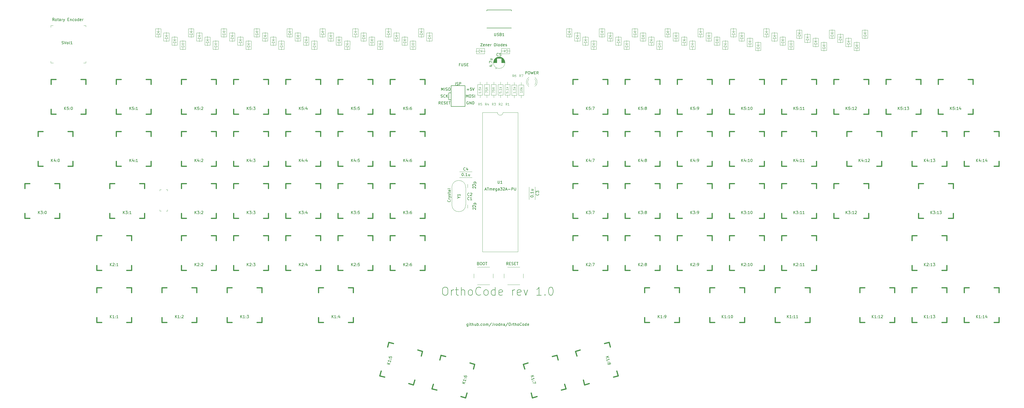
<source format=gto>
%TF.GenerationSoftware,KiCad,Pcbnew,(5.1.10)-1*%
%TF.CreationDate,2021-09-14T10:31:50+12:00*%
%TF.ProjectId,orthoCode,6f727468-6f43-46f6-9465-2e6b69636164,rev?*%
%TF.SameCoordinates,Original*%
%TF.FileFunction,Legend,Top*%
%TF.FilePolarity,Positive*%
%FSLAX46Y46*%
G04 Gerber Fmt 4.6, Leading zero omitted, Abs format (unit mm)*
G04 Created by KiCad (PCBNEW (5.1.10)-1) date 2021-09-14 10:31:50*
%MOMM*%
%LPD*%
G01*
G04 APERTURE LIST*
%ADD10C,0.150000*%
%ADD11C,0.200000*%
%ADD12C,0.381000*%
%ADD13C,0.120000*%
%ADD14C,0.100000*%
%ADD15C,0.203200*%
G04 APERTURE END LIST*
D10*
X191142857Y-149785714D02*
X191142857Y-150595238D01*
X191095238Y-150690476D01*
X191047619Y-150738095D01*
X190952380Y-150785714D01*
X190809523Y-150785714D01*
X190714285Y-150738095D01*
X191142857Y-150404761D02*
X191047619Y-150452380D01*
X190857142Y-150452380D01*
X190761904Y-150404761D01*
X190714285Y-150357142D01*
X190666666Y-150261904D01*
X190666666Y-149976190D01*
X190714285Y-149880952D01*
X190761904Y-149833333D01*
X190857142Y-149785714D01*
X191047619Y-149785714D01*
X191142857Y-149833333D01*
X191619047Y-150452380D02*
X191619047Y-149785714D01*
X191619047Y-149452380D02*
X191571428Y-149500000D01*
X191619047Y-149547619D01*
X191666666Y-149500000D01*
X191619047Y-149452380D01*
X191619047Y-149547619D01*
X191952380Y-149785714D02*
X192333333Y-149785714D01*
X192095238Y-149452380D02*
X192095238Y-150309523D01*
X192142857Y-150404761D01*
X192238095Y-150452380D01*
X192333333Y-150452380D01*
X192666666Y-150452380D02*
X192666666Y-149452380D01*
X193095238Y-150452380D02*
X193095238Y-149928571D01*
X193047619Y-149833333D01*
X192952380Y-149785714D01*
X192809523Y-149785714D01*
X192714285Y-149833333D01*
X192666666Y-149880952D01*
X194000000Y-149785714D02*
X194000000Y-150452380D01*
X193571428Y-149785714D02*
X193571428Y-150309523D01*
X193619047Y-150404761D01*
X193714285Y-150452380D01*
X193857142Y-150452380D01*
X193952380Y-150404761D01*
X194000000Y-150357142D01*
X194476190Y-150452380D02*
X194476190Y-149452380D01*
X194476190Y-149833333D02*
X194571428Y-149785714D01*
X194761904Y-149785714D01*
X194857142Y-149833333D01*
X194904761Y-149880952D01*
X194952380Y-149976190D01*
X194952380Y-150261904D01*
X194904761Y-150357142D01*
X194857142Y-150404761D01*
X194761904Y-150452380D01*
X194571428Y-150452380D01*
X194476190Y-150404761D01*
X195380952Y-150357142D02*
X195428571Y-150404761D01*
X195380952Y-150452380D01*
X195333333Y-150404761D01*
X195380952Y-150357142D01*
X195380952Y-150452380D01*
X196285714Y-150404761D02*
X196190476Y-150452380D01*
X196000000Y-150452380D01*
X195904761Y-150404761D01*
X195857142Y-150357142D01*
X195809523Y-150261904D01*
X195809523Y-149976190D01*
X195857142Y-149880952D01*
X195904761Y-149833333D01*
X196000000Y-149785714D01*
X196190476Y-149785714D01*
X196285714Y-149833333D01*
X196857142Y-150452380D02*
X196761904Y-150404761D01*
X196714285Y-150357142D01*
X196666666Y-150261904D01*
X196666666Y-149976190D01*
X196714285Y-149880952D01*
X196761904Y-149833333D01*
X196857142Y-149785714D01*
X197000000Y-149785714D01*
X197095238Y-149833333D01*
X197142857Y-149880952D01*
X197190476Y-149976190D01*
X197190476Y-150261904D01*
X197142857Y-150357142D01*
X197095238Y-150404761D01*
X197000000Y-150452380D01*
X196857142Y-150452380D01*
X197619047Y-150452380D02*
X197619047Y-149785714D01*
X197619047Y-149880952D02*
X197666666Y-149833333D01*
X197761904Y-149785714D01*
X197904761Y-149785714D01*
X198000000Y-149833333D01*
X198047619Y-149928571D01*
X198047619Y-150452380D01*
X198047619Y-149928571D02*
X198095238Y-149833333D01*
X198190476Y-149785714D01*
X198333333Y-149785714D01*
X198428571Y-149833333D01*
X198476190Y-149928571D01*
X198476190Y-150452380D01*
X199666666Y-149404761D02*
X198809523Y-150690476D01*
X200285714Y-149452380D02*
X200285714Y-150166666D01*
X200238095Y-150309523D01*
X200142857Y-150404761D01*
X200000000Y-150452380D01*
X199904761Y-150452380D01*
X200761904Y-150452380D02*
X200761904Y-149785714D01*
X200761904Y-149976190D02*
X200809523Y-149880952D01*
X200857142Y-149833333D01*
X200952380Y-149785714D01*
X201047619Y-149785714D01*
X201523809Y-150452380D02*
X201428571Y-150404761D01*
X201380952Y-150357142D01*
X201333333Y-150261904D01*
X201333333Y-149976190D01*
X201380952Y-149880952D01*
X201428571Y-149833333D01*
X201523809Y-149785714D01*
X201666666Y-149785714D01*
X201761904Y-149833333D01*
X201809523Y-149880952D01*
X201857142Y-149976190D01*
X201857142Y-150261904D01*
X201809523Y-150357142D01*
X201761904Y-150404761D01*
X201666666Y-150452380D01*
X201523809Y-150452380D01*
X202714285Y-150452380D02*
X202714285Y-149452380D01*
X202714285Y-150404761D02*
X202619047Y-150452380D01*
X202428571Y-150452380D01*
X202333333Y-150404761D01*
X202285714Y-150357142D01*
X202238095Y-150261904D01*
X202238095Y-149976190D01*
X202285714Y-149880952D01*
X202333333Y-149833333D01*
X202428571Y-149785714D01*
X202619047Y-149785714D01*
X202714285Y-149833333D01*
X203190476Y-149785714D02*
X203190476Y-150452380D01*
X203190476Y-149880952D02*
X203238095Y-149833333D01*
X203333333Y-149785714D01*
X203476190Y-149785714D01*
X203571428Y-149833333D01*
X203619047Y-149928571D01*
X203619047Y-150452380D01*
X204523809Y-150452380D02*
X204523809Y-149928571D01*
X204476190Y-149833333D01*
X204380952Y-149785714D01*
X204190476Y-149785714D01*
X204095238Y-149833333D01*
X204523809Y-150404761D02*
X204428571Y-150452380D01*
X204190476Y-150452380D01*
X204095238Y-150404761D01*
X204047619Y-150309523D01*
X204047619Y-150214285D01*
X204095238Y-150119047D01*
X204190476Y-150071428D01*
X204428571Y-150071428D01*
X204523809Y-150023809D01*
X205714285Y-149404761D02*
X204857142Y-150690476D01*
X206238095Y-149452380D02*
X206428571Y-149452380D01*
X206523809Y-149500000D01*
X206619047Y-149595238D01*
X206666666Y-149785714D01*
X206666666Y-150119047D01*
X206619047Y-150309523D01*
X206523809Y-150404761D01*
X206428571Y-150452380D01*
X206238095Y-150452380D01*
X206142857Y-150404761D01*
X206047619Y-150309523D01*
X206000000Y-150119047D01*
X206000000Y-149785714D01*
X206047619Y-149595238D01*
X206142857Y-149500000D01*
X206238095Y-149452380D01*
X207095238Y-150452380D02*
X207095238Y-149785714D01*
X207095238Y-149976190D02*
X207142857Y-149880952D01*
X207190476Y-149833333D01*
X207285714Y-149785714D01*
X207380952Y-149785714D01*
X207571428Y-149785714D02*
X207952380Y-149785714D01*
X207714285Y-149452380D02*
X207714285Y-150309523D01*
X207761904Y-150404761D01*
X207857142Y-150452380D01*
X207952380Y-150452380D01*
X208285714Y-150452380D02*
X208285714Y-149452380D01*
X208714285Y-150452380D02*
X208714285Y-149928571D01*
X208666666Y-149833333D01*
X208571428Y-149785714D01*
X208428571Y-149785714D01*
X208333333Y-149833333D01*
X208285714Y-149880952D01*
X209333333Y-150452380D02*
X209238095Y-150404761D01*
X209190476Y-150357142D01*
X209142857Y-150261904D01*
X209142857Y-149976190D01*
X209190476Y-149880952D01*
X209238095Y-149833333D01*
X209333333Y-149785714D01*
X209476190Y-149785714D01*
X209571428Y-149833333D01*
X209619047Y-149880952D01*
X209666666Y-149976190D01*
X209666666Y-150261904D01*
X209619047Y-150357142D01*
X209571428Y-150404761D01*
X209476190Y-150452380D01*
X209333333Y-150452380D01*
X210666666Y-150357142D02*
X210619047Y-150404761D01*
X210476190Y-150452380D01*
X210380952Y-150452380D01*
X210238095Y-150404761D01*
X210142857Y-150309523D01*
X210095238Y-150214285D01*
X210047619Y-150023809D01*
X210047619Y-149880952D01*
X210095238Y-149690476D01*
X210142857Y-149595238D01*
X210238095Y-149500000D01*
X210380952Y-149452380D01*
X210476190Y-149452380D01*
X210619047Y-149500000D01*
X210666666Y-149547619D01*
X211238095Y-150452380D02*
X211142857Y-150404761D01*
X211095238Y-150357142D01*
X211047619Y-150261904D01*
X211047619Y-149976190D01*
X211095238Y-149880952D01*
X211142857Y-149833333D01*
X211238095Y-149785714D01*
X211380952Y-149785714D01*
X211476190Y-149833333D01*
X211523809Y-149880952D01*
X211571428Y-149976190D01*
X211571428Y-150261904D01*
X211523809Y-150357142D01*
X211476190Y-150404761D01*
X211380952Y-150452380D01*
X211238095Y-150452380D01*
X212428571Y-150452380D02*
X212428571Y-149452380D01*
X212428571Y-150404761D02*
X212333333Y-150452380D01*
X212142857Y-150452380D01*
X212047619Y-150404761D01*
X212000000Y-150357142D01*
X211952380Y-150261904D01*
X211952380Y-149976190D01*
X212000000Y-149880952D01*
X212047619Y-149833333D01*
X212142857Y-149785714D01*
X212333333Y-149785714D01*
X212428571Y-149833333D01*
X213285714Y-150404761D02*
X213190476Y-150452380D01*
X213000000Y-150452380D01*
X212904761Y-150404761D01*
X212857142Y-150309523D01*
X212857142Y-149928571D01*
X212904761Y-149833333D01*
X213000000Y-149785714D01*
X213190476Y-149785714D01*
X213285714Y-149833333D01*
X213333333Y-149928571D01*
X213333333Y-150023809D01*
X212857142Y-150119047D01*
D11*
X182500000Y-136357142D02*
X183071428Y-136357142D01*
X183357142Y-136500000D01*
X183642857Y-136785714D01*
X183785714Y-137357142D01*
X183785714Y-138357142D01*
X183642857Y-138928571D01*
X183357142Y-139214285D01*
X183071428Y-139357142D01*
X182500000Y-139357142D01*
X182214285Y-139214285D01*
X181928571Y-138928571D01*
X181785714Y-138357142D01*
X181785714Y-137357142D01*
X181928571Y-136785714D01*
X182214285Y-136500000D01*
X182500000Y-136357142D01*
X185071428Y-139357142D02*
X185071428Y-137357142D01*
X185071428Y-137928571D02*
X185214285Y-137642857D01*
X185357142Y-137500000D01*
X185642857Y-137357142D01*
X185928571Y-137357142D01*
X186500000Y-137357142D02*
X187642857Y-137357142D01*
X186928571Y-136357142D02*
X186928571Y-138928571D01*
X187071428Y-139214285D01*
X187357142Y-139357142D01*
X187642857Y-139357142D01*
X188642857Y-139357142D02*
X188642857Y-136357142D01*
X189928571Y-139357142D02*
X189928571Y-137785714D01*
X189785714Y-137500000D01*
X189500000Y-137357142D01*
X189071428Y-137357142D01*
X188785714Y-137500000D01*
X188642857Y-137642857D01*
X191785714Y-139357142D02*
X191500000Y-139214285D01*
X191357142Y-139071428D01*
X191214285Y-138785714D01*
X191214285Y-137928571D01*
X191357142Y-137642857D01*
X191500000Y-137500000D01*
X191785714Y-137357142D01*
X192214285Y-137357142D01*
X192500000Y-137500000D01*
X192642857Y-137642857D01*
X192785714Y-137928571D01*
X192785714Y-138785714D01*
X192642857Y-139071428D01*
X192500000Y-139214285D01*
X192214285Y-139357142D01*
X191785714Y-139357142D01*
X195785714Y-139071428D02*
X195642857Y-139214285D01*
X195214285Y-139357142D01*
X194928571Y-139357142D01*
X194500000Y-139214285D01*
X194214285Y-138928571D01*
X194071428Y-138642857D01*
X193928571Y-138071428D01*
X193928571Y-137642857D01*
X194071428Y-137071428D01*
X194214285Y-136785714D01*
X194500000Y-136500000D01*
X194928571Y-136357142D01*
X195214285Y-136357142D01*
X195642857Y-136500000D01*
X195785714Y-136642857D01*
X197500000Y-139357142D02*
X197214285Y-139214285D01*
X197071428Y-139071428D01*
X196928571Y-138785714D01*
X196928571Y-137928571D01*
X197071428Y-137642857D01*
X197214285Y-137500000D01*
X197500000Y-137357142D01*
X197928571Y-137357142D01*
X198214285Y-137500000D01*
X198357142Y-137642857D01*
X198500000Y-137928571D01*
X198500000Y-138785714D01*
X198357142Y-139071428D01*
X198214285Y-139214285D01*
X197928571Y-139357142D01*
X197500000Y-139357142D01*
X201071428Y-139357142D02*
X201071428Y-136357142D01*
X201071428Y-139214285D02*
X200785714Y-139357142D01*
X200214285Y-139357142D01*
X199928571Y-139214285D01*
X199785714Y-139071428D01*
X199642857Y-138785714D01*
X199642857Y-137928571D01*
X199785714Y-137642857D01*
X199928571Y-137500000D01*
X200214285Y-137357142D01*
X200785714Y-137357142D01*
X201071428Y-137500000D01*
X203642857Y-139214285D02*
X203357142Y-139357142D01*
X202785714Y-139357142D01*
X202500000Y-139214285D01*
X202357142Y-138928571D01*
X202357142Y-137785714D01*
X202500000Y-137500000D01*
X202785714Y-137357142D01*
X203357142Y-137357142D01*
X203642857Y-137500000D01*
X203785714Y-137785714D01*
X203785714Y-138071428D01*
X202357142Y-138357142D01*
X207357142Y-139357142D02*
X207357142Y-137357142D01*
X207357142Y-137928571D02*
X207500000Y-137642857D01*
X207642857Y-137500000D01*
X207928571Y-137357142D01*
X208214285Y-137357142D01*
X210357142Y-139214285D02*
X210071428Y-139357142D01*
X209500000Y-139357142D01*
X209214285Y-139214285D01*
X209071428Y-138928571D01*
X209071428Y-137785714D01*
X209214285Y-137500000D01*
X209500000Y-137357142D01*
X210071428Y-137357142D01*
X210357142Y-137500000D01*
X210500000Y-137785714D01*
X210500000Y-138071428D01*
X209071428Y-138357142D01*
X211500000Y-137357142D02*
X212214285Y-139357142D01*
X212928571Y-137357142D01*
X217928571Y-139357142D02*
X216214285Y-139357142D01*
X217071428Y-139357142D02*
X217071428Y-136357142D01*
X216785714Y-136785714D01*
X216500000Y-137071428D01*
X216214285Y-137214285D01*
X219214285Y-139071428D02*
X219357142Y-139214285D01*
X219214285Y-139357142D01*
X219071428Y-139214285D01*
X219214285Y-139071428D01*
X219214285Y-139357142D01*
X221214285Y-136357142D02*
X221500000Y-136357142D01*
X221785714Y-136500000D01*
X221928571Y-136642857D01*
X222071428Y-136928571D01*
X222214285Y-137500000D01*
X222214285Y-138214285D01*
X222071428Y-138785714D01*
X221928571Y-139071428D01*
X221785714Y-139214285D01*
X221500000Y-139357142D01*
X221214285Y-139357142D01*
X220928571Y-139214285D01*
X220785714Y-139071428D01*
X220642857Y-138785714D01*
X220500000Y-138214285D01*
X220500000Y-137500000D01*
X220642857Y-136928571D01*
X220785714Y-136642857D01*
X220928571Y-136500000D01*
X221214285Y-136357142D01*
D12*
%TO.C,K1:5*%
X174464630Y-159816122D02*
X174004450Y-161533538D01*
X171637808Y-170365964D02*
X171177628Y-172083380D01*
X171177628Y-172083380D02*
X169460212Y-171623200D01*
X160627786Y-169256558D02*
X158910370Y-168796378D01*
X158910370Y-168796378D02*
X159370550Y-167078962D01*
X161737192Y-158246536D02*
X162197372Y-156529120D01*
X162197372Y-156529120D02*
X163914788Y-156989300D01*
X172747214Y-159355942D02*
X174464630Y-159816122D01*
D13*
%TO.C,C2*%
X190930000Y-99979000D02*
X190930000Y-98721000D01*
X192770000Y-99979000D02*
X192770000Y-98721000D01*
%TO.C,D3:2*%
X110000000Y-46340000D02*
X110000000Y-49310000D01*
X112000000Y-46330000D02*
X111990000Y-49320000D01*
X110000000Y-49320000D02*
X111990000Y-49320000D01*
X111010000Y-49530000D02*
X111010000Y-48410000D01*
X111010000Y-46070000D02*
X111010000Y-47350000D01*
X110000000Y-46330000D02*
X112000000Y-46330000D01*
X111010000Y-47460000D02*
X111550000Y-48410000D01*
X111000000Y-47470000D02*
X110470000Y-48380000D01*
X110470000Y-48410000D02*
X111550000Y-48410000D01*
X110470000Y-47360000D02*
X111550000Y-47360000D01*
%TO.C,D2:6*%
X173000000Y-41840000D02*
X173000000Y-44810000D01*
X175000000Y-41830000D02*
X174990000Y-44820000D01*
X173000000Y-44820000D02*
X174990000Y-44820000D01*
X174010000Y-45030000D02*
X174010000Y-43910000D01*
X174010000Y-41570000D02*
X174010000Y-42850000D01*
X173000000Y-41830000D02*
X175000000Y-41830000D01*
X174010000Y-42960000D02*
X174550000Y-43910000D01*
X174000000Y-42970000D02*
X173470000Y-43880000D01*
X173470000Y-43910000D02*
X174550000Y-43910000D01*
X173470000Y-42860000D02*
X174550000Y-42860000D01*
%TO.C,D2:3*%
X128000000Y-43340000D02*
X128000000Y-46310000D01*
X130000000Y-43330000D02*
X129990000Y-46320000D01*
X128000000Y-46320000D02*
X129990000Y-46320000D01*
X129010000Y-46530000D02*
X129010000Y-45410000D01*
X129010000Y-43070000D02*
X129010000Y-44350000D01*
X128000000Y-43330000D02*
X130000000Y-43330000D01*
X129010000Y-44460000D02*
X129550000Y-45410000D01*
X129000000Y-44470000D02*
X128470000Y-45380000D01*
X128470000Y-45410000D02*
X129550000Y-45410000D01*
X128470000Y-44360000D02*
X129550000Y-44360000D01*
%TO.C,D2:4*%
X143470000Y-45860000D02*
X144550000Y-45860000D01*
X143470000Y-46910000D02*
X144550000Y-46910000D01*
X144000000Y-45970000D02*
X143470000Y-46880000D01*
X144010000Y-45960000D02*
X144550000Y-46910000D01*
X143000000Y-44830000D02*
X145000000Y-44830000D01*
X144010000Y-44570000D02*
X144010000Y-45850000D01*
X144010000Y-48030000D02*
X144010000Y-46910000D01*
X143000000Y-47820000D02*
X144990000Y-47820000D01*
X145000000Y-44830000D02*
X144990000Y-47820000D01*
X143000000Y-44840000D02*
X143000000Y-47810000D01*
%TO.C,D2:5*%
X158000000Y-46340000D02*
X158000000Y-49310000D01*
X160000000Y-46330000D02*
X159990000Y-49320000D01*
X158000000Y-49320000D02*
X159990000Y-49320000D01*
X159010000Y-49530000D02*
X159010000Y-48410000D01*
X159010000Y-46070000D02*
X159010000Y-47350000D01*
X158000000Y-46330000D02*
X160000000Y-46330000D01*
X159010000Y-47460000D02*
X159550000Y-48410000D01*
X159000000Y-47470000D02*
X158470000Y-48380000D01*
X158470000Y-48410000D02*
X159550000Y-48410000D01*
X158470000Y-47360000D02*
X159550000Y-47360000D01*
%TO.C,D1:2*%
X116470000Y-44360000D02*
X117550000Y-44360000D01*
X116470000Y-45410000D02*
X117550000Y-45410000D01*
X117000000Y-44470000D02*
X116470000Y-45380000D01*
X117010000Y-44460000D02*
X117550000Y-45410000D01*
X116000000Y-43330000D02*
X118000000Y-43330000D01*
X117010000Y-43070000D02*
X117010000Y-44350000D01*
X117010000Y-46530000D02*
X117010000Y-45410000D01*
X116000000Y-46320000D02*
X117990000Y-46320000D01*
X118000000Y-43330000D02*
X117990000Y-46320000D01*
X116000000Y-43340000D02*
X116000000Y-46310000D01*
%TO.C,D3:4*%
X140000000Y-43340000D02*
X140000000Y-46310000D01*
X142000000Y-43330000D02*
X141990000Y-46320000D01*
X140000000Y-46320000D02*
X141990000Y-46320000D01*
X141010000Y-46530000D02*
X141010000Y-45410000D01*
X141010000Y-43070000D02*
X141010000Y-44350000D01*
X140000000Y-43330000D02*
X142000000Y-43330000D01*
X141010000Y-44460000D02*
X141550000Y-45410000D01*
X141000000Y-44470000D02*
X140470000Y-45380000D01*
X140470000Y-45410000D02*
X141550000Y-45410000D01*
X140470000Y-44360000D02*
X141550000Y-44360000D01*
%TO.C,D5:2*%
X104000000Y-43340000D02*
X104000000Y-46310000D01*
X106000000Y-43330000D02*
X105990000Y-46320000D01*
X104000000Y-46320000D02*
X105990000Y-46320000D01*
X105010000Y-46530000D02*
X105010000Y-45410000D01*
X105010000Y-43070000D02*
X105010000Y-44350000D01*
X104000000Y-43330000D02*
X106000000Y-43330000D01*
X105010000Y-44460000D02*
X105550000Y-45410000D01*
X105000000Y-44470000D02*
X104470000Y-45380000D01*
X104470000Y-45410000D02*
X105550000Y-45410000D01*
X104470000Y-44360000D02*
X105550000Y-44360000D01*
%TO.C,D3:1*%
X95470000Y-45860000D02*
X96550000Y-45860000D01*
X95470000Y-46910000D02*
X96550000Y-46910000D01*
X96000000Y-45970000D02*
X95470000Y-46880000D01*
X96010000Y-45960000D02*
X96550000Y-46910000D01*
X95000000Y-44830000D02*
X97000000Y-44830000D01*
X96010000Y-44570000D02*
X96010000Y-45850000D01*
X96010000Y-48030000D02*
X96010000Y-46910000D01*
X95000000Y-47820000D02*
X96990000Y-47820000D01*
X97000000Y-44830000D02*
X96990000Y-47820000D01*
X95000000Y-44840000D02*
X95000000Y-47810000D01*
%TO.C,D3:5*%
X155000000Y-44840000D02*
X155000000Y-47810000D01*
X157000000Y-44830000D02*
X156990000Y-47820000D01*
X155000000Y-47820000D02*
X156990000Y-47820000D01*
X156010000Y-48030000D02*
X156010000Y-46910000D01*
X156010000Y-44570000D02*
X156010000Y-45850000D01*
X155000000Y-44830000D02*
X157000000Y-44830000D01*
X156010000Y-45960000D02*
X156550000Y-46910000D01*
X156000000Y-45970000D02*
X155470000Y-46880000D01*
X155470000Y-46910000D02*
X156550000Y-46910000D01*
X155470000Y-45860000D02*
X156550000Y-45860000D01*
%TO.C,D4:6*%
X167000000Y-44840000D02*
X167000000Y-47810000D01*
X169000000Y-44830000D02*
X168990000Y-47820000D01*
X167000000Y-47820000D02*
X168990000Y-47820000D01*
X168010000Y-48030000D02*
X168010000Y-46910000D01*
X168010000Y-44570000D02*
X168010000Y-45850000D01*
X167000000Y-44830000D02*
X169000000Y-44830000D01*
X168010000Y-45960000D02*
X168550000Y-46910000D01*
X168000000Y-45970000D02*
X167470000Y-46880000D01*
X167470000Y-46910000D02*
X168550000Y-46910000D01*
X167470000Y-45860000D02*
X168550000Y-45860000D01*
%TO.C,D3:0*%
X86000000Y-46340000D02*
X86000000Y-49310000D01*
X88000000Y-46330000D02*
X87990000Y-49320000D01*
X86000000Y-49320000D02*
X87990000Y-49320000D01*
X87010000Y-49530000D02*
X87010000Y-48410000D01*
X87010000Y-46070000D02*
X87010000Y-47350000D01*
X86000000Y-46330000D02*
X88000000Y-46330000D01*
X87010000Y-47460000D02*
X87550000Y-48410000D01*
X87000000Y-47470000D02*
X86470000Y-48380000D01*
X86470000Y-48410000D02*
X87550000Y-48410000D01*
X86470000Y-47360000D02*
X87550000Y-47360000D01*
%TO.C,D1:4*%
X146000000Y-46340000D02*
X146000000Y-49310000D01*
X148000000Y-46330000D02*
X147990000Y-49320000D01*
X146000000Y-49320000D02*
X147990000Y-49320000D01*
X147010000Y-49530000D02*
X147010000Y-48410000D01*
X147010000Y-46070000D02*
X147010000Y-47350000D01*
X146000000Y-46330000D02*
X148000000Y-46330000D01*
X147010000Y-47460000D02*
X147550000Y-48410000D01*
X147000000Y-47470000D02*
X146470000Y-48380000D01*
X146470000Y-48410000D02*
X147550000Y-48410000D01*
X146470000Y-47360000D02*
X147550000Y-47360000D01*
%TO.C,D4:4*%
X137470000Y-42860000D02*
X138550000Y-42860000D01*
X137470000Y-43910000D02*
X138550000Y-43910000D01*
X138000000Y-42970000D02*
X137470000Y-43880000D01*
X138010000Y-42960000D02*
X138550000Y-43910000D01*
X137000000Y-41830000D02*
X139000000Y-41830000D01*
X138010000Y-41570000D02*
X138010000Y-42850000D01*
X138010000Y-45030000D02*
X138010000Y-43910000D01*
X137000000Y-44820000D02*
X138990000Y-44820000D01*
X139000000Y-41830000D02*
X138990000Y-44820000D01*
X137000000Y-41840000D02*
X137000000Y-44810000D01*
%TO.C,D4:0*%
X83470000Y-45860000D02*
X84550000Y-45860000D01*
X83470000Y-46910000D02*
X84550000Y-46910000D01*
X84000000Y-45970000D02*
X83470000Y-46880000D01*
X84010000Y-45960000D02*
X84550000Y-46910000D01*
X83000000Y-44830000D02*
X85000000Y-44830000D01*
X84010000Y-44570000D02*
X84010000Y-45850000D01*
X84010000Y-48030000D02*
X84010000Y-46910000D01*
X83000000Y-47820000D02*
X84990000Y-47820000D01*
X85000000Y-44830000D02*
X84990000Y-47820000D01*
X83000000Y-44840000D02*
X83000000Y-47810000D01*
%TO.C,D2:1*%
X98000000Y-46340000D02*
X98000000Y-49310000D01*
X100000000Y-46330000D02*
X99990000Y-49320000D01*
X98000000Y-49320000D02*
X99990000Y-49320000D01*
X99010000Y-49530000D02*
X99010000Y-48410000D01*
X99010000Y-46070000D02*
X99010000Y-47350000D01*
X98000000Y-46330000D02*
X100000000Y-46330000D01*
X99010000Y-47460000D02*
X99550000Y-48410000D01*
X99000000Y-47470000D02*
X98470000Y-48380000D01*
X98470000Y-48410000D02*
X99550000Y-48410000D01*
X98470000Y-47360000D02*
X99550000Y-47360000D01*
%TO.C,DVol1*%
X77470000Y-42860000D02*
X78550000Y-42860000D01*
X77470000Y-43910000D02*
X78550000Y-43910000D01*
X78000000Y-42970000D02*
X77470000Y-43880000D01*
X78010000Y-42960000D02*
X78550000Y-43910000D01*
X77000000Y-41830000D02*
X79000000Y-41830000D01*
X78010000Y-41570000D02*
X78010000Y-42850000D01*
X78010000Y-45030000D02*
X78010000Y-43910000D01*
X77000000Y-44820000D02*
X78990000Y-44820000D01*
X79000000Y-41830000D02*
X78990000Y-44820000D01*
X77000000Y-41840000D02*
X77000000Y-44810000D01*
%TO.C,D1:6*%
X176000000Y-43340000D02*
X176000000Y-46310000D01*
X178000000Y-43330000D02*
X177990000Y-46320000D01*
X176000000Y-46320000D02*
X177990000Y-46320000D01*
X177010000Y-46530000D02*
X177010000Y-45410000D01*
X177010000Y-43070000D02*
X177010000Y-44350000D01*
X176000000Y-43330000D02*
X178000000Y-43330000D01*
X177010000Y-44460000D02*
X177550000Y-45410000D01*
X177000000Y-44470000D02*
X176470000Y-45380000D01*
X176470000Y-45410000D02*
X177550000Y-45410000D01*
X176470000Y-44360000D02*
X177550000Y-44360000D01*
%TO.C,D4:2*%
X107470000Y-45860000D02*
X108550000Y-45860000D01*
X107470000Y-46910000D02*
X108550000Y-46910000D01*
X108000000Y-45970000D02*
X107470000Y-46880000D01*
X108010000Y-45960000D02*
X108550000Y-46910000D01*
X107000000Y-44830000D02*
X109000000Y-44830000D01*
X108010000Y-44570000D02*
X108010000Y-45850000D01*
X108010000Y-48030000D02*
X108010000Y-46910000D01*
X107000000Y-47820000D02*
X108990000Y-47820000D01*
X109000000Y-44830000D02*
X108990000Y-47820000D01*
X107000000Y-44840000D02*
X107000000Y-47810000D01*
%TO.C,D1:3*%
X131470000Y-45860000D02*
X132550000Y-45860000D01*
X131470000Y-46910000D02*
X132550000Y-46910000D01*
X132000000Y-45970000D02*
X131470000Y-46880000D01*
X132010000Y-45960000D02*
X132550000Y-46910000D01*
X131000000Y-44830000D02*
X133000000Y-44830000D01*
X132010000Y-44570000D02*
X132010000Y-45850000D01*
X132010000Y-48030000D02*
X132010000Y-46910000D01*
X131000000Y-47820000D02*
X132990000Y-47820000D01*
X133000000Y-44830000D02*
X132990000Y-47820000D01*
X131000000Y-44840000D02*
X131000000Y-47810000D01*
%TO.C,D4:1*%
X92470000Y-44360000D02*
X93550000Y-44360000D01*
X92470000Y-45410000D02*
X93550000Y-45410000D01*
X93000000Y-44470000D02*
X92470000Y-45380000D01*
X93010000Y-44460000D02*
X93550000Y-45410000D01*
X92000000Y-43330000D02*
X94000000Y-43330000D01*
X93010000Y-43070000D02*
X93010000Y-44350000D01*
X93010000Y-46530000D02*
X93010000Y-45410000D01*
X92000000Y-46320000D02*
X93990000Y-46320000D01*
X94000000Y-43330000D02*
X93990000Y-46320000D01*
X92000000Y-43340000D02*
X92000000Y-46310000D01*
%TO.C,D5:3*%
X119470000Y-45860000D02*
X120550000Y-45860000D01*
X119470000Y-46910000D02*
X120550000Y-46910000D01*
X120000000Y-45970000D02*
X119470000Y-46880000D01*
X120010000Y-45960000D02*
X120550000Y-46910000D01*
X119000000Y-44830000D02*
X121000000Y-44830000D01*
X120010000Y-44570000D02*
X120010000Y-45850000D01*
X120010000Y-48030000D02*
X120010000Y-46910000D01*
X119000000Y-47820000D02*
X120990000Y-47820000D01*
X121000000Y-44830000D02*
X120990000Y-47820000D01*
X119000000Y-44840000D02*
X119000000Y-47810000D01*
%TO.C,D5:0*%
X80000000Y-43340000D02*
X80000000Y-46310000D01*
X82000000Y-43330000D02*
X81990000Y-46320000D01*
X80000000Y-46320000D02*
X81990000Y-46320000D01*
X81010000Y-46530000D02*
X81010000Y-45410000D01*
X81010000Y-43070000D02*
X81010000Y-44350000D01*
X80000000Y-43330000D02*
X82000000Y-43330000D01*
X81010000Y-44460000D02*
X81550000Y-45410000D01*
X81000000Y-44470000D02*
X80470000Y-45380000D01*
X80470000Y-45410000D02*
X81550000Y-45410000D01*
X80470000Y-44360000D02*
X81550000Y-44360000D01*
%TO.C,D5:6*%
X164470000Y-44360000D02*
X165550000Y-44360000D01*
X164470000Y-45410000D02*
X165550000Y-45410000D01*
X165000000Y-44470000D02*
X164470000Y-45380000D01*
X165010000Y-44460000D02*
X165550000Y-45410000D01*
X164000000Y-43330000D02*
X166000000Y-43330000D01*
X165010000Y-43070000D02*
X165010000Y-44350000D01*
X165010000Y-46530000D02*
X165010000Y-45410000D01*
X164000000Y-46320000D02*
X165990000Y-46320000D01*
X166000000Y-43330000D02*
X165990000Y-46320000D01*
X164000000Y-43340000D02*
X164000000Y-46310000D01*
%TO.C,D5:5*%
X149470000Y-42860000D02*
X150550000Y-42860000D01*
X149470000Y-43910000D02*
X150550000Y-43910000D01*
X150000000Y-42970000D02*
X149470000Y-43880000D01*
X150010000Y-42960000D02*
X150550000Y-43910000D01*
X149000000Y-41830000D02*
X151000000Y-41830000D01*
X150010000Y-41570000D02*
X150010000Y-42850000D01*
X150010000Y-45030000D02*
X150010000Y-43910000D01*
X149000000Y-44820000D02*
X150990000Y-44820000D01*
X151000000Y-41830000D02*
X150990000Y-44820000D01*
X149000000Y-41840000D02*
X149000000Y-44810000D01*
%TO.C,D5:4*%
X134000000Y-46340000D02*
X134000000Y-49310000D01*
X136000000Y-46330000D02*
X135990000Y-49320000D01*
X134000000Y-49320000D02*
X135990000Y-49320000D01*
X135010000Y-49530000D02*
X135010000Y-48410000D01*
X135010000Y-46070000D02*
X135010000Y-47350000D01*
X134000000Y-46330000D02*
X136000000Y-46330000D01*
X135010000Y-47460000D02*
X135550000Y-48410000D01*
X135000000Y-47470000D02*
X134470000Y-48380000D01*
X134470000Y-48410000D02*
X135550000Y-48410000D01*
X134470000Y-47360000D02*
X135550000Y-47360000D01*
%TO.C,D5:1*%
X89000000Y-41840000D02*
X89000000Y-44810000D01*
X91000000Y-41830000D02*
X90990000Y-44820000D01*
X89000000Y-44820000D02*
X90990000Y-44820000D01*
X90010000Y-45030000D02*
X90010000Y-43910000D01*
X90010000Y-41570000D02*
X90010000Y-42850000D01*
X89000000Y-41830000D02*
X91000000Y-41830000D01*
X90010000Y-42960000D02*
X90550000Y-43910000D01*
X90000000Y-42970000D02*
X89470000Y-43880000D01*
X89470000Y-43910000D02*
X90550000Y-43910000D01*
X89470000Y-42860000D02*
X90550000Y-42860000D01*
%TO.C,D3:3*%
X125470000Y-42860000D02*
X126550000Y-42860000D01*
X125470000Y-43910000D02*
X126550000Y-43910000D01*
X126000000Y-42970000D02*
X125470000Y-43880000D01*
X126010000Y-42960000D02*
X126550000Y-43910000D01*
X125000000Y-41830000D02*
X127000000Y-41830000D01*
X126010000Y-41570000D02*
X126010000Y-42850000D01*
X126010000Y-45030000D02*
X126010000Y-43910000D01*
X125000000Y-44820000D02*
X126990000Y-44820000D01*
X127000000Y-41830000D02*
X126990000Y-44820000D01*
X125000000Y-41840000D02*
X125000000Y-44810000D01*
%TO.C,D2:2*%
X113470000Y-42860000D02*
X114550000Y-42860000D01*
X113470000Y-43910000D02*
X114550000Y-43910000D01*
X114000000Y-42970000D02*
X113470000Y-43880000D01*
X114010000Y-42960000D02*
X114550000Y-43910000D01*
X113000000Y-41830000D02*
X115000000Y-41830000D01*
X114010000Y-41570000D02*
X114010000Y-42850000D01*
X114010000Y-45030000D02*
X114010000Y-43910000D01*
X113000000Y-44820000D02*
X114990000Y-44820000D01*
X115000000Y-41830000D02*
X114990000Y-44820000D01*
X113000000Y-41840000D02*
X113000000Y-44810000D01*
%TO.C,D1:5*%
X161000000Y-41840000D02*
X161000000Y-44810000D01*
X163000000Y-41830000D02*
X162990000Y-44820000D01*
X161000000Y-44820000D02*
X162990000Y-44820000D01*
X162010000Y-45030000D02*
X162010000Y-43910000D01*
X162010000Y-41570000D02*
X162010000Y-42850000D01*
X161000000Y-41830000D02*
X163000000Y-41830000D01*
X162010000Y-42960000D02*
X162550000Y-43910000D01*
X162000000Y-42970000D02*
X161470000Y-43880000D01*
X161470000Y-43910000D02*
X162550000Y-43910000D01*
X161470000Y-42860000D02*
X162550000Y-42860000D01*
%TO.C,D3:6*%
X170470000Y-47360000D02*
X171550000Y-47360000D01*
X170470000Y-48410000D02*
X171550000Y-48410000D01*
X171000000Y-47470000D02*
X170470000Y-48380000D01*
X171010000Y-47460000D02*
X171550000Y-48410000D01*
X170000000Y-46330000D02*
X172000000Y-46330000D01*
X171010000Y-46070000D02*
X171010000Y-47350000D01*
X171010000Y-49530000D02*
X171010000Y-48410000D01*
X170000000Y-49320000D02*
X171990000Y-49320000D01*
X172000000Y-46330000D02*
X171990000Y-49320000D01*
X170000000Y-46340000D02*
X170000000Y-49310000D01*
%TO.C,D4:5*%
X152000000Y-43340000D02*
X152000000Y-46310000D01*
X154000000Y-43330000D02*
X153990000Y-46320000D01*
X152000000Y-46320000D02*
X153990000Y-46320000D01*
X153010000Y-46530000D02*
X153010000Y-45410000D01*
X153010000Y-43070000D02*
X153010000Y-44350000D01*
X152000000Y-43330000D02*
X154000000Y-43330000D01*
X153010000Y-44460000D02*
X153550000Y-45410000D01*
X153000000Y-44470000D02*
X152470000Y-45380000D01*
X152470000Y-45410000D02*
X153550000Y-45410000D01*
X152470000Y-44360000D02*
X153550000Y-44360000D01*
%TO.C,D4:3*%
X122000000Y-46340000D02*
X122000000Y-49310000D01*
X124000000Y-46330000D02*
X123990000Y-49320000D01*
X122000000Y-49320000D02*
X123990000Y-49320000D01*
X123010000Y-49530000D02*
X123010000Y-48410000D01*
X123010000Y-46070000D02*
X123010000Y-47350000D01*
X122000000Y-46330000D02*
X124000000Y-46330000D01*
X123010000Y-47460000D02*
X123550000Y-48410000D01*
X123000000Y-47470000D02*
X122470000Y-48380000D01*
X122470000Y-48410000D02*
X123550000Y-48410000D01*
X122470000Y-47360000D02*
X123550000Y-47360000D01*
%TO.C,D1:1*%
X101470000Y-42860000D02*
X102550000Y-42860000D01*
X101470000Y-43910000D02*
X102550000Y-43910000D01*
X102000000Y-42970000D02*
X101470000Y-43880000D01*
X102010000Y-42960000D02*
X102550000Y-43910000D01*
X101000000Y-41830000D02*
X103000000Y-41830000D01*
X102010000Y-41570000D02*
X102010000Y-42850000D01*
X102010000Y-45030000D02*
X102010000Y-43910000D01*
X101000000Y-44820000D02*
X102990000Y-44820000D01*
X103000000Y-41830000D02*
X102990000Y-44820000D01*
X101000000Y-41840000D02*
X101000000Y-44810000D01*
D14*
%TO.C,RGB1*%
X78600000Y-100656250D02*
X78600000Y-101156250D01*
X78600000Y-100656250D02*
X79100000Y-100656250D01*
X78600000Y-108556250D02*
X78600000Y-108056250D01*
X78600000Y-108556250D02*
X79100000Y-108556250D01*
X81400000Y-108556250D02*
X80900000Y-108556250D01*
X81400000Y-108556250D02*
X81400000Y-108056250D01*
X81400000Y-100656250D02*
X81400000Y-101156250D01*
X81400000Y-100656250D02*
X80900000Y-100656250D01*
D12*
%TO.C,K1:8*%
X233634872Y-172083380D02*
X233174692Y-170365964D01*
X230808050Y-161533538D02*
X230347870Y-159816122D01*
X230347870Y-159816122D02*
X232065286Y-159355942D01*
X240897712Y-156989300D02*
X242615128Y-156529120D01*
X242615128Y-156529120D02*
X243075308Y-158246536D01*
X245441950Y-167078962D02*
X245902130Y-168796378D01*
X245902130Y-168796378D02*
X244184714Y-169256558D01*
X235352288Y-171623200D02*
X233634872Y-172083380D01*
%TO.C,K1:7*%
X223565128Y-161291620D02*
X224025308Y-163009036D01*
X226391950Y-171841462D02*
X226852130Y-173558878D01*
X226852130Y-173558878D02*
X225134714Y-174019058D01*
X216302288Y-176385700D02*
X214584872Y-176845880D01*
X214584872Y-176845880D02*
X214124692Y-175128464D01*
X211758050Y-166296038D02*
X211297870Y-164578622D01*
X211297870Y-164578622D02*
X213015286Y-164118442D01*
X221847712Y-161751800D02*
X223565128Y-161291620D01*
%TO.C,K1:4*%
X136525000Y-136525000D02*
X138303000Y-136525000D01*
X147447000Y-136525000D02*
X149225000Y-136525000D01*
X149225000Y-136525000D02*
X149225000Y-138303000D01*
X149225000Y-147447000D02*
X149225000Y-149225000D01*
X149225000Y-149225000D02*
X147447000Y-149225000D01*
X138303000Y-149225000D02*
X136525000Y-149225000D01*
X136525000Y-149225000D02*
X136525000Y-147447000D01*
X136525000Y-138303000D02*
X136525000Y-136525000D01*
D13*
%TO.C,BOOT1*%
X193250000Y-131500000D02*
X193250000Y-133000000D01*
X194500000Y-135500000D02*
X199000000Y-135500000D01*
X200250000Y-133000000D02*
X200250000Y-131500000D01*
X199000000Y-129000000D02*
X194500000Y-129000000D01*
%TO.C,C1*%
X190930000Y-106221000D02*
X190930000Y-107479000D01*
X192770000Y-106221000D02*
X192770000Y-107479000D01*
%TO.C,C3*%
X213445000Y-104270000D02*
X213430000Y-104270000D01*
X215570000Y-104270000D02*
X215555000Y-104270000D01*
X213445000Y-99730000D02*
X213430000Y-99730000D01*
X215570000Y-99730000D02*
X215555000Y-99730000D01*
X213430000Y-99730000D02*
X213430000Y-104270000D01*
X215570000Y-99730000D02*
X215570000Y-104270000D01*
%TO.C,C4*%
X192570000Y-96270000D02*
X188030000Y-96270000D01*
X192570000Y-94130000D02*
X188030000Y-94130000D01*
X192570000Y-96270000D02*
X192570000Y-96255000D01*
X192570000Y-94145000D02*
X192570000Y-94130000D01*
X188030000Y-96270000D02*
X188030000Y-96255000D01*
X188030000Y-94145000D02*
X188030000Y-94130000D01*
%TO.C,C5*%
X201105000Y-56319801D02*
X201505000Y-56319801D01*
X201305000Y-56519801D02*
X201305000Y-56119801D01*
X202130000Y-52169000D02*
X202870000Y-52169000D01*
X201963000Y-52209000D02*
X203037000Y-52209000D01*
X201836000Y-52249000D02*
X203164000Y-52249000D01*
X201732000Y-52289000D02*
X203268000Y-52289000D01*
X201641000Y-52329000D02*
X203359000Y-52329000D01*
X201560000Y-52369000D02*
X203440000Y-52369000D01*
X201487000Y-52409000D02*
X203513000Y-52409000D01*
X201420000Y-52449000D02*
X203580000Y-52449000D01*
X201358000Y-52489000D02*
X203642000Y-52489000D01*
X201300000Y-52529000D02*
X203700000Y-52529000D01*
X201246000Y-52569000D02*
X203754000Y-52569000D01*
X201196000Y-52609000D02*
X203804000Y-52609000D01*
X201149000Y-52649000D02*
X203851000Y-52649000D01*
X203340000Y-52689000D02*
X203896000Y-52689000D01*
X201104000Y-52689000D02*
X201660000Y-52689000D01*
X203340000Y-52729000D02*
X203938000Y-52729000D01*
X201062000Y-52729000D02*
X201660000Y-52729000D01*
X203340000Y-52769000D02*
X203978000Y-52769000D01*
X201022000Y-52769000D02*
X201660000Y-52769000D01*
X203340000Y-52809000D02*
X204016000Y-52809000D01*
X200984000Y-52809000D02*
X201660000Y-52809000D01*
X203340000Y-52849000D02*
X204052000Y-52849000D01*
X200948000Y-52849000D02*
X201660000Y-52849000D01*
X203340000Y-52889000D02*
X204087000Y-52889000D01*
X200913000Y-52889000D02*
X201660000Y-52889000D01*
X203340000Y-52929000D02*
X204119000Y-52929000D01*
X200881000Y-52929000D02*
X201660000Y-52929000D01*
X203340000Y-52969000D02*
X204150000Y-52969000D01*
X200850000Y-52969000D02*
X201660000Y-52969000D01*
X203340000Y-53009000D02*
X204180000Y-53009000D01*
X200820000Y-53009000D02*
X201660000Y-53009000D01*
X203340000Y-53049000D02*
X204208000Y-53049000D01*
X200792000Y-53049000D02*
X201660000Y-53049000D01*
X203340000Y-53089000D02*
X204235000Y-53089000D01*
X200765000Y-53089000D02*
X201660000Y-53089000D01*
X203340000Y-53129000D02*
X204260000Y-53129000D01*
X200740000Y-53129000D02*
X201660000Y-53129000D01*
X203340000Y-53169000D02*
X204285000Y-53169000D01*
X200715000Y-53169000D02*
X201660000Y-53169000D01*
X203340000Y-53209000D02*
X204308000Y-53209000D01*
X200692000Y-53209000D02*
X201660000Y-53209000D01*
X203340000Y-53249000D02*
X204330000Y-53249000D01*
X200670000Y-53249000D02*
X201660000Y-53249000D01*
X203340000Y-53289000D02*
X204351000Y-53289000D01*
X200649000Y-53289000D02*
X201660000Y-53289000D01*
X203340000Y-53329000D02*
X204370000Y-53329000D01*
X200630000Y-53329000D02*
X201660000Y-53329000D01*
X203340000Y-53369000D02*
X204389000Y-53369000D01*
X200611000Y-53369000D02*
X201660000Y-53369000D01*
X203340000Y-53409000D02*
X204407000Y-53409000D01*
X200593000Y-53409000D02*
X201660000Y-53409000D01*
X203340000Y-53449000D02*
X204424000Y-53449000D01*
X200576000Y-53449000D02*
X201660000Y-53449000D01*
X203340000Y-53489000D02*
X204440000Y-53489000D01*
X200560000Y-53489000D02*
X201660000Y-53489000D01*
X203340000Y-53529000D02*
X204454000Y-53529000D01*
X200546000Y-53529000D02*
X201660000Y-53529000D01*
X203340000Y-53570000D02*
X204468000Y-53570000D01*
X200532000Y-53570000D02*
X201660000Y-53570000D01*
X203340000Y-53610000D02*
X204482000Y-53610000D01*
X200518000Y-53610000D02*
X201660000Y-53610000D01*
X203340000Y-53650000D02*
X204494000Y-53650000D01*
X200506000Y-53650000D02*
X201660000Y-53650000D01*
X203340000Y-53690000D02*
X204505000Y-53690000D01*
X200495000Y-53690000D02*
X201660000Y-53690000D01*
X203340000Y-53730000D02*
X204516000Y-53730000D01*
X200484000Y-53730000D02*
X201660000Y-53730000D01*
X203340000Y-53770000D02*
X204525000Y-53770000D01*
X200475000Y-53770000D02*
X201660000Y-53770000D01*
X203340000Y-53810000D02*
X204534000Y-53810000D01*
X200466000Y-53810000D02*
X201660000Y-53810000D01*
X203340000Y-53850000D02*
X204542000Y-53850000D01*
X200458000Y-53850000D02*
X201660000Y-53850000D01*
X203340000Y-53890000D02*
X204550000Y-53890000D01*
X200450000Y-53890000D02*
X201660000Y-53890000D01*
X203340000Y-53930000D02*
X204556000Y-53930000D01*
X200444000Y-53930000D02*
X201660000Y-53930000D01*
X203340000Y-53970000D02*
X204562000Y-53970000D01*
X200438000Y-53970000D02*
X201660000Y-53970000D01*
X203340000Y-54010000D02*
X204567000Y-54010000D01*
X200433000Y-54010000D02*
X201660000Y-54010000D01*
X203340000Y-54050000D02*
X204571000Y-54050000D01*
X200429000Y-54050000D02*
X201660000Y-54050000D01*
X203340000Y-54090000D02*
X204574000Y-54090000D01*
X200426000Y-54090000D02*
X201660000Y-54090000D01*
X203340000Y-54130000D02*
X204577000Y-54130000D01*
X200423000Y-54130000D02*
X201660000Y-54130000D01*
X200421000Y-54170000D02*
X201660000Y-54170000D01*
X203340000Y-54170000D02*
X204579000Y-54170000D01*
X200420000Y-54210000D02*
X201660000Y-54210000D01*
X203340000Y-54210000D02*
X204580000Y-54210000D01*
X200420000Y-54250000D02*
X201660000Y-54250000D01*
X203340000Y-54250000D02*
X204580000Y-54250000D01*
X204620000Y-54250000D02*
G75*
G03*
X204620000Y-54250000I-2120000J0D01*
G01*
%TO.C,D1*%
X204360000Y-50530000D02*
X204360000Y-49450000D01*
X205410000Y-50530000D02*
X205410000Y-49450000D01*
X204470000Y-50000000D02*
X205380000Y-50530000D01*
X204460000Y-49990000D02*
X205410000Y-49450000D01*
X203330000Y-51000000D02*
X203330000Y-49000000D01*
X203070000Y-49990000D02*
X204350000Y-49990000D01*
X206530000Y-49990000D02*
X205410000Y-49990000D01*
X206320000Y-51000000D02*
X206320000Y-49010000D01*
X203330000Y-49000000D02*
X206320000Y-49010000D01*
X203340000Y-51000000D02*
X206310000Y-51000000D01*
%TO.C,D2*%
X197160000Y-49000000D02*
X194190000Y-49000000D01*
X197170000Y-51000000D02*
X194180000Y-50990000D01*
X194180000Y-49000000D02*
X194180000Y-50990000D01*
X193970000Y-50010000D02*
X195090000Y-50010000D01*
X197430000Y-50010000D02*
X196150000Y-50010000D01*
X197170000Y-49000000D02*
X197170000Y-51000000D01*
X196040000Y-50010000D02*
X195090000Y-50550000D01*
X196030000Y-50000000D02*
X195120000Y-49470000D01*
X195090000Y-49470000D02*
X195090000Y-50550000D01*
X196140000Y-49470000D02*
X196140000Y-50550000D01*
%TO.C,D1:8*%
X254000000Y-43340000D02*
X254000000Y-46310000D01*
X256000000Y-43330000D02*
X255990000Y-46320000D01*
X254000000Y-46320000D02*
X255990000Y-46320000D01*
X255010000Y-46530000D02*
X255010000Y-45410000D01*
X255010000Y-43070000D02*
X255010000Y-44350000D01*
X254000000Y-43330000D02*
X256000000Y-43330000D01*
X255010000Y-44460000D02*
X255550000Y-45410000D01*
X255000000Y-44470000D02*
X254470000Y-45380000D01*
X254470000Y-45410000D02*
X255550000Y-45410000D01*
X254470000Y-44360000D02*
X255550000Y-44360000D01*
%TO.C,D1:7*%
X239000000Y-41840000D02*
X239000000Y-44810000D01*
X241000000Y-41830000D02*
X240990000Y-44820000D01*
X239000000Y-44820000D02*
X240990000Y-44820000D01*
X240010000Y-45030000D02*
X240010000Y-43910000D01*
X240010000Y-41570000D02*
X240010000Y-42850000D01*
X239000000Y-41830000D02*
X241000000Y-41830000D01*
X240010000Y-42960000D02*
X240550000Y-43910000D01*
X240000000Y-42970000D02*
X239470000Y-43880000D01*
X239470000Y-43910000D02*
X240550000Y-43910000D01*
X239470000Y-42860000D02*
X240550000Y-42860000D01*
%TO.C,D1:9*%
X269000000Y-44840000D02*
X269000000Y-47810000D01*
X271000000Y-44830000D02*
X270990000Y-47820000D01*
X269000000Y-47820000D02*
X270990000Y-47820000D01*
X270010000Y-48030000D02*
X270010000Y-46910000D01*
X270010000Y-44570000D02*
X270010000Y-45850000D01*
X269000000Y-44830000D02*
X271000000Y-44830000D01*
X270010000Y-45960000D02*
X270550000Y-46910000D01*
X270000000Y-45970000D02*
X269470000Y-46880000D01*
X269470000Y-46910000D02*
X270550000Y-46910000D01*
X269470000Y-45860000D02*
X270550000Y-45860000D01*
%TO.C,D1:10*%
X284000000Y-46340000D02*
X284000000Y-49310000D01*
X286000000Y-46330000D02*
X285990000Y-49320000D01*
X284000000Y-49320000D02*
X285990000Y-49320000D01*
X285010000Y-49530000D02*
X285010000Y-48410000D01*
X285010000Y-46070000D02*
X285010000Y-47350000D01*
X284000000Y-46330000D02*
X286000000Y-46330000D01*
X285010000Y-47460000D02*
X285550000Y-48410000D01*
X285000000Y-47470000D02*
X284470000Y-48380000D01*
X284470000Y-48410000D02*
X285550000Y-48410000D01*
X284470000Y-47360000D02*
X285550000Y-47360000D01*
%TO.C,D1:11*%
X287470000Y-42860000D02*
X288550000Y-42860000D01*
X287470000Y-43910000D02*
X288550000Y-43910000D01*
X288000000Y-42970000D02*
X287470000Y-43880000D01*
X288010000Y-42960000D02*
X288550000Y-43910000D01*
X287000000Y-41830000D02*
X289000000Y-41830000D01*
X288010000Y-41570000D02*
X288010000Y-42850000D01*
X288010000Y-45030000D02*
X288010000Y-43910000D01*
X287000000Y-44820000D02*
X288990000Y-44820000D01*
X289000000Y-41830000D02*
X288990000Y-44820000D01*
X287000000Y-41840000D02*
X287000000Y-44810000D01*
%TO.C,D1:12*%
X302470000Y-44360000D02*
X303550000Y-44360000D01*
X302470000Y-45410000D02*
X303550000Y-45410000D01*
X303000000Y-44470000D02*
X302470000Y-45380000D01*
X303010000Y-44460000D02*
X303550000Y-45410000D01*
X302000000Y-43330000D02*
X304000000Y-43330000D01*
X303010000Y-43070000D02*
X303010000Y-44350000D01*
X303010000Y-46530000D02*
X303010000Y-45410000D01*
X302000000Y-46320000D02*
X303990000Y-46320000D01*
X304000000Y-43330000D02*
X303990000Y-46320000D01*
X302000000Y-43340000D02*
X302000000Y-46310000D01*
%TO.C,D1:13*%
X314000000Y-43840000D02*
X314000000Y-46810000D01*
X316000000Y-43830000D02*
X315990000Y-46820000D01*
X314000000Y-46820000D02*
X315990000Y-46820000D01*
X315010000Y-47030000D02*
X315010000Y-45910000D01*
X315010000Y-43570000D02*
X315010000Y-44850000D01*
X314000000Y-43830000D02*
X316000000Y-43830000D01*
X315010000Y-44960000D02*
X315550000Y-45910000D01*
X315000000Y-44970000D02*
X314470000Y-45880000D01*
X314470000Y-45910000D02*
X315550000Y-45910000D01*
X314470000Y-44860000D02*
X315550000Y-44860000D01*
%TO.C,D1:14*%
X335470000Y-43360000D02*
X336550000Y-43360000D01*
X335470000Y-44410000D02*
X336550000Y-44410000D01*
X336000000Y-43470000D02*
X335470000Y-44380000D01*
X336010000Y-43460000D02*
X336550000Y-44410000D01*
X335000000Y-42330000D02*
X337000000Y-42330000D01*
X336010000Y-42070000D02*
X336010000Y-43350000D01*
X336010000Y-45530000D02*
X336010000Y-44410000D01*
X335000000Y-45320000D02*
X336990000Y-45320000D01*
X337000000Y-42330000D02*
X336990000Y-45320000D01*
X335000000Y-42340000D02*
X335000000Y-45310000D01*
%TO.C,D2:7*%
X236000000Y-46340000D02*
X236000000Y-49310000D01*
X238000000Y-46330000D02*
X237990000Y-49320000D01*
X236000000Y-49320000D02*
X237990000Y-49320000D01*
X237010000Y-49530000D02*
X237010000Y-48410000D01*
X237010000Y-46070000D02*
X237010000Y-47350000D01*
X236000000Y-46330000D02*
X238000000Y-46330000D01*
X237010000Y-47460000D02*
X237550000Y-48410000D01*
X237000000Y-47470000D02*
X236470000Y-48380000D01*
X236470000Y-48410000D02*
X237550000Y-48410000D01*
X236470000Y-47360000D02*
X237550000Y-47360000D01*
%TO.C,D2:8*%
X251000000Y-41840000D02*
X251000000Y-44810000D01*
X253000000Y-41830000D02*
X252990000Y-44820000D01*
X251000000Y-44820000D02*
X252990000Y-44820000D01*
X252010000Y-45030000D02*
X252010000Y-43910000D01*
X252010000Y-41570000D02*
X252010000Y-42850000D01*
X251000000Y-41830000D02*
X253000000Y-41830000D01*
X252010000Y-42960000D02*
X252550000Y-43910000D01*
X252000000Y-42970000D02*
X251470000Y-43880000D01*
X251470000Y-43910000D02*
X252550000Y-43910000D01*
X251470000Y-42860000D02*
X252550000Y-42860000D01*
%TO.C,D2:9*%
X266470000Y-44360000D02*
X267550000Y-44360000D01*
X266470000Y-45410000D02*
X267550000Y-45410000D01*
X267000000Y-44470000D02*
X266470000Y-45380000D01*
X267010000Y-44460000D02*
X267550000Y-45410000D01*
X266000000Y-43330000D02*
X268000000Y-43330000D01*
X267010000Y-43070000D02*
X267010000Y-44350000D01*
X267010000Y-46530000D02*
X267010000Y-45410000D01*
X266000000Y-46320000D02*
X267990000Y-46320000D01*
X268000000Y-43330000D02*
X267990000Y-46320000D01*
X266000000Y-43340000D02*
X266000000Y-46310000D01*
%TO.C,D2:10*%
X281470000Y-45860000D02*
X282550000Y-45860000D01*
X281470000Y-46910000D02*
X282550000Y-46910000D01*
X282000000Y-45970000D02*
X281470000Y-46880000D01*
X282010000Y-45960000D02*
X282550000Y-46910000D01*
X281000000Y-44830000D02*
X283000000Y-44830000D01*
X282010000Y-44570000D02*
X282010000Y-45850000D01*
X282010000Y-48030000D02*
X282010000Y-46910000D01*
X281000000Y-47820000D02*
X282990000Y-47820000D01*
X283000000Y-44830000D02*
X282990000Y-47820000D01*
X281000000Y-44840000D02*
X281000000Y-47810000D01*
%TO.C,D2:11*%
X290000000Y-43340000D02*
X290000000Y-46310000D01*
X292000000Y-43330000D02*
X291990000Y-46320000D01*
X290000000Y-46320000D02*
X291990000Y-46320000D01*
X291010000Y-46530000D02*
X291010000Y-45410000D01*
X291010000Y-43070000D02*
X291010000Y-44350000D01*
X290000000Y-43330000D02*
X292000000Y-43330000D01*
X291010000Y-44460000D02*
X291550000Y-45410000D01*
X291000000Y-44470000D02*
X290470000Y-45380000D01*
X290470000Y-45410000D02*
X291550000Y-45410000D01*
X290470000Y-44360000D02*
X291550000Y-44360000D01*
%TO.C,D2:13*%
X317000000Y-45340000D02*
X317000000Y-48310000D01*
X319000000Y-45330000D02*
X318990000Y-48320000D01*
X317000000Y-48320000D02*
X318990000Y-48320000D01*
X318010000Y-48530000D02*
X318010000Y-47410000D01*
X318010000Y-45070000D02*
X318010000Y-46350000D01*
X317000000Y-45330000D02*
X319000000Y-45330000D01*
X318010000Y-46460000D02*
X318550000Y-47410000D01*
X318000000Y-46470000D02*
X317470000Y-47380000D01*
X317470000Y-47410000D02*
X318550000Y-47410000D01*
X317470000Y-46360000D02*
X318550000Y-46360000D01*
%TO.C,D3:7*%
X233470000Y-45860000D02*
X234550000Y-45860000D01*
X233470000Y-46910000D02*
X234550000Y-46910000D01*
X234000000Y-45970000D02*
X233470000Y-46880000D01*
X234010000Y-45960000D02*
X234550000Y-46910000D01*
X233000000Y-44830000D02*
X235000000Y-44830000D01*
X234010000Y-44570000D02*
X234010000Y-45850000D01*
X234010000Y-48030000D02*
X234010000Y-46910000D01*
X233000000Y-47820000D02*
X234990000Y-47820000D01*
X235000000Y-44830000D02*
X234990000Y-47820000D01*
X233000000Y-44840000D02*
X233000000Y-47810000D01*
%TO.C,D3:8*%
X248470000Y-47360000D02*
X249550000Y-47360000D01*
X248470000Y-48410000D02*
X249550000Y-48410000D01*
X249000000Y-47470000D02*
X248470000Y-48380000D01*
X249010000Y-47460000D02*
X249550000Y-48410000D01*
X248000000Y-46330000D02*
X250000000Y-46330000D01*
X249010000Y-46070000D02*
X249010000Y-47350000D01*
X249010000Y-49530000D02*
X249010000Y-48410000D01*
X248000000Y-49320000D02*
X249990000Y-49320000D01*
X250000000Y-46330000D02*
X249990000Y-49320000D01*
X248000000Y-46340000D02*
X248000000Y-49310000D01*
%TO.C,D3:9*%
X263000000Y-41840000D02*
X263000000Y-44810000D01*
X265000000Y-41830000D02*
X264990000Y-44820000D01*
X263000000Y-44820000D02*
X264990000Y-44820000D01*
X264010000Y-45030000D02*
X264010000Y-43910000D01*
X264010000Y-41570000D02*
X264010000Y-42850000D01*
X263000000Y-41830000D02*
X265000000Y-41830000D01*
X264010000Y-42960000D02*
X264550000Y-43910000D01*
X264000000Y-42970000D02*
X263470000Y-43880000D01*
X263470000Y-43910000D02*
X264550000Y-43910000D01*
X263470000Y-42860000D02*
X264550000Y-42860000D01*
%TO.C,D3:10*%
X278000000Y-43340000D02*
X278000000Y-46310000D01*
X280000000Y-43330000D02*
X279990000Y-46320000D01*
X278000000Y-46320000D02*
X279990000Y-46320000D01*
X279010000Y-46530000D02*
X279010000Y-45410000D01*
X279010000Y-43070000D02*
X279010000Y-44350000D01*
X278000000Y-43330000D02*
X280000000Y-43330000D01*
X279010000Y-44460000D02*
X279550000Y-45410000D01*
X279000000Y-44470000D02*
X278470000Y-45380000D01*
X278470000Y-45410000D02*
X279550000Y-45410000D01*
X278470000Y-44360000D02*
X279550000Y-44360000D01*
%TO.C,D3:11*%
X293470000Y-46360000D02*
X294550000Y-46360000D01*
X293470000Y-47410000D02*
X294550000Y-47410000D01*
X294000000Y-46470000D02*
X293470000Y-47380000D01*
X294010000Y-46460000D02*
X294550000Y-47410000D01*
X293000000Y-45330000D02*
X295000000Y-45330000D01*
X294010000Y-45070000D02*
X294010000Y-46350000D01*
X294010000Y-48530000D02*
X294010000Y-47410000D01*
X293000000Y-48320000D02*
X294990000Y-48320000D01*
X295000000Y-45330000D02*
X294990000Y-48320000D01*
X293000000Y-45340000D02*
X293000000Y-48310000D01*
%TO.C,D3:12*%
X305470000Y-45860000D02*
X306550000Y-45860000D01*
X305470000Y-46910000D02*
X306550000Y-46910000D01*
X306000000Y-45970000D02*
X305470000Y-46880000D01*
X306010000Y-45960000D02*
X306550000Y-46910000D01*
X305000000Y-44830000D02*
X307000000Y-44830000D01*
X306010000Y-44570000D02*
X306010000Y-45850000D01*
X306010000Y-48030000D02*
X306010000Y-46910000D01*
X305000000Y-47820000D02*
X306990000Y-47820000D01*
X307000000Y-44830000D02*
X306990000Y-47820000D01*
X305000000Y-44840000D02*
X305000000Y-47810000D01*
%TO.C,D3:13*%
X320470000Y-47860000D02*
X321550000Y-47860000D01*
X320470000Y-48910000D02*
X321550000Y-48910000D01*
X321000000Y-47970000D02*
X320470000Y-48880000D01*
X321010000Y-47960000D02*
X321550000Y-48910000D01*
X320000000Y-46830000D02*
X322000000Y-46830000D01*
X321010000Y-46570000D02*
X321010000Y-47850000D01*
X321010000Y-50030000D02*
X321010000Y-48910000D01*
X320000000Y-49820000D02*
X321990000Y-49820000D01*
X322000000Y-46830000D02*
X321990000Y-49820000D01*
X320000000Y-46840000D02*
X320000000Y-49810000D01*
%TO.C,D4:7*%
X230000000Y-43340000D02*
X230000000Y-46310000D01*
X232000000Y-43330000D02*
X231990000Y-46320000D01*
X230000000Y-46320000D02*
X231990000Y-46320000D01*
X231010000Y-46530000D02*
X231010000Y-45410000D01*
X231010000Y-43070000D02*
X231010000Y-44350000D01*
X230000000Y-43330000D02*
X232000000Y-43330000D01*
X231010000Y-44460000D02*
X231550000Y-45410000D01*
X231000000Y-44470000D02*
X230470000Y-45380000D01*
X230470000Y-45410000D02*
X231550000Y-45410000D01*
X230470000Y-44360000D02*
X231550000Y-44360000D01*
%TO.C,D4:8*%
X245000000Y-44840000D02*
X245000000Y-47810000D01*
X247000000Y-44830000D02*
X246990000Y-47820000D01*
X245000000Y-47820000D02*
X246990000Y-47820000D01*
X246010000Y-48030000D02*
X246010000Y-46910000D01*
X246010000Y-44570000D02*
X246010000Y-45850000D01*
X245000000Y-44830000D02*
X247000000Y-44830000D01*
X246010000Y-45960000D02*
X246550000Y-46910000D01*
X246000000Y-45970000D02*
X245470000Y-46880000D01*
X245470000Y-46910000D02*
X246550000Y-46910000D01*
X245470000Y-45860000D02*
X246550000Y-45860000D01*
%TO.C,D4:9*%
X260000000Y-46340000D02*
X260000000Y-49310000D01*
X262000000Y-46330000D02*
X261990000Y-49320000D01*
X260000000Y-49320000D02*
X261990000Y-49320000D01*
X261010000Y-49530000D02*
X261010000Y-48410000D01*
X261010000Y-46070000D02*
X261010000Y-47350000D01*
X260000000Y-46330000D02*
X262000000Y-46330000D01*
X261010000Y-47460000D02*
X261550000Y-48410000D01*
X261000000Y-47470000D02*
X260470000Y-48380000D01*
X260470000Y-48410000D02*
X261550000Y-48410000D01*
X260470000Y-47360000D02*
X261550000Y-47360000D01*
%TO.C,D4:10*%
X275470000Y-42860000D02*
X276550000Y-42860000D01*
X275470000Y-43910000D02*
X276550000Y-43910000D01*
X276000000Y-42970000D02*
X275470000Y-43880000D01*
X276010000Y-42960000D02*
X276550000Y-43910000D01*
X275000000Y-41830000D02*
X277000000Y-41830000D01*
X276010000Y-41570000D02*
X276010000Y-42850000D01*
X276010000Y-45030000D02*
X276010000Y-43910000D01*
X275000000Y-44820000D02*
X276990000Y-44820000D01*
X277000000Y-41830000D02*
X276990000Y-44820000D01*
X275000000Y-41840000D02*
X275000000Y-44810000D01*
%TO.C,D4:11*%
X296000000Y-46840000D02*
X296000000Y-49810000D01*
X298000000Y-46830000D02*
X297990000Y-49820000D01*
X296000000Y-49820000D02*
X297990000Y-49820000D01*
X297010000Y-50030000D02*
X297010000Y-48910000D01*
X297010000Y-46570000D02*
X297010000Y-47850000D01*
X296000000Y-46830000D02*
X298000000Y-46830000D01*
X297010000Y-47960000D02*
X297550000Y-48910000D01*
X297000000Y-47970000D02*
X296470000Y-48880000D01*
X296470000Y-48910000D02*
X297550000Y-48910000D01*
X296470000Y-47860000D02*
X297550000Y-47860000D01*
%TO.C,D4:12*%
X308470000Y-47360000D02*
X309550000Y-47360000D01*
X308470000Y-48410000D02*
X309550000Y-48410000D01*
X309000000Y-47470000D02*
X308470000Y-48380000D01*
X309010000Y-47460000D02*
X309550000Y-48410000D01*
X308000000Y-46330000D02*
X310000000Y-46330000D01*
X309010000Y-46070000D02*
X309010000Y-47350000D01*
X309010000Y-49530000D02*
X309010000Y-48410000D01*
X308000000Y-49320000D02*
X309990000Y-49320000D01*
X310000000Y-46330000D02*
X309990000Y-49320000D01*
X308000000Y-46340000D02*
X308000000Y-49310000D01*
%TO.C,D4:13*%
X326000000Y-43840000D02*
X326000000Y-46810000D01*
X328000000Y-43830000D02*
X327990000Y-46820000D01*
X326000000Y-46820000D02*
X327990000Y-46820000D01*
X327010000Y-47030000D02*
X327010000Y-45910000D01*
X327010000Y-43570000D02*
X327010000Y-44850000D01*
X326000000Y-43830000D02*
X328000000Y-43830000D01*
X327010000Y-44960000D02*
X327550000Y-45910000D01*
X327000000Y-44970000D02*
X326470000Y-45880000D01*
X326470000Y-45910000D02*
X327550000Y-45910000D01*
X326470000Y-44860000D02*
X327550000Y-44860000D01*
%TO.C,D4:14*%
X332000000Y-46840000D02*
X332000000Y-49810000D01*
X334000000Y-46830000D02*
X333990000Y-49820000D01*
X332000000Y-49820000D02*
X333990000Y-49820000D01*
X333010000Y-50030000D02*
X333010000Y-48910000D01*
X333010000Y-46570000D02*
X333010000Y-47850000D01*
X332000000Y-46830000D02*
X334000000Y-46830000D01*
X333010000Y-47960000D02*
X333550000Y-48910000D01*
X333000000Y-47970000D02*
X332470000Y-48880000D01*
X332470000Y-48910000D02*
X333550000Y-48910000D01*
X332470000Y-47860000D02*
X333550000Y-47860000D01*
%TO.C,D5:7*%
X227470000Y-42860000D02*
X228550000Y-42860000D01*
X227470000Y-43910000D02*
X228550000Y-43910000D01*
X228000000Y-42970000D02*
X227470000Y-43880000D01*
X228010000Y-42960000D02*
X228550000Y-43910000D01*
X227000000Y-41830000D02*
X229000000Y-41830000D01*
X228010000Y-41570000D02*
X228010000Y-42850000D01*
X228010000Y-45030000D02*
X228010000Y-43910000D01*
X227000000Y-44820000D02*
X228990000Y-44820000D01*
X229000000Y-41830000D02*
X228990000Y-44820000D01*
X227000000Y-41840000D02*
X227000000Y-44810000D01*
%TO.C,D5:8*%
X242470000Y-44360000D02*
X243550000Y-44360000D01*
X242470000Y-45410000D02*
X243550000Y-45410000D01*
X243000000Y-44470000D02*
X242470000Y-45380000D01*
X243010000Y-44460000D02*
X243550000Y-45410000D01*
X242000000Y-43330000D02*
X244000000Y-43330000D01*
X243010000Y-43070000D02*
X243010000Y-44350000D01*
X243010000Y-46530000D02*
X243010000Y-45410000D01*
X242000000Y-46320000D02*
X243990000Y-46320000D01*
X244000000Y-43330000D02*
X243990000Y-46320000D01*
X242000000Y-43340000D02*
X242000000Y-46310000D01*
%TO.C,D5:9*%
X257470000Y-45860000D02*
X258550000Y-45860000D01*
X257470000Y-46910000D02*
X258550000Y-46910000D01*
X258000000Y-45970000D02*
X257470000Y-46880000D01*
X258010000Y-45960000D02*
X258550000Y-46910000D01*
X257000000Y-44830000D02*
X259000000Y-44830000D01*
X258010000Y-44570000D02*
X258010000Y-45850000D01*
X258010000Y-48030000D02*
X258010000Y-46910000D01*
X257000000Y-47820000D02*
X258990000Y-47820000D01*
X259000000Y-44830000D02*
X258990000Y-47820000D01*
X257000000Y-44840000D02*
X257000000Y-47810000D01*
%TO.C,D5:10*%
X272470000Y-47360000D02*
X273550000Y-47360000D01*
X272470000Y-48410000D02*
X273550000Y-48410000D01*
X273000000Y-47470000D02*
X272470000Y-48380000D01*
X273010000Y-47460000D02*
X273550000Y-48410000D01*
X272000000Y-46330000D02*
X274000000Y-46330000D01*
X273010000Y-46070000D02*
X273010000Y-47350000D01*
X273010000Y-49530000D02*
X273010000Y-48410000D01*
X272000000Y-49320000D02*
X273990000Y-49320000D01*
X274000000Y-46330000D02*
X273990000Y-49320000D01*
X272000000Y-46340000D02*
X272000000Y-49310000D01*
%TO.C,D5:11*%
X299470000Y-42860000D02*
X300550000Y-42860000D01*
X299470000Y-43910000D02*
X300550000Y-43910000D01*
X300000000Y-42970000D02*
X299470000Y-43880000D01*
X300010000Y-42960000D02*
X300550000Y-43910000D01*
X299000000Y-41830000D02*
X301000000Y-41830000D01*
X300010000Y-41570000D02*
X300010000Y-42850000D01*
X300010000Y-45030000D02*
X300010000Y-43910000D01*
X299000000Y-44820000D02*
X300990000Y-44820000D01*
X301000000Y-41830000D02*
X300990000Y-44820000D01*
X299000000Y-41840000D02*
X299000000Y-44810000D01*
%TO.C,D5:12*%
X311000000Y-42340000D02*
X311000000Y-45310000D01*
X313000000Y-42330000D02*
X312990000Y-45320000D01*
X311000000Y-45320000D02*
X312990000Y-45320000D01*
X312010000Y-45530000D02*
X312010000Y-44410000D01*
X312010000Y-42070000D02*
X312010000Y-43350000D01*
X311000000Y-42330000D02*
X313000000Y-42330000D01*
X312010000Y-43460000D02*
X312550000Y-44410000D01*
X312000000Y-43470000D02*
X311470000Y-44380000D01*
X311470000Y-44410000D02*
X312550000Y-44410000D01*
X311470000Y-43360000D02*
X312550000Y-43360000D01*
%TO.C,D5:13*%
X323470000Y-43360000D02*
X324550000Y-43360000D01*
X323470000Y-44410000D02*
X324550000Y-44410000D01*
X324000000Y-43470000D02*
X323470000Y-44380000D01*
X324010000Y-43460000D02*
X324550000Y-44410000D01*
X323000000Y-42330000D02*
X325000000Y-42330000D01*
X324010000Y-42070000D02*
X324010000Y-43350000D01*
X324010000Y-45530000D02*
X324010000Y-44410000D01*
X323000000Y-45320000D02*
X324990000Y-45320000D01*
X325000000Y-42330000D02*
X324990000Y-45320000D01*
X323000000Y-42340000D02*
X323000000Y-45310000D01*
%TO.C,D5:14*%
X329470000Y-46360000D02*
X330550000Y-46360000D01*
X329470000Y-47410000D02*
X330550000Y-47410000D01*
X330000000Y-46470000D02*
X329470000Y-47380000D01*
X330010000Y-46460000D02*
X330550000Y-47410000D01*
X329000000Y-45330000D02*
X331000000Y-45330000D01*
X330010000Y-45070000D02*
X330010000Y-46350000D01*
X330010000Y-48530000D02*
X330010000Y-47410000D01*
X329000000Y-48320000D02*
X330990000Y-48320000D01*
X331000000Y-45330000D02*
X330990000Y-48320000D01*
X329000000Y-45340000D02*
X329000000Y-48310000D01*
D15*
%TO.C,J1*%
X184960000Y-62690000D02*
X190040000Y-62690000D01*
X190040000Y-70310000D02*
X184960000Y-70310000D01*
X190040000Y-62690000D02*
X190040000Y-70310000D01*
X184960000Y-70310000D02*
X184960000Y-62690000D01*
D11*
X184150000Y-67800000D02*
X184950000Y-67800000D01*
X184150000Y-65250000D02*
X184150000Y-67800000D01*
X184950000Y-65250000D02*
X184150000Y-65250000D01*
D12*
%TO.C,K1:1*%
X55562500Y-136525000D02*
X57340500Y-136525000D01*
X66484500Y-136525000D02*
X68262500Y-136525000D01*
X68262500Y-136525000D02*
X68262500Y-138303000D01*
X68262500Y-147447000D02*
X68262500Y-149225000D01*
X68262500Y-149225000D02*
X66484500Y-149225000D01*
X57340500Y-149225000D02*
X55562500Y-149225000D01*
X55562500Y-149225000D02*
X55562500Y-147447000D01*
X55562500Y-138303000D02*
X55562500Y-136525000D01*
%TO.C,K1:2*%
X79375000Y-136525000D02*
X81153000Y-136525000D01*
X90297000Y-136525000D02*
X92075000Y-136525000D01*
X92075000Y-136525000D02*
X92075000Y-138303000D01*
X92075000Y-147447000D02*
X92075000Y-149225000D01*
X92075000Y-149225000D02*
X90297000Y-149225000D01*
X81153000Y-149225000D02*
X79375000Y-149225000D01*
X79375000Y-149225000D02*
X79375000Y-147447000D01*
X79375000Y-138303000D02*
X79375000Y-136525000D01*
%TO.C,K1:3*%
X103187500Y-138303000D02*
X103187500Y-136525000D01*
X103187500Y-149225000D02*
X103187500Y-147447000D01*
X104965500Y-149225000D02*
X103187500Y-149225000D01*
X115887500Y-149225000D02*
X114109500Y-149225000D01*
X115887500Y-147447000D02*
X115887500Y-149225000D01*
X115887500Y-136525000D02*
X115887500Y-138303000D01*
X114109500Y-136525000D02*
X115887500Y-136525000D01*
X103187500Y-136525000D02*
X104965500Y-136525000D01*
%TO.C,K1:6*%
X177960370Y-173558878D02*
X178420550Y-171841462D01*
X180787192Y-163009036D02*
X181247372Y-161291620D01*
X181247372Y-161291620D02*
X182964788Y-161751800D01*
X191797214Y-164118442D02*
X193514630Y-164578622D01*
X193514630Y-164578622D02*
X193054450Y-166296038D01*
X190687808Y-175128464D02*
X190227628Y-176845880D01*
X190227628Y-176845880D02*
X188510212Y-176385700D01*
X179677786Y-174019058D02*
X177960370Y-173558878D01*
%TO.C,K1:9*%
X255587500Y-136525000D02*
X257365500Y-136525000D01*
X266509500Y-136525000D02*
X268287500Y-136525000D01*
X268287500Y-136525000D02*
X268287500Y-138303000D01*
X268287500Y-147447000D02*
X268287500Y-149225000D01*
X268287500Y-149225000D02*
X266509500Y-149225000D01*
X257365500Y-149225000D02*
X255587500Y-149225000D01*
X255587500Y-149225000D02*
X255587500Y-147447000D01*
X255587500Y-138303000D02*
X255587500Y-136525000D01*
%TO.C,K1:10*%
X279400000Y-138303000D02*
X279400000Y-136525000D01*
X279400000Y-149225000D02*
X279400000Y-147447000D01*
X281178000Y-149225000D02*
X279400000Y-149225000D01*
X292100000Y-149225000D02*
X290322000Y-149225000D01*
X292100000Y-147447000D02*
X292100000Y-149225000D01*
X292100000Y-136525000D02*
X292100000Y-138303000D01*
X290322000Y-136525000D02*
X292100000Y-136525000D01*
X279400000Y-136525000D02*
X281178000Y-136525000D01*
%TO.C,K1:11*%
X303212500Y-136525000D02*
X304990500Y-136525000D01*
X314134500Y-136525000D02*
X315912500Y-136525000D01*
X315912500Y-136525000D02*
X315912500Y-138303000D01*
X315912500Y-147447000D02*
X315912500Y-149225000D01*
X315912500Y-149225000D02*
X314134500Y-149225000D01*
X304990500Y-149225000D02*
X303212500Y-149225000D01*
X303212500Y-149225000D02*
X303212500Y-147447000D01*
X303212500Y-138303000D02*
X303212500Y-136525000D01*
%TO.C,K1:12*%
X334168750Y-136525000D02*
X335946750Y-136525000D01*
X345090750Y-136525000D02*
X346868750Y-136525000D01*
X346868750Y-136525000D02*
X346868750Y-138303000D01*
X346868750Y-147447000D02*
X346868750Y-149225000D01*
X346868750Y-149225000D02*
X345090750Y-149225000D01*
X335946750Y-149225000D02*
X334168750Y-149225000D01*
X334168750Y-149225000D02*
X334168750Y-147447000D01*
X334168750Y-138303000D02*
X334168750Y-136525000D01*
%TO.C,K1:13*%
X353218750Y-136525000D02*
X354996750Y-136525000D01*
X364140750Y-136525000D02*
X365918750Y-136525000D01*
X365918750Y-136525000D02*
X365918750Y-138303000D01*
X365918750Y-147447000D02*
X365918750Y-149225000D01*
X365918750Y-149225000D02*
X364140750Y-149225000D01*
X354996750Y-149225000D02*
X353218750Y-149225000D01*
X353218750Y-149225000D02*
X353218750Y-147447000D01*
X353218750Y-138303000D02*
X353218750Y-136525000D01*
%TO.C,K1:14*%
X372268750Y-136525000D02*
X374046750Y-136525000D01*
X383190750Y-136525000D02*
X384968750Y-136525000D01*
X384968750Y-136525000D02*
X384968750Y-138303000D01*
X384968750Y-147447000D02*
X384968750Y-149225000D01*
X384968750Y-149225000D02*
X383190750Y-149225000D01*
X374046750Y-149225000D02*
X372268750Y-149225000D01*
X372268750Y-149225000D02*
X372268750Y-147447000D01*
X372268750Y-138303000D02*
X372268750Y-136525000D01*
%TO.C,K2:2*%
X86518750Y-117475000D02*
X88296750Y-117475000D01*
X97440750Y-117475000D02*
X99218750Y-117475000D01*
X99218750Y-117475000D02*
X99218750Y-119253000D01*
X99218750Y-128397000D02*
X99218750Y-130175000D01*
X99218750Y-130175000D02*
X97440750Y-130175000D01*
X88296750Y-130175000D02*
X86518750Y-130175000D01*
X86518750Y-130175000D02*
X86518750Y-128397000D01*
X86518750Y-119253000D02*
X86518750Y-117475000D01*
%TO.C,K2:3*%
X105568750Y-117475000D02*
X107346750Y-117475000D01*
X116490750Y-117475000D02*
X118268750Y-117475000D01*
X118268750Y-117475000D02*
X118268750Y-119253000D01*
X118268750Y-128397000D02*
X118268750Y-130175000D01*
X118268750Y-130175000D02*
X116490750Y-130175000D01*
X107346750Y-130175000D02*
X105568750Y-130175000D01*
X105568750Y-130175000D02*
X105568750Y-128397000D01*
X105568750Y-119253000D02*
X105568750Y-117475000D01*
%TO.C,K2:4*%
X124618750Y-119253000D02*
X124618750Y-117475000D01*
X124618750Y-130175000D02*
X124618750Y-128397000D01*
X126396750Y-130175000D02*
X124618750Y-130175000D01*
X137318750Y-130175000D02*
X135540750Y-130175000D01*
X137318750Y-128397000D02*
X137318750Y-130175000D01*
X137318750Y-117475000D02*
X137318750Y-119253000D01*
X135540750Y-117475000D02*
X137318750Y-117475000D01*
X124618750Y-117475000D02*
X126396750Y-117475000D01*
%TO.C,K2:5*%
X143668750Y-119253000D02*
X143668750Y-117475000D01*
X143668750Y-130175000D02*
X143668750Y-128397000D01*
X145446750Y-130175000D02*
X143668750Y-130175000D01*
X156368750Y-130175000D02*
X154590750Y-130175000D01*
X156368750Y-128397000D02*
X156368750Y-130175000D01*
X156368750Y-117475000D02*
X156368750Y-119253000D01*
X154590750Y-117475000D02*
X156368750Y-117475000D01*
X143668750Y-117475000D02*
X145446750Y-117475000D01*
%TO.C,K2:6*%
X162718750Y-119253000D02*
X162718750Y-117475000D01*
X162718750Y-130175000D02*
X162718750Y-128397000D01*
X164496750Y-130175000D02*
X162718750Y-130175000D01*
X175418750Y-130175000D02*
X173640750Y-130175000D01*
X175418750Y-128397000D02*
X175418750Y-130175000D01*
X175418750Y-117475000D02*
X175418750Y-119253000D01*
X173640750Y-117475000D02*
X175418750Y-117475000D01*
X162718750Y-117475000D02*
X164496750Y-117475000D01*
%TO.C,K2:7*%
X229393750Y-117475000D02*
X231171750Y-117475000D01*
X240315750Y-117475000D02*
X242093750Y-117475000D01*
X242093750Y-117475000D02*
X242093750Y-119253000D01*
X242093750Y-128397000D02*
X242093750Y-130175000D01*
X242093750Y-130175000D02*
X240315750Y-130175000D01*
X231171750Y-130175000D02*
X229393750Y-130175000D01*
X229393750Y-130175000D02*
X229393750Y-128397000D01*
X229393750Y-119253000D02*
X229393750Y-117475000D01*
%TO.C,K2:8*%
X248443750Y-117475000D02*
X250221750Y-117475000D01*
X259365750Y-117475000D02*
X261143750Y-117475000D01*
X261143750Y-117475000D02*
X261143750Y-119253000D01*
X261143750Y-128397000D02*
X261143750Y-130175000D01*
X261143750Y-130175000D02*
X259365750Y-130175000D01*
X250221750Y-130175000D02*
X248443750Y-130175000D01*
X248443750Y-130175000D02*
X248443750Y-128397000D01*
X248443750Y-119253000D02*
X248443750Y-117475000D01*
%TO.C,K2:9*%
X267493750Y-119253000D02*
X267493750Y-117475000D01*
X267493750Y-130175000D02*
X267493750Y-128397000D01*
X269271750Y-130175000D02*
X267493750Y-130175000D01*
X280193750Y-130175000D02*
X278415750Y-130175000D01*
X280193750Y-128397000D02*
X280193750Y-130175000D01*
X280193750Y-117475000D02*
X280193750Y-119253000D01*
X278415750Y-117475000D02*
X280193750Y-117475000D01*
X267493750Y-117475000D02*
X269271750Y-117475000D01*
%TO.C,K2:10*%
X286543750Y-119253000D02*
X286543750Y-117475000D01*
X286543750Y-130175000D02*
X286543750Y-128397000D01*
X288321750Y-130175000D02*
X286543750Y-130175000D01*
X299243750Y-130175000D02*
X297465750Y-130175000D01*
X299243750Y-128397000D02*
X299243750Y-130175000D01*
X299243750Y-117475000D02*
X299243750Y-119253000D01*
X297465750Y-117475000D02*
X299243750Y-117475000D01*
X286543750Y-117475000D02*
X288321750Y-117475000D01*
%TO.C,K2:11*%
X305593750Y-117475000D02*
X307371750Y-117475000D01*
X316515750Y-117475000D02*
X318293750Y-117475000D01*
X318293750Y-117475000D02*
X318293750Y-119253000D01*
X318293750Y-128397000D02*
X318293750Y-130175000D01*
X318293750Y-130175000D02*
X316515750Y-130175000D01*
X307371750Y-130175000D02*
X305593750Y-130175000D01*
X305593750Y-130175000D02*
X305593750Y-128397000D01*
X305593750Y-119253000D02*
X305593750Y-117475000D01*
%TO.C,K2:13*%
X353218750Y-119253000D02*
X353218750Y-117475000D01*
X353218750Y-130175000D02*
X353218750Y-128397000D01*
X354996750Y-130175000D02*
X353218750Y-130175000D01*
X365918750Y-130175000D02*
X364140750Y-130175000D01*
X365918750Y-128397000D02*
X365918750Y-130175000D01*
X365918750Y-117475000D02*
X365918750Y-119253000D01*
X364140750Y-117475000D02*
X365918750Y-117475000D01*
X353218750Y-117475000D02*
X354996750Y-117475000D01*
%TO.C,K3:0*%
X29368750Y-98425000D02*
X31146750Y-98425000D01*
X40290750Y-98425000D02*
X42068750Y-98425000D01*
X42068750Y-98425000D02*
X42068750Y-100203000D01*
X42068750Y-109347000D02*
X42068750Y-111125000D01*
X42068750Y-111125000D02*
X40290750Y-111125000D01*
X31146750Y-111125000D02*
X29368750Y-111125000D01*
X29368750Y-111125000D02*
X29368750Y-109347000D01*
X29368750Y-100203000D02*
X29368750Y-98425000D01*
%TO.C,K3:1*%
X60325000Y-98425000D02*
X62103000Y-98425000D01*
X71247000Y-98425000D02*
X73025000Y-98425000D01*
X73025000Y-98425000D02*
X73025000Y-100203000D01*
X73025000Y-109347000D02*
X73025000Y-111125000D01*
X73025000Y-111125000D02*
X71247000Y-111125000D01*
X62103000Y-111125000D02*
X60325000Y-111125000D01*
X60325000Y-111125000D02*
X60325000Y-109347000D01*
X60325000Y-100203000D02*
X60325000Y-98425000D01*
%TO.C,K3:2*%
X86518750Y-98425000D02*
X88296750Y-98425000D01*
X97440750Y-98425000D02*
X99218750Y-98425000D01*
X99218750Y-98425000D02*
X99218750Y-100203000D01*
X99218750Y-109347000D02*
X99218750Y-111125000D01*
X99218750Y-111125000D02*
X97440750Y-111125000D01*
X88296750Y-111125000D02*
X86518750Y-111125000D01*
X86518750Y-111125000D02*
X86518750Y-109347000D01*
X86518750Y-100203000D02*
X86518750Y-98425000D01*
%TO.C,K3:3*%
X105568750Y-98425000D02*
X107346750Y-98425000D01*
X116490750Y-98425000D02*
X118268750Y-98425000D01*
X118268750Y-98425000D02*
X118268750Y-100203000D01*
X118268750Y-109347000D02*
X118268750Y-111125000D01*
X118268750Y-111125000D02*
X116490750Y-111125000D01*
X107346750Y-111125000D02*
X105568750Y-111125000D01*
X105568750Y-111125000D02*
X105568750Y-109347000D01*
X105568750Y-100203000D02*
X105568750Y-98425000D01*
%TO.C,K3:4*%
X124618750Y-98425000D02*
X126396750Y-98425000D01*
X135540750Y-98425000D02*
X137318750Y-98425000D01*
X137318750Y-98425000D02*
X137318750Y-100203000D01*
X137318750Y-109347000D02*
X137318750Y-111125000D01*
X137318750Y-111125000D02*
X135540750Y-111125000D01*
X126396750Y-111125000D02*
X124618750Y-111125000D01*
X124618750Y-111125000D02*
X124618750Y-109347000D01*
X124618750Y-100203000D02*
X124618750Y-98425000D01*
%TO.C,K3:5*%
X143668750Y-100203000D02*
X143668750Y-98425000D01*
X143668750Y-111125000D02*
X143668750Y-109347000D01*
X145446750Y-111125000D02*
X143668750Y-111125000D01*
X156368750Y-111125000D02*
X154590750Y-111125000D01*
X156368750Y-109347000D02*
X156368750Y-111125000D01*
X156368750Y-98425000D02*
X156368750Y-100203000D01*
X154590750Y-98425000D02*
X156368750Y-98425000D01*
X143668750Y-98425000D02*
X145446750Y-98425000D01*
%TO.C,K3:6*%
X162718750Y-100203000D02*
X162718750Y-98425000D01*
X162718750Y-111125000D02*
X162718750Y-109347000D01*
X164496750Y-111125000D02*
X162718750Y-111125000D01*
X175418750Y-111125000D02*
X173640750Y-111125000D01*
X175418750Y-109347000D02*
X175418750Y-111125000D01*
X175418750Y-98425000D02*
X175418750Y-100203000D01*
X173640750Y-98425000D02*
X175418750Y-98425000D01*
X162718750Y-98425000D02*
X164496750Y-98425000D01*
%TO.C,K3:7*%
X229393750Y-100203000D02*
X229393750Y-98425000D01*
X229393750Y-111125000D02*
X229393750Y-109347000D01*
X231171750Y-111125000D02*
X229393750Y-111125000D01*
X242093750Y-111125000D02*
X240315750Y-111125000D01*
X242093750Y-109347000D02*
X242093750Y-111125000D01*
X242093750Y-98425000D02*
X242093750Y-100203000D01*
X240315750Y-98425000D02*
X242093750Y-98425000D01*
X229393750Y-98425000D02*
X231171750Y-98425000D01*
%TO.C,K3:8*%
X248443750Y-100203000D02*
X248443750Y-98425000D01*
X248443750Y-111125000D02*
X248443750Y-109347000D01*
X250221750Y-111125000D02*
X248443750Y-111125000D01*
X261143750Y-111125000D02*
X259365750Y-111125000D01*
X261143750Y-109347000D02*
X261143750Y-111125000D01*
X261143750Y-98425000D02*
X261143750Y-100203000D01*
X259365750Y-98425000D02*
X261143750Y-98425000D01*
X248443750Y-98425000D02*
X250221750Y-98425000D01*
%TO.C,K3:9*%
X267493750Y-100203000D02*
X267493750Y-98425000D01*
X267493750Y-111125000D02*
X267493750Y-109347000D01*
X269271750Y-111125000D02*
X267493750Y-111125000D01*
X280193750Y-111125000D02*
X278415750Y-111125000D01*
X280193750Y-109347000D02*
X280193750Y-111125000D01*
X280193750Y-98425000D02*
X280193750Y-100203000D01*
X278415750Y-98425000D02*
X280193750Y-98425000D01*
X267493750Y-98425000D02*
X269271750Y-98425000D01*
%TO.C,K3:10*%
X286543750Y-98425000D02*
X288321750Y-98425000D01*
X297465750Y-98425000D02*
X299243750Y-98425000D01*
X299243750Y-98425000D02*
X299243750Y-100203000D01*
X299243750Y-109347000D02*
X299243750Y-111125000D01*
X299243750Y-111125000D02*
X297465750Y-111125000D01*
X288321750Y-111125000D02*
X286543750Y-111125000D01*
X286543750Y-111125000D02*
X286543750Y-109347000D01*
X286543750Y-100203000D02*
X286543750Y-98425000D01*
%TO.C,K3:11*%
X305593750Y-98425000D02*
X307371750Y-98425000D01*
X316515750Y-98425000D02*
X318293750Y-98425000D01*
X318293750Y-98425000D02*
X318293750Y-100203000D01*
X318293750Y-109347000D02*
X318293750Y-111125000D01*
X318293750Y-111125000D02*
X316515750Y-111125000D01*
X307371750Y-111125000D02*
X305593750Y-111125000D01*
X305593750Y-111125000D02*
X305593750Y-109347000D01*
X305593750Y-100203000D02*
X305593750Y-98425000D01*
%TO.C,K3:12*%
X324643750Y-100203000D02*
X324643750Y-98425000D01*
X324643750Y-111125000D02*
X324643750Y-109347000D01*
X326421750Y-111125000D02*
X324643750Y-111125000D01*
X337343750Y-111125000D02*
X335565750Y-111125000D01*
X337343750Y-109347000D02*
X337343750Y-111125000D01*
X337343750Y-98425000D02*
X337343750Y-100203000D01*
X335565750Y-98425000D02*
X337343750Y-98425000D01*
X324643750Y-98425000D02*
X326421750Y-98425000D01*
%TO.C,K3:13*%
X355600000Y-100203000D02*
X355600000Y-98425000D01*
X355600000Y-111125000D02*
X355600000Y-109347000D01*
X357378000Y-111125000D02*
X355600000Y-111125000D01*
X368300000Y-111125000D02*
X366522000Y-111125000D01*
X368300000Y-109347000D02*
X368300000Y-111125000D01*
X368300000Y-98425000D02*
X368300000Y-100203000D01*
X366522000Y-98425000D02*
X368300000Y-98425000D01*
X355600000Y-98425000D02*
X357378000Y-98425000D01*
%TO.C,K4:0*%
X34131250Y-81153000D02*
X34131250Y-79375000D01*
X34131250Y-92075000D02*
X34131250Y-90297000D01*
X35909250Y-92075000D02*
X34131250Y-92075000D01*
X46831250Y-92075000D02*
X45053250Y-92075000D01*
X46831250Y-90297000D02*
X46831250Y-92075000D01*
X46831250Y-79375000D02*
X46831250Y-81153000D01*
X45053250Y-79375000D02*
X46831250Y-79375000D01*
X34131250Y-79375000D02*
X35909250Y-79375000D01*
%TO.C,K4:1*%
X62706250Y-79375000D02*
X64484250Y-79375000D01*
X73628250Y-79375000D02*
X75406250Y-79375000D01*
X75406250Y-79375000D02*
X75406250Y-81153000D01*
X75406250Y-90297000D02*
X75406250Y-92075000D01*
X75406250Y-92075000D02*
X73628250Y-92075000D01*
X64484250Y-92075000D02*
X62706250Y-92075000D01*
X62706250Y-92075000D02*
X62706250Y-90297000D01*
X62706250Y-81153000D02*
X62706250Y-79375000D01*
%TO.C,K4:2*%
X86518750Y-79375000D02*
X88296750Y-79375000D01*
X97440750Y-79375000D02*
X99218750Y-79375000D01*
X99218750Y-79375000D02*
X99218750Y-81153000D01*
X99218750Y-90297000D02*
X99218750Y-92075000D01*
X99218750Y-92075000D02*
X97440750Y-92075000D01*
X88296750Y-92075000D02*
X86518750Y-92075000D01*
X86518750Y-92075000D02*
X86518750Y-90297000D01*
X86518750Y-81153000D02*
X86518750Y-79375000D01*
%TO.C,K4:3*%
X105568750Y-81153000D02*
X105568750Y-79375000D01*
X105568750Y-92075000D02*
X105568750Y-90297000D01*
X107346750Y-92075000D02*
X105568750Y-92075000D01*
X118268750Y-92075000D02*
X116490750Y-92075000D01*
X118268750Y-90297000D02*
X118268750Y-92075000D01*
X118268750Y-79375000D02*
X118268750Y-81153000D01*
X116490750Y-79375000D02*
X118268750Y-79375000D01*
X105568750Y-79375000D02*
X107346750Y-79375000D01*
%TO.C,K4:4*%
X124618750Y-79375000D02*
X126396750Y-79375000D01*
X135540750Y-79375000D02*
X137318750Y-79375000D01*
X137318750Y-79375000D02*
X137318750Y-81153000D01*
X137318750Y-90297000D02*
X137318750Y-92075000D01*
X137318750Y-92075000D02*
X135540750Y-92075000D01*
X126396750Y-92075000D02*
X124618750Y-92075000D01*
X124618750Y-92075000D02*
X124618750Y-90297000D01*
X124618750Y-81153000D02*
X124618750Y-79375000D01*
%TO.C,K4:5*%
X143668750Y-81153000D02*
X143668750Y-79375000D01*
X143668750Y-92075000D02*
X143668750Y-90297000D01*
X145446750Y-92075000D02*
X143668750Y-92075000D01*
X156368750Y-92075000D02*
X154590750Y-92075000D01*
X156368750Y-90297000D02*
X156368750Y-92075000D01*
X156368750Y-79375000D02*
X156368750Y-81153000D01*
X154590750Y-79375000D02*
X156368750Y-79375000D01*
X143668750Y-79375000D02*
X145446750Y-79375000D01*
%TO.C,K4:6*%
X162718750Y-81153000D02*
X162718750Y-79375000D01*
X162718750Y-92075000D02*
X162718750Y-90297000D01*
X164496750Y-92075000D02*
X162718750Y-92075000D01*
X175418750Y-92075000D02*
X173640750Y-92075000D01*
X175418750Y-90297000D02*
X175418750Y-92075000D01*
X175418750Y-79375000D02*
X175418750Y-81153000D01*
X173640750Y-79375000D02*
X175418750Y-79375000D01*
X162718750Y-79375000D02*
X164496750Y-79375000D01*
%TO.C,K4:7*%
X229393750Y-81153000D02*
X229393750Y-79375000D01*
X229393750Y-92075000D02*
X229393750Y-90297000D01*
X231171750Y-92075000D02*
X229393750Y-92075000D01*
X242093750Y-92075000D02*
X240315750Y-92075000D01*
X242093750Y-90297000D02*
X242093750Y-92075000D01*
X242093750Y-79375000D02*
X242093750Y-81153000D01*
X240315750Y-79375000D02*
X242093750Y-79375000D01*
X229393750Y-79375000D02*
X231171750Y-79375000D01*
%TO.C,K4:8*%
X248443750Y-79375000D02*
X250221750Y-79375000D01*
X259365750Y-79375000D02*
X261143750Y-79375000D01*
X261143750Y-79375000D02*
X261143750Y-81153000D01*
X261143750Y-90297000D02*
X261143750Y-92075000D01*
X261143750Y-92075000D02*
X259365750Y-92075000D01*
X250221750Y-92075000D02*
X248443750Y-92075000D01*
X248443750Y-92075000D02*
X248443750Y-90297000D01*
X248443750Y-81153000D02*
X248443750Y-79375000D01*
%TO.C,K4:9*%
X267493750Y-79375000D02*
X269271750Y-79375000D01*
X278415750Y-79375000D02*
X280193750Y-79375000D01*
X280193750Y-79375000D02*
X280193750Y-81153000D01*
X280193750Y-90297000D02*
X280193750Y-92075000D01*
X280193750Y-92075000D02*
X278415750Y-92075000D01*
X269271750Y-92075000D02*
X267493750Y-92075000D01*
X267493750Y-92075000D02*
X267493750Y-90297000D01*
X267493750Y-81153000D02*
X267493750Y-79375000D01*
%TO.C,K4:10*%
X286543750Y-81153000D02*
X286543750Y-79375000D01*
X286543750Y-92075000D02*
X286543750Y-90297000D01*
X288321750Y-92075000D02*
X286543750Y-92075000D01*
X299243750Y-92075000D02*
X297465750Y-92075000D01*
X299243750Y-90297000D02*
X299243750Y-92075000D01*
X299243750Y-79375000D02*
X299243750Y-81153000D01*
X297465750Y-79375000D02*
X299243750Y-79375000D01*
X286543750Y-79375000D02*
X288321750Y-79375000D01*
%TO.C,K4:11*%
X305593750Y-81153000D02*
X305593750Y-79375000D01*
X305593750Y-92075000D02*
X305593750Y-90297000D01*
X307371750Y-92075000D02*
X305593750Y-92075000D01*
X318293750Y-92075000D02*
X316515750Y-92075000D01*
X318293750Y-90297000D02*
X318293750Y-92075000D01*
X318293750Y-79375000D02*
X318293750Y-81153000D01*
X316515750Y-79375000D02*
X318293750Y-79375000D01*
X305593750Y-79375000D02*
X307371750Y-79375000D01*
%TO.C,K4:12*%
X329406250Y-81153000D02*
X329406250Y-79375000D01*
X329406250Y-92075000D02*
X329406250Y-90297000D01*
X331184250Y-92075000D02*
X329406250Y-92075000D01*
X342106250Y-92075000D02*
X340328250Y-92075000D01*
X342106250Y-90297000D02*
X342106250Y-92075000D01*
X342106250Y-79375000D02*
X342106250Y-81153000D01*
X340328250Y-79375000D02*
X342106250Y-79375000D01*
X329406250Y-79375000D02*
X331184250Y-79375000D01*
%TO.C,K4:13*%
X353218750Y-79375000D02*
X354996750Y-79375000D01*
X364140750Y-79375000D02*
X365918750Y-79375000D01*
X365918750Y-79375000D02*
X365918750Y-81153000D01*
X365918750Y-90297000D02*
X365918750Y-92075000D01*
X365918750Y-92075000D02*
X364140750Y-92075000D01*
X354996750Y-92075000D02*
X353218750Y-92075000D01*
X353218750Y-92075000D02*
X353218750Y-90297000D01*
X353218750Y-81153000D02*
X353218750Y-79375000D01*
%TO.C,K4:14*%
X372268750Y-79375000D02*
X374046750Y-79375000D01*
X383190750Y-79375000D02*
X384968750Y-79375000D01*
X384968750Y-79375000D02*
X384968750Y-81153000D01*
X384968750Y-90297000D02*
X384968750Y-92075000D01*
X384968750Y-92075000D02*
X383190750Y-92075000D01*
X374046750Y-92075000D02*
X372268750Y-92075000D01*
X372268750Y-92075000D02*
X372268750Y-90297000D01*
X372268750Y-81153000D02*
X372268750Y-79375000D01*
%TO.C,K5:0*%
X38893750Y-60325000D02*
X40671750Y-60325000D01*
X49815750Y-60325000D02*
X51593750Y-60325000D01*
X51593750Y-60325000D02*
X51593750Y-62103000D01*
X51593750Y-71247000D02*
X51593750Y-73025000D01*
X51593750Y-73025000D02*
X49815750Y-73025000D01*
X40671750Y-73025000D02*
X38893750Y-73025000D01*
X38893750Y-73025000D02*
X38893750Y-71247000D01*
X38893750Y-62103000D02*
X38893750Y-60325000D01*
%TO.C,K5:1*%
X62706250Y-62103000D02*
X62706250Y-60325000D01*
X62706250Y-73025000D02*
X62706250Y-71247000D01*
X64484250Y-73025000D02*
X62706250Y-73025000D01*
X75406250Y-73025000D02*
X73628250Y-73025000D01*
X75406250Y-71247000D02*
X75406250Y-73025000D01*
X75406250Y-60325000D02*
X75406250Y-62103000D01*
X73628250Y-60325000D02*
X75406250Y-60325000D01*
X62706250Y-60325000D02*
X64484250Y-60325000D01*
%TO.C,K5:2*%
X86518750Y-62103000D02*
X86518750Y-60325000D01*
X86518750Y-73025000D02*
X86518750Y-71247000D01*
X88296750Y-73025000D02*
X86518750Y-73025000D01*
X99218750Y-73025000D02*
X97440750Y-73025000D01*
X99218750Y-71247000D02*
X99218750Y-73025000D01*
X99218750Y-60325000D02*
X99218750Y-62103000D01*
X97440750Y-60325000D02*
X99218750Y-60325000D01*
X86518750Y-60325000D02*
X88296750Y-60325000D01*
%TO.C,K5:3*%
X105568750Y-62103000D02*
X105568750Y-60325000D01*
X105568750Y-73025000D02*
X105568750Y-71247000D01*
X107346750Y-73025000D02*
X105568750Y-73025000D01*
X118268750Y-73025000D02*
X116490750Y-73025000D01*
X118268750Y-71247000D02*
X118268750Y-73025000D01*
X118268750Y-60325000D02*
X118268750Y-62103000D01*
X116490750Y-60325000D02*
X118268750Y-60325000D01*
X105568750Y-60325000D02*
X107346750Y-60325000D01*
%TO.C,K5:4*%
X124618750Y-62103000D02*
X124618750Y-60325000D01*
X124618750Y-73025000D02*
X124618750Y-71247000D01*
X126396750Y-73025000D02*
X124618750Y-73025000D01*
X137318750Y-73025000D02*
X135540750Y-73025000D01*
X137318750Y-71247000D02*
X137318750Y-73025000D01*
X137318750Y-60325000D02*
X137318750Y-62103000D01*
X135540750Y-60325000D02*
X137318750Y-60325000D01*
X124618750Y-60325000D02*
X126396750Y-60325000D01*
%TO.C,K5:5*%
X143668750Y-62103000D02*
X143668750Y-60325000D01*
X143668750Y-73025000D02*
X143668750Y-71247000D01*
X145446750Y-73025000D02*
X143668750Y-73025000D01*
X156368750Y-73025000D02*
X154590750Y-73025000D01*
X156368750Y-71247000D02*
X156368750Y-73025000D01*
X156368750Y-60325000D02*
X156368750Y-62103000D01*
X154590750Y-60325000D02*
X156368750Y-60325000D01*
X143668750Y-60325000D02*
X145446750Y-60325000D01*
%TO.C,K5:6*%
X162718750Y-60325000D02*
X164496750Y-60325000D01*
X173640750Y-60325000D02*
X175418750Y-60325000D01*
X175418750Y-60325000D02*
X175418750Y-62103000D01*
X175418750Y-71247000D02*
X175418750Y-73025000D01*
X175418750Y-73025000D02*
X173640750Y-73025000D01*
X164496750Y-73025000D02*
X162718750Y-73025000D01*
X162718750Y-73025000D02*
X162718750Y-71247000D01*
X162718750Y-62103000D02*
X162718750Y-60325000D01*
%TO.C,K5:7*%
X229393750Y-62103000D02*
X229393750Y-60325000D01*
X229393750Y-73025000D02*
X229393750Y-71247000D01*
X231171750Y-73025000D02*
X229393750Y-73025000D01*
X242093750Y-73025000D02*
X240315750Y-73025000D01*
X242093750Y-71247000D02*
X242093750Y-73025000D01*
X242093750Y-60325000D02*
X242093750Y-62103000D01*
X240315750Y-60325000D02*
X242093750Y-60325000D01*
X229393750Y-60325000D02*
X231171750Y-60325000D01*
%TO.C,K5:8*%
X248443750Y-62103000D02*
X248443750Y-60325000D01*
X248443750Y-73025000D02*
X248443750Y-71247000D01*
X250221750Y-73025000D02*
X248443750Y-73025000D01*
X261143750Y-73025000D02*
X259365750Y-73025000D01*
X261143750Y-71247000D02*
X261143750Y-73025000D01*
X261143750Y-60325000D02*
X261143750Y-62103000D01*
X259365750Y-60325000D02*
X261143750Y-60325000D01*
X248443750Y-60325000D02*
X250221750Y-60325000D01*
%TO.C,K5:9*%
X267493750Y-60325000D02*
X269271750Y-60325000D01*
X278415750Y-60325000D02*
X280193750Y-60325000D01*
X280193750Y-60325000D02*
X280193750Y-62103000D01*
X280193750Y-71247000D02*
X280193750Y-73025000D01*
X280193750Y-73025000D02*
X278415750Y-73025000D01*
X269271750Y-73025000D02*
X267493750Y-73025000D01*
X267493750Y-73025000D02*
X267493750Y-71247000D01*
X267493750Y-62103000D02*
X267493750Y-60325000D01*
%TO.C,K5:10*%
X286543750Y-60325000D02*
X288321750Y-60325000D01*
X297465750Y-60325000D02*
X299243750Y-60325000D01*
X299243750Y-60325000D02*
X299243750Y-62103000D01*
X299243750Y-71247000D02*
X299243750Y-73025000D01*
X299243750Y-73025000D02*
X297465750Y-73025000D01*
X288321750Y-73025000D02*
X286543750Y-73025000D01*
X286543750Y-73025000D02*
X286543750Y-71247000D01*
X286543750Y-62103000D02*
X286543750Y-60325000D01*
%TO.C,K5:11*%
X305593750Y-60325000D02*
X307371750Y-60325000D01*
X316515750Y-60325000D02*
X318293750Y-60325000D01*
X318293750Y-60325000D02*
X318293750Y-62103000D01*
X318293750Y-71247000D02*
X318293750Y-73025000D01*
X318293750Y-73025000D02*
X316515750Y-73025000D01*
X307371750Y-73025000D02*
X305593750Y-73025000D01*
X305593750Y-73025000D02*
X305593750Y-71247000D01*
X305593750Y-62103000D02*
X305593750Y-60325000D01*
%TO.C,K5:12*%
X324643750Y-62103000D02*
X324643750Y-60325000D01*
X324643750Y-73025000D02*
X324643750Y-71247000D01*
X326421750Y-73025000D02*
X324643750Y-73025000D01*
X337343750Y-73025000D02*
X335565750Y-73025000D01*
X337343750Y-71247000D02*
X337343750Y-73025000D01*
X337343750Y-60325000D02*
X337343750Y-62103000D01*
X335565750Y-60325000D02*
X337343750Y-60325000D01*
X324643750Y-60325000D02*
X326421750Y-60325000D01*
%TO.C,K5:13*%
X343693750Y-60325000D02*
X345471750Y-60325000D01*
X354615750Y-60325000D02*
X356393750Y-60325000D01*
X356393750Y-60325000D02*
X356393750Y-62103000D01*
X356393750Y-71247000D02*
X356393750Y-73025000D01*
X356393750Y-73025000D02*
X354615750Y-73025000D01*
X345471750Y-73025000D02*
X343693750Y-73025000D01*
X343693750Y-73025000D02*
X343693750Y-71247000D01*
X343693750Y-62103000D02*
X343693750Y-60325000D01*
%TO.C,K5:14*%
X362743750Y-60325000D02*
X364521750Y-60325000D01*
X373665750Y-60325000D02*
X375443750Y-60325000D01*
X375443750Y-60325000D02*
X375443750Y-62103000D01*
X375443750Y-71247000D02*
X375443750Y-73025000D01*
X375443750Y-73025000D02*
X373665750Y-73025000D01*
X364521750Y-73025000D02*
X362743750Y-73025000D01*
X362743750Y-73025000D02*
X362743750Y-71247000D01*
X362743750Y-62103000D02*
X362743750Y-60325000D01*
D13*
%TO.C,LED1*%
X215636000Y-59710000D02*
X215480000Y-59710000D01*
X213320000Y-59710000D02*
X213164000Y-59710000D01*
X215478608Y-62942335D02*
G75*
G03*
X215635516Y-59710000I-1078608J1672335D01*
G01*
X213321392Y-62942335D02*
G75*
G02*
X213164484Y-59710000I1078608J1672335D01*
G01*
X215479837Y-62311130D02*
G75*
G03*
X215480000Y-60229039I-1079837J1041130D01*
G01*
X213320163Y-62311130D02*
G75*
G02*
X213320000Y-60229039I1079837J1041130D01*
G01*
%TO.C,RESET1*%
X210000000Y-129000000D02*
X205500000Y-129000000D01*
X211250000Y-133000000D02*
X211250000Y-131500000D01*
X205500000Y-135500000D02*
X210000000Y-135500000D01*
X204250000Y-131500000D02*
X204250000Y-133000000D01*
D14*
%TO.C,SVol1*%
X39775000Y-54325000D02*
X38825000Y-54325000D01*
X38825000Y-54325000D02*
X38825000Y-53650000D01*
X39675000Y-40675000D02*
X38825000Y-40675000D01*
X38825000Y-40675000D02*
X38825000Y-41350000D01*
X51575000Y-53750000D02*
X51575000Y-54325000D01*
X51575000Y-54325000D02*
X50775000Y-54325000D01*
X50875000Y-40675000D02*
X51575000Y-40675000D01*
X51575000Y-40675000D02*
X51575000Y-41175000D01*
D13*
%TO.C,U1*%
X209342500Y-72488750D02*
X203882500Y-72488750D01*
X209342500Y-123408750D02*
X209342500Y-72488750D01*
X196422500Y-123408750D02*
X209342500Y-123408750D01*
X196422500Y-72488750D02*
X196422500Y-123408750D01*
X201882500Y-72488750D02*
X196422500Y-72488750D01*
X203882500Y-72488750D02*
G75*
G02*
X201882500Y-72488750I-1000000J0D01*
G01*
D11*
%TO.C,USB1*%
X206975000Y-41585000D02*
X198025000Y-41585000D01*
X206975000Y-35275000D02*
X206975000Y-34925000D01*
X206975000Y-34925000D02*
X198025000Y-34925000D01*
X198025000Y-34925000D02*
X198025000Y-35275000D01*
D13*
%TO.C,Y1*%
X190275000Y-106260000D02*
X190275000Y-99860000D01*
X185225000Y-106260000D02*
X185225000Y-99860000D01*
X190275000Y-99860000D02*
G75*
G03*
X185225000Y-99860000I-2525000J0D01*
G01*
X190275000Y-106260000D02*
G75*
G02*
X185225000Y-106260000I-2525000J0D01*
G01*
D12*
%TO.C,K2:1*%
X55562500Y-117475000D02*
X57340500Y-117475000D01*
X66484500Y-117475000D02*
X68262500Y-117475000D01*
X68262500Y-117475000D02*
X68262500Y-119253000D01*
X68262500Y-128397000D02*
X68262500Y-130175000D01*
X68262500Y-130175000D02*
X66484500Y-130175000D01*
X57340500Y-130175000D02*
X55562500Y-130175000D01*
X55562500Y-130175000D02*
X55562500Y-128397000D01*
X55562500Y-119253000D02*
X55562500Y-117475000D01*
D13*
%TO.C,R1*%
X205500000Y-61320000D02*
X205500000Y-62270000D01*
X205500000Y-67060000D02*
X205500000Y-66110000D01*
X204580000Y-62270000D02*
X204580000Y-66110000D01*
X206420000Y-62270000D02*
X204580000Y-62270000D01*
X206420000Y-66110000D02*
X206420000Y-62270000D01*
X204580000Y-66110000D02*
X206420000Y-66110000D01*
%TO.C,R2*%
X202080000Y-66110000D02*
X203920000Y-66110000D01*
X203920000Y-66110000D02*
X203920000Y-62270000D01*
X203920000Y-62270000D02*
X202080000Y-62270000D01*
X202080000Y-62270000D02*
X202080000Y-66110000D01*
X203000000Y-67060000D02*
X203000000Y-66110000D01*
X203000000Y-61320000D02*
X203000000Y-62270000D01*
%TO.C,R3*%
X199580000Y-66110000D02*
X201420000Y-66110000D01*
X201420000Y-66110000D02*
X201420000Y-62270000D01*
X201420000Y-62270000D02*
X199580000Y-62270000D01*
X199580000Y-62270000D02*
X199580000Y-66110000D01*
X200500000Y-67060000D02*
X200500000Y-66110000D01*
X200500000Y-61320000D02*
X200500000Y-62270000D01*
%TO.C,R4*%
X198000000Y-61320000D02*
X198000000Y-62270000D01*
X198000000Y-67060000D02*
X198000000Y-66110000D01*
X197080000Y-62270000D02*
X197080000Y-66110000D01*
X198920000Y-62270000D02*
X197080000Y-62270000D01*
X198920000Y-66110000D02*
X198920000Y-62270000D01*
X197080000Y-66110000D02*
X198920000Y-66110000D01*
%TO.C,R5*%
X194580000Y-66110000D02*
X196420000Y-66110000D01*
X196420000Y-66110000D02*
X196420000Y-62270000D01*
X196420000Y-62270000D02*
X194580000Y-62270000D01*
X194580000Y-62270000D02*
X194580000Y-66110000D01*
X195500000Y-67060000D02*
X195500000Y-66110000D01*
X195500000Y-61320000D02*
X195500000Y-62270000D01*
%TO.C,R6*%
X208920000Y-62390000D02*
X207080000Y-62390000D01*
X207080000Y-62390000D02*
X207080000Y-66230000D01*
X207080000Y-66230000D02*
X208920000Y-66230000D01*
X208920000Y-66230000D02*
X208920000Y-62390000D01*
X208000000Y-61440000D02*
X208000000Y-62390000D01*
X208000000Y-67180000D02*
X208000000Y-66230000D01*
%TO.C,R7*%
X210500000Y-67180000D02*
X210500000Y-66230000D01*
X210500000Y-61440000D02*
X210500000Y-62390000D01*
X211420000Y-66230000D02*
X211420000Y-62390000D01*
X209580000Y-66230000D02*
X211420000Y-66230000D01*
X209580000Y-62390000D02*
X209580000Y-66230000D01*
X211420000Y-62390000D02*
X209580000Y-62390000D01*
%TO.C,K1:5*%
D11*
X162577694Y-164708646D02*
X161611768Y-164449827D01*
X162725591Y-164156688D02*
X162062711Y-164422760D01*
X161759665Y-163897869D02*
X162163726Y-164597723D01*
X162972085Y-163236759D02*
X162824188Y-163788716D01*
X162898137Y-163512737D02*
X161932211Y-163253918D01*
X162045551Y-163382885D01*
X162112894Y-163499528D01*
X162134241Y-163603845D01*
X162991015Y-162798141D02*
X163049336Y-162764469D01*
X163083007Y-162822790D01*
X163024686Y-162856462D01*
X162991015Y-162798141D01*
X163083007Y-162822790D01*
X162485053Y-162662569D02*
X162543375Y-162628897D01*
X162577046Y-162687219D01*
X162518725Y-162720890D01*
X162485053Y-162662569D01*
X162577046Y-162687219D01*
X162363576Y-161644042D02*
X162240329Y-162104007D01*
X162687969Y-162273250D01*
X162654297Y-162214929D01*
X162632950Y-162110611D01*
X162694574Y-161880629D01*
X162765219Y-161800961D01*
X162823541Y-161767289D01*
X162927858Y-161745942D01*
X163157841Y-161807566D01*
X163237509Y-161878212D01*
X163271181Y-161936533D01*
X163292528Y-162040850D01*
X163230904Y-162270833D01*
X163160258Y-162350501D01*
X163101937Y-162384173D01*
%TO.C,C2*%
D10*
X191583333Y-102857142D02*
X191535714Y-102904761D01*
X191392857Y-102952380D01*
X191297619Y-102952380D01*
X191154761Y-102904761D01*
X191059523Y-102809523D01*
X191011904Y-102714285D01*
X190964285Y-102523809D01*
X190964285Y-102380952D01*
X191011904Y-102190476D01*
X191059523Y-102095238D01*
X191154761Y-102000000D01*
X191297619Y-101952380D01*
X191392857Y-101952380D01*
X191535714Y-102000000D01*
X191583333Y-102047619D01*
X191964285Y-102047619D02*
X192011904Y-102000000D01*
X192107142Y-101952380D01*
X192345238Y-101952380D01*
X192440476Y-102000000D01*
X192488095Y-102047619D01*
X192535714Y-102142857D01*
X192535714Y-102238095D01*
X192488095Y-102380952D01*
X191916666Y-102952380D01*
X192535714Y-102952380D01*
X193047619Y-100214285D02*
X193000000Y-100166666D01*
X192952380Y-100071428D01*
X192952380Y-99833333D01*
X193000000Y-99738095D01*
X193047619Y-99690476D01*
X193142857Y-99642857D01*
X193238095Y-99642857D01*
X193380952Y-99690476D01*
X193952380Y-100261904D01*
X193952380Y-99642857D01*
X193047619Y-99261904D02*
X193000000Y-99214285D01*
X192952380Y-99119047D01*
X192952380Y-98880952D01*
X193000000Y-98785714D01*
X193047619Y-98738095D01*
X193142857Y-98690476D01*
X193238095Y-98690476D01*
X193380952Y-98738095D01*
X193952380Y-99309523D01*
X193952380Y-98690476D01*
X193285714Y-98261904D02*
X194285714Y-98261904D01*
X193333333Y-98261904D02*
X193285714Y-98166666D01*
X193285714Y-97976190D01*
X193333333Y-97880952D01*
X193380952Y-97833333D01*
X193476190Y-97785714D01*
X193761904Y-97785714D01*
X193857142Y-97833333D01*
X193904761Y-97880952D01*
X193952380Y-97976190D01*
X193952380Y-98166666D01*
X193904761Y-98261904D01*
%TO.C,K1:8*%
D11*
X241482997Y-161902861D02*
X242448923Y-161644042D01*
X241630894Y-162454819D02*
X242071929Y-161892954D01*
X242596820Y-162196000D02*
X241896965Y-161791939D01*
X241877388Y-163374748D02*
X241729492Y-162822790D01*
X241803440Y-163098769D02*
X242769366Y-162839950D01*
X242606727Y-162784931D01*
X242490084Y-162717588D01*
X242419439Y-162637920D01*
X242080304Y-163764067D02*
X242046632Y-163822388D01*
X241988311Y-163788716D01*
X242021982Y-163730395D01*
X242080304Y-163764067D01*
X241988311Y-163788716D01*
X242586265Y-163628495D02*
X242552593Y-163686816D01*
X242494272Y-163653144D01*
X242527943Y-163594823D01*
X242586265Y-163628495D01*
X242494272Y-163653144D01*
X242700490Y-164238774D02*
X242721837Y-164134456D01*
X242755508Y-164076135D01*
X242835177Y-164005489D01*
X242881173Y-163993164D01*
X242985491Y-164014511D01*
X243043812Y-164048183D01*
X243114458Y-164127851D01*
X243163757Y-164311837D01*
X243142410Y-164416155D01*
X243108738Y-164474476D01*
X243029070Y-164545122D01*
X242983073Y-164557447D01*
X242878755Y-164536100D01*
X242820434Y-164502428D01*
X242749788Y-164422760D01*
X242700490Y-164238774D01*
X242629844Y-164159105D01*
X242571522Y-164125434D01*
X242467205Y-164104087D01*
X242283219Y-164153386D01*
X242203551Y-164224031D01*
X242169879Y-164282353D01*
X242148532Y-164386670D01*
X242197831Y-164570656D01*
X242268477Y-164650324D01*
X242326798Y-164683996D01*
X242431115Y-164705343D01*
X242615101Y-164656044D01*
X242694770Y-164585398D01*
X242728441Y-164527077D01*
X242749788Y-164422760D01*
%TO.C,K1:7*%
X214091261Y-168900523D02*
X215057187Y-168641704D01*
X214239158Y-169452481D02*
X214680193Y-168890616D01*
X215205084Y-169193662D02*
X214505229Y-168789601D01*
X214485652Y-170372410D02*
X214337756Y-169820452D01*
X214411704Y-170096431D02*
X215377630Y-169837612D01*
X215214991Y-169782593D01*
X215098348Y-169715250D01*
X215027703Y-169635582D01*
X214688568Y-170761729D02*
X214654896Y-170820050D01*
X214596575Y-170786378D01*
X214630246Y-170728057D01*
X214688568Y-170761729D01*
X214596575Y-170786378D01*
X215194529Y-170626157D02*
X215160857Y-170684478D01*
X215102536Y-170650806D01*
X215136207Y-170592485D01*
X215194529Y-170626157D01*
X215102536Y-170650806D01*
X215661098Y-170895531D02*
X215833644Y-171539481D01*
X214756796Y-171384332D01*
%TO.C,K1:4*%
X141422619Y-147645380D02*
X141422619Y-146645380D01*
X141994047Y-147645380D02*
X141565476Y-147073952D01*
X141994047Y-146645380D02*
X141422619Y-147216809D01*
X142946428Y-147645380D02*
X142375000Y-147645380D01*
X142660714Y-147645380D02*
X142660714Y-146645380D01*
X142565476Y-146788238D01*
X142470238Y-146883476D01*
X142375000Y-146931095D01*
X143375000Y-147550142D02*
X143422619Y-147597761D01*
X143375000Y-147645380D01*
X143327380Y-147597761D01*
X143375000Y-147550142D01*
X143375000Y-147645380D01*
X143375000Y-147026333D02*
X143422619Y-147073952D01*
X143375000Y-147121571D01*
X143327380Y-147073952D01*
X143375000Y-147026333D01*
X143375000Y-147121571D01*
X144279761Y-146978714D02*
X144279761Y-147645380D01*
X144041666Y-146597761D02*
X143803571Y-147312047D01*
X144422619Y-147312047D01*
%TO.C,BOOT1*%
D10*
X194892857Y-127728571D02*
X195035714Y-127776190D01*
X195083333Y-127823809D01*
X195130952Y-127919047D01*
X195130952Y-128061904D01*
X195083333Y-128157142D01*
X195035714Y-128204761D01*
X194940476Y-128252380D01*
X194559523Y-128252380D01*
X194559523Y-127252380D01*
X194892857Y-127252380D01*
X194988095Y-127300000D01*
X195035714Y-127347619D01*
X195083333Y-127442857D01*
X195083333Y-127538095D01*
X195035714Y-127633333D01*
X194988095Y-127680952D01*
X194892857Y-127728571D01*
X194559523Y-127728571D01*
X195750000Y-127252380D02*
X195940476Y-127252380D01*
X196035714Y-127300000D01*
X196130952Y-127395238D01*
X196178571Y-127585714D01*
X196178571Y-127919047D01*
X196130952Y-128109523D01*
X196035714Y-128204761D01*
X195940476Y-128252380D01*
X195750000Y-128252380D01*
X195654761Y-128204761D01*
X195559523Y-128109523D01*
X195511904Y-127919047D01*
X195511904Y-127585714D01*
X195559523Y-127395238D01*
X195654761Y-127300000D01*
X195750000Y-127252380D01*
X196797619Y-127252380D02*
X196988095Y-127252380D01*
X197083333Y-127300000D01*
X197178571Y-127395238D01*
X197226190Y-127585714D01*
X197226190Y-127919047D01*
X197178571Y-128109523D01*
X197083333Y-128204761D01*
X196988095Y-128252380D01*
X196797619Y-128252380D01*
X196702380Y-128204761D01*
X196607142Y-128109523D01*
X196559523Y-127919047D01*
X196559523Y-127585714D01*
X196607142Y-127395238D01*
X196702380Y-127300000D01*
X196797619Y-127252380D01*
X197511904Y-127252380D02*
X198083333Y-127252380D01*
X197797619Y-128252380D02*
X197797619Y-127252380D01*
%TO.C,C1*%
X191583333Y-104357142D02*
X191535714Y-104404761D01*
X191392857Y-104452380D01*
X191297619Y-104452380D01*
X191154761Y-104404761D01*
X191059523Y-104309523D01*
X191011904Y-104214285D01*
X190964285Y-104023809D01*
X190964285Y-103880952D01*
X191011904Y-103690476D01*
X191059523Y-103595238D01*
X191154761Y-103500000D01*
X191297619Y-103452380D01*
X191392857Y-103452380D01*
X191535714Y-103500000D01*
X191583333Y-103547619D01*
X192535714Y-104452380D02*
X191964285Y-104452380D01*
X192250000Y-104452380D02*
X192250000Y-103452380D01*
X192154761Y-103595238D01*
X192059523Y-103690476D01*
X191964285Y-103738095D01*
X193047619Y-107964285D02*
X193000000Y-107916666D01*
X192952380Y-107821428D01*
X192952380Y-107583333D01*
X193000000Y-107488095D01*
X193047619Y-107440476D01*
X193142857Y-107392857D01*
X193238095Y-107392857D01*
X193380952Y-107440476D01*
X193952380Y-108011904D01*
X193952380Y-107392857D01*
X193047619Y-107011904D02*
X193000000Y-106964285D01*
X192952380Y-106869047D01*
X192952380Y-106630952D01*
X193000000Y-106535714D01*
X193047619Y-106488095D01*
X193142857Y-106440476D01*
X193238095Y-106440476D01*
X193380952Y-106488095D01*
X193952380Y-107059523D01*
X193952380Y-106440476D01*
X193285714Y-106011904D02*
X194285714Y-106011904D01*
X193333333Y-106011904D02*
X193285714Y-105916666D01*
X193285714Y-105726190D01*
X193333333Y-105630952D01*
X193380952Y-105583333D01*
X193476190Y-105535714D01*
X193761904Y-105535714D01*
X193857142Y-105583333D01*
X193904761Y-105630952D01*
X193952380Y-105726190D01*
X193952380Y-105916666D01*
X193904761Y-106011904D01*
%TO.C,C3*%
X216857142Y-102168880D02*
X216904761Y-102216499D01*
X216952380Y-102359356D01*
X216952380Y-102454594D01*
X216904761Y-102597452D01*
X216809523Y-102692690D01*
X216714285Y-102740309D01*
X216523809Y-102787928D01*
X216380952Y-102787928D01*
X216190476Y-102740309D01*
X216095238Y-102692690D01*
X216000000Y-102597452D01*
X215952380Y-102454594D01*
X215952380Y-102359356D01*
X216000000Y-102216499D01*
X216047619Y-102168880D01*
X215952380Y-101835547D02*
X215952380Y-101216499D01*
X216333333Y-101549833D01*
X216333333Y-101406975D01*
X216380952Y-101311737D01*
X216428571Y-101264118D01*
X216523809Y-101216499D01*
X216761904Y-101216499D01*
X216857142Y-101264118D01*
X216904761Y-101311737D01*
X216952380Y-101406975D01*
X216952380Y-101692690D01*
X216904761Y-101787928D01*
X216857142Y-101835547D01*
X213952380Y-103214285D02*
X213952380Y-103119047D01*
X214000000Y-103023809D01*
X214047619Y-102976190D01*
X214142857Y-102928571D01*
X214333333Y-102880952D01*
X214571428Y-102880952D01*
X214761904Y-102928571D01*
X214857142Y-102976190D01*
X214904761Y-103023809D01*
X214952380Y-103119047D01*
X214952380Y-103214285D01*
X214904761Y-103309523D01*
X214857142Y-103357142D01*
X214761904Y-103404761D01*
X214571428Y-103452380D01*
X214333333Y-103452380D01*
X214142857Y-103404761D01*
X214047619Y-103357142D01*
X214000000Y-103309523D01*
X213952380Y-103214285D01*
X214857142Y-102452380D02*
X214904761Y-102404761D01*
X214952380Y-102452380D01*
X214904761Y-102500000D01*
X214857142Y-102452380D01*
X214952380Y-102452380D01*
X214952380Y-101452380D02*
X214952380Y-102023809D01*
X214952380Y-101738095D02*
X213952380Y-101738095D01*
X214095238Y-101833333D01*
X214190476Y-101928571D01*
X214238095Y-102023809D01*
X214285714Y-100595238D02*
X214952380Y-100595238D01*
X214285714Y-101023809D02*
X214809523Y-101023809D01*
X214904761Y-100976190D01*
X214952380Y-100880952D01*
X214952380Y-100738095D01*
X214904761Y-100642857D01*
X214857142Y-100595238D01*
%TO.C,C4*%
X190133333Y-93557142D02*
X190085714Y-93604761D01*
X189942857Y-93652380D01*
X189847619Y-93652380D01*
X189704761Y-93604761D01*
X189609523Y-93509523D01*
X189561904Y-93414285D01*
X189514285Y-93223809D01*
X189514285Y-93080952D01*
X189561904Y-92890476D01*
X189609523Y-92795238D01*
X189704761Y-92700000D01*
X189847619Y-92652380D01*
X189942857Y-92652380D01*
X190085714Y-92700000D01*
X190133333Y-92747619D01*
X190990476Y-92985714D02*
X190990476Y-93652380D01*
X190752380Y-92604761D02*
X190514285Y-93319047D01*
X191133333Y-93319047D01*
X189085714Y-94652380D02*
X189180952Y-94652380D01*
X189276190Y-94700000D01*
X189323809Y-94747619D01*
X189371428Y-94842857D01*
X189419047Y-95033333D01*
X189419047Y-95271428D01*
X189371428Y-95461904D01*
X189323809Y-95557142D01*
X189276190Y-95604761D01*
X189180952Y-95652380D01*
X189085714Y-95652380D01*
X188990476Y-95604761D01*
X188942857Y-95557142D01*
X188895238Y-95461904D01*
X188847619Y-95271428D01*
X188847619Y-95033333D01*
X188895238Y-94842857D01*
X188942857Y-94747619D01*
X188990476Y-94700000D01*
X189085714Y-94652380D01*
X189847619Y-95557142D02*
X189895238Y-95604761D01*
X189847619Y-95652380D01*
X189800000Y-95604761D01*
X189847619Y-95557142D01*
X189847619Y-95652380D01*
X190847619Y-95652380D02*
X190276190Y-95652380D01*
X190561904Y-95652380D02*
X190561904Y-94652380D01*
X190466666Y-94795238D01*
X190371428Y-94890476D01*
X190276190Y-94938095D01*
X191704761Y-94985714D02*
X191704761Y-95652380D01*
X191276190Y-94985714D02*
X191276190Y-95509523D01*
X191323809Y-95604761D01*
X191419047Y-95652380D01*
X191561904Y-95652380D01*
X191657142Y-95604761D01*
X191704761Y-95557142D01*
%TO.C,C5*%
X202245843Y-51682562D02*
X202198224Y-51730181D01*
X202055367Y-51777800D01*
X201960129Y-51777800D01*
X201817271Y-51730181D01*
X201722033Y-51634943D01*
X201674414Y-51539705D01*
X201626795Y-51349229D01*
X201626795Y-51206372D01*
X201674414Y-51015896D01*
X201722033Y-50920658D01*
X201817271Y-50825420D01*
X201960129Y-50777800D01*
X202055367Y-50777800D01*
X202198224Y-50825420D01*
X202245843Y-50873039D01*
X203150605Y-50777800D02*
X202674414Y-50777800D01*
X202626795Y-51253991D01*
X202674414Y-51206372D01*
X202769652Y-51158753D01*
X203007748Y-51158753D01*
X203102986Y-51206372D01*
X203150605Y-51253991D01*
X203198224Y-51349229D01*
X203198224Y-51587324D01*
X203150605Y-51682562D01*
X203102986Y-51730181D01*
X203007748Y-51777800D01*
X202769652Y-51777800D01*
X202674414Y-51730181D01*
X202626795Y-51682562D01*
X199285714Y-55226190D02*
X199952380Y-55226190D01*
X198904761Y-55464285D02*
X199619047Y-55702380D01*
X199619047Y-55083333D01*
X199857142Y-54702380D02*
X199904761Y-54654761D01*
X199952380Y-54702380D01*
X199904761Y-54750000D01*
X199857142Y-54702380D01*
X199952380Y-54702380D01*
X198952380Y-54321428D02*
X198952380Y-53654761D01*
X199952380Y-54083333D01*
X199285714Y-52845238D02*
X199952380Y-52845238D01*
X199285714Y-53273809D02*
X199809523Y-53273809D01*
X199904761Y-53226190D01*
X199952380Y-53130952D01*
X199952380Y-52988095D01*
X199904761Y-52892857D01*
X199857142Y-52845238D01*
%TO.C,D2*%
X195690476Y-47202380D02*
X196357142Y-47202380D01*
X195690476Y-48202380D01*
X196357142Y-48202380D01*
X197119047Y-48154761D02*
X197023809Y-48202380D01*
X196833333Y-48202380D01*
X196738095Y-48154761D01*
X196690476Y-48059523D01*
X196690476Y-47678571D01*
X196738095Y-47583333D01*
X196833333Y-47535714D01*
X197023809Y-47535714D01*
X197119047Y-47583333D01*
X197166666Y-47678571D01*
X197166666Y-47773809D01*
X196690476Y-47869047D01*
X197595238Y-47535714D02*
X197595238Y-48202380D01*
X197595238Y-47630952D02*
X197642857Y-47583333D01*
X197738095Y-47535714D01*
X197880952Y-47535714D01*
X197976190Y-47583333D01*
X198023809Y-47678571D01*
X198023809Y-48202380D01*
X198880952Y-48154761D02*
X198785714Y-48202380D01*
X198595238Y-48202380D01*
X198500000Y-48154761D01*
X198452380Y-48059523D01*
X198452380Y-47678571D01*
X198500000Y-47583333D01*
X198595238Y-47535714D01*
X198785714Y-47535714D01*
X198880952Y-47583333D01*
X198928571Y-47678571D01*
X198928571Y-47773809D01*
X198452380Y-47869047D01*
X199357142Y-48202380D02*
X199357142Y-47535714D01*
X199357142Y-47726190D02*
X199404761Y-47630952D01*
X199452380Y-47583333D01*
X199547619Y-47535714D01*
X199642857Y-47535714D01*
X200738095Y-48202380D02*
X200738095Y-47202380D01*
X200976190Y-47202380D01*
X201119047Y-47250000D01*
X201214285Y-47345238D01*
X201261904Y-47440476D01*
X201309523Y-47630952D01*
X201309523Y-47773809D01*
X201261904Y-47964285D01*
X201214285Y-48059523D01*
X201119047Y-48154761D01*
X200976190Y-48202380D01*
X200738095Y-48202380D01*
X201738095Y-48202380D02*
X201738095Y-47535714D01*
X201738095Y-47202380D02*
X201690476Y-47250000D01*
X201738095Y-47297619D01*
X201785714Y-47250000D01*
X201738095Y-47202380D01*
X201738095Y-47297619D01*
X202357142Y-48202380D02*
X202261904Y-48154761D01*
X202214285Y-48107142D01*
X202166666Y-48011904D01*
X202166666Y-47726190D01*
X202214285Y-47630952D01*
X202261904Y-47583333D01*
X202357142Y-47535714D01*
X202500000Y-47535714D01*
X202595238Y-47583333D01*
X202642857Y-47630952D01*
X202690476Y-47726190D01*
X202690476Y-48011904D01*
X202642857Y-48107142D01*
X202595238Y-48154761D01*
X202500000Y-48202380D01*
X202357142Y-48202380D01*
X203547619Y-48202380D02*
X203547619Y-47202380D01*
X203547619Y-48154761D02*
X203452380Y-48202380D01*
X203261904Y-48202380D01*
X203166666Y-48154761D01*
X203119047Y-48107142D01*
X203071428Y-48011904D01*
X203071428Y-47726190D01*
X203119047Y-47630952D01*
X203166666Y-47583333D01*
X203261904Y-47535714D01*
X203452380Y-47535714D01*
X203547619Y-47583333D01*
X204404761Y-48154761D02*
X204309523Y-48202380D01*
X204119047Y-48202380D01*
X204023809Y-48154761D01*
X203976190Y-48059523D01*
X203976190Y-47678571D01*
X204023809Y-47583333D01*
X204119047Y-47535714D01*
X204309523Y-47535714D01*
X204404761Y-47583333D01*
X204452380Y-47678571D01*
X204452380Y-47773809D01*
X203976190Y-47869047D01*
X204833333Y-48154761D02*
X204928571Y-48202380D01*
X205119047Y-48202380D01*
X205214285Y-48154761D01*
X205261904Y-48059523D01*
X205261904Y-48011904D01*
X205214285Y-47916666D01*
X205119047Y-47869047D01*
X204976190Y-47869047D01*
X204880952Y-47821428D01*
X204833333Y-47726190D01*
X204833333Y-47678571D01*
X204880952Y-47583333D01*
X204976190Y-47535714D01*
X205119047Y-47535714D01*
X205214285Y-47583333D01*
%TO.C,F1*%
X188210476Y-54958571D02*
X187877142Y-54958571D01*
X187877142Y-55482380D02*
X187877142Y-54482380D01*
X188353333Y-54482380D01*
X188734285Y-54482380D02*
X188734285Y-55291904D01*
X188781904Y-55387142D01*
X188829523Y-55434761D01*
X188924761Y-55482380D01*
X189115238Y-55482380D01*
X189210476Y-55434761D01*
X189258095Y-55387142D01*
X189305714Y-55291904D01*
X189305714Y-54482380D01*
X189734285Y-55434761D02*
X189877142Y-55482380D01*
X190115238Y-55482380D01*
X190210476Y-55434761D01*
X190258095Y-55387142D01*
X190305714Y-55291904D01*
X190305714Y-55196666D01*
X190258095Y-55101428D01*
X190210476Y-55053809D01*
X190115238Y-55006190D01*
X189924761Y-54958571D01*
X189829523Y-54910952D01*
X189781904Y-54863333D01*
X189734285Y-54768095D01*
X189734285Y-54672857D01*
X189781904Y-54577619D01*
X189829523Y-54530000D01*
X189924761Y-54482380D01*
X190162857Y-54482380D01*
X190305714Y-54530000D01*
X190734285Y-54958571D02*
X191067619Y-54958571D01*
X191210476Y-55482380D02*
X190734285Y-55482380D01*
X190734285Y-54482380D01*
X191210476Y-54482380D01*
%TO.C,J1*%
X186523809Y-62452380D02*
X186523809Y-61452380D01*
X186952380Y-62404761D02*
X187095238Y-62452380D01*
X187333333Y-62452380D01*
X187428571Y-62404761D01*
X187476190Y-62357142D01*
X187523809Y-62261904D01*
X187523809Y-62166666D01*
X187476190Y-62071428D01*
X187428571Y-62023809D01*
X187333333Y-61976190D01*
X187142857Y-61928571D01*
X187047619Y-61880952D01*
X187000000Y-61833333D01*
X186952380Y-61738095D01*
X186952380Y-61642857D01*
X187000000Y-61547619D01*
X187047619Y-61500000D01*
X187142857Y-61452380D01*
X187380952Y-61452380D01*
X187523809Y-61500000D01*
X187952380Y-62452380D02*
X187952380Y-61452380D01*
X188333333Y-61452380D01*
X188428571Y-61500000D01*
X188476190Y-61547619D01*
X188523809Y-61642857D01*
X188523809Y-61785714D01*
X188476190Y-61880952D01*
X188428571Y-61928571D01*
X188333333Y-61976190D01*
X187952380Y-61976190D01*
X191238095Y-68500000D02*
X191142857Y-68452380D01*
X191000000Y-68452380D01*
X190857142Y-68500000D01*
X190761904Y-68595238D01*
X190714285Y-68690476D01*
X190666666Y-68880952D01*
X190666666Y-69023809D01*
X190714285Y-69214285D01*
X190761904Y-69309523D01*
X190857142Y-69404761D01*
X191000000Y-69452380D01*
X191095238Y-69452380D01*
X191238095Y-69404761D01*
X191285714Y-69357142D01*
X191285714Y-69023809D01*
X191095238Y-69023809D01*
X191714285Y-69452380D02*
X191714285Y-68452380D01*
X192285714Y-69452380D01*
X192285714Y-68452380D01*
X192761904Y-69452380D02*
X192761904Y-68452380D01*
X193000000Y-68452380D01*
X193142857Y-68500000D01*
X193238095Y-68595238D01*
X193285714Y-68690476D01*
X193333333Y-68880952D01*
X193333333Y-69023809D01*
X193285714Y-69214285D01*
X193238095Y-69309523D01*
X193142857Y-69404761D01*
X193000000Y-69452380D01*
X192761904Y-69452380D01*
X190428571Y-66952380D02*
X190428571Y-65952380D01*
X190761904Y-66666666D01*
X191095238Y-65952380D01*
X191095238Y-66952380D01*
X191761904Y-65952380D02*
X191952380Y-65952380D01*
X192047619Y-66000000D01*
X192142857Y-66095238D01*
X192190476Y-66285714D01*
X192190476Y-66619047D01*
X192142857Y-66809523D01*
X192047619Y-66904761D01*
X191952380Y-66952380D01*
X191761904Y-66952380D01*
X191666666Y-66904761D01*
X191571428Y-66809523D01*
X191523809Y-66619047D01*
X191523809Y-66285714D01*
X191571428Y-66095238D01*
X191666666Y-66000000D01*
X191761904Y-65952380D01*
X192571428Y-66904761D02*
X192714285Y-66952380D01*
X192952380Y-66952380D01*
X193047619Y-66904761D01*
X193095238Y-66857142D01*
X193142857Y-66761904D01*
X193142857Y-66666666D01*
X193095238Y-66571428D01*
X193047619Y-66523809D01*
X192952380Y-66476190D01*
X192761904Y-66428571D01*
X192666666Y-66380952D01*
X192619047Y-66333333D01*
X192571428Y-66238095D01*
X192571428Y-66142857D01*
X192619047Y-66047619D01*
X192666666Y-66000000D01*
X192761904Y-65952380D01*
X193000000Y-65952380D01*
X193142857Y-66000000D01*
X193571428Y-66952380D02*
X193571428Y-65952380D01*
X181428571Y-64452380D02*
X181428571Y-63452380D01*
X181761904Y-64166666D01*
X182095238Y-63452380D01*
X182095238Y-64452380D01*
X182571428Y-64452380D02*
X182571428Y-63452380D01*
X183000000Y-64404761D02*
X183142857Y-64452380D01*
X183380952Y-64452380D01*
X183476190Y-64404761D01*
X183523809Y-64357142D01*
X183571428Y-64261904D01*
X183571428Y-64166666D01*
X183523809Y-64071428D01*
X183476190Y-64023809D01*
X183380952Y-63976190D01*
X183190476Y-63928571D01*
X183095238Y-63880952D01*
X183047619Y-63833333D01*
X183000000Y-63738095D01*
X183000000Y-63642857D01*
X183047619Y-63547619D01*
X183095238Y-63500000D01*
X183190476Y-63452380D01*
X183428571Y-63452380D01*
X183571428Y-63500000D01*
X184190476Y-63452380D02*
X184380952Y-63452380D01*
X184476190Y-63500000D01*
X184571428Y-63595238D01*
X184619047Y-63785714D01*
X184619047Y-64119047D01*
X184571428Y-64309523D01*
X184476190Y-64404761D01*
X184380952Y-64452380D01*
X184190476Y-64452380D01*
X184095238Y-64404761D01*
X184000000Y-64309523D01*
X183952380Y-64119047D01*
X183952380Y-63785714D01*
X184000000Y-63595238D01*
X184095238Y-63500000D01*
X184190476Y-63452380D01*
X190714285Y-64071428D02*
X191476190Y-64071428D01*
X191095238Y-64452380D02*
X191095238Y-63690476D01*
X192428571Y-63452380D02*
X191952380Y-63452380D01*
X191904761Y-63928571D01*
X191952380Y-63880952D01*
X192047619Y-63833333D01*
X192285714Y-63833333D01*
X192380952Y-63880952D01*
X192428571Y-63928571D01*
X192476190Y-64023809D01*
X192476190Y-64261904D01*
X192428571Y-64357142D01*
X192380952Y-64404761D01*
X192285714Y-64452380D01*
X192047619Y-64452380D01*
X191952380Y-64404761D01*
X191904761Y-64357142D01*
X192761904Y-63452380D02*
X193095238Y-64452380D01*
X193428571Y-63452380D01*
X181214285Y-66904761D02*
X181357142Y-66952380D01*
X181595238Y-66952380D01*
X181690476Y-66904761D01*
X181738095Y-66857142D01*
X181785714Y-66761904D01*
X181785714Y-66666666D01*
X181738095Y-66571428D01*
X181690476Y-66523809D01*
X181595238Y-66476190D01*
X181404761Y-66428571D01*
X181309523Y-66380952D01*
X181261904Y-66333333D01*
X181214285Y-66238095D01*
X181214285Y-66142857D01*
X181261904Y-66047619D01*
X181309523Y-66000000D01*
X181404761Y-65952380D01*
X181642857Y-65952380D01*
X181785714Y-66000000D01*
X182785714Y-66857142D02*
X182738095Y-66904761D01*
X182595238Y-66952380D01*
X182500000Y-66952380D01*
X182357142Y-66904761D01*
X182261904Y-66809523D01*
X182214285Y-66714285D01*
X182166666Y-66523809D01*
X182166666Y-66380952D01*
X182214285Y-66190476D01*
X182261904Y-66095238D01*
X182357142Y-66000000D01*
X182500000Y-65952380D01*
X182595238Y-65952380D01*
X182738095Y-66000000D01*
X182785714Y-66047619D01*
X183214285Y-66952380D02*
X183214285Y-65952380D01*
X183785714Y-66952380D02*
X183357142Y-66380952D01*
X183785714Y-65952380D02*
X183214285Y-66523809D01*
X181047619Y-69452380D02*
X180714285Y-68976190D01*
X180476190Y-69452380D02*
X180476190Y-68452380D01*
X180857142Y-68452380D01*
X180952380Y-68500000D01*
X181000000Y-68547619D01*
X181047619Y-68642857D01*
X181047619Y-68785714D01*
X181000000Y-68880952D01*
X180952380Y-68928571D01*
X180857142Y-68976190D01*
X180476190Y-68976190D01*
X181476190Y-68928571D02*
X181809523Y-68928571D01*
X181952380Y-69452380D02*
X181476190Y-69452380D01*
X181476190Y-68452380D01*
X181952380Y-68452380D01*
X182333333Y-69404761D02*
X182476190Y-69452380D01*
X182714285Y-69452380D01*
X182809523Y-69404761D01*
X182857142Y-69357142D01*
X182904761Y-69261904D01*
X182904761Y-69166666D01*
X182857142Y-69071428D01*
X182809523Y-69023809D01*
X182714285Y-68976190D01*
X182523809Y-68928571D01*
X182428571Y-68880952D01*
X182380952Y-68833333D01*
X182333333Y-68738095D01*
X182333333Y-68642857D01*
X182380952Y-68547619D01*
X182428571Y-68500000D01*
X182523809Y-68452380D01*
X182761904Y-68452380D01*
X182904761Y-68500000D01*
X183333333Y-68928571D02*
X183666666Y-68928571D01*
X183809523Y-69452380D02*
X183333333Y-69452380D01*
X183333333Y-68452380D01*
X183809523Y-68452380D01*
X184095238Y-68452380D02*
X184666666Y-68452380D01*
X184380952Y-69452380D02*
X184380952Y-68452380D01*
%TO.C,K1:1*%
D11*
X60460119Y-147645380D02*
X60460119Y-146645380D01*
X61031547Y-147645380D02*
X60602976Y-147073952D01*
X61031547Y-146645380D02*
X60460119Y-147216809D01*
X61983928Y-147645380D02*
X61412500Y-147645380D01*
X61698214Y-147645380D02*
X61698214Y-146645380D01*
X61602976Y-146788238D01*
X61507738Y-146883476D01*
X61412500Y-146931095D01*
X62412500Y-147550142D02*
X62460119Y-147597761D01*
X62412500Y-147645380D01*
X62364880Y-147597761D01*
X62412500Y-147550142D01*
X62412500Y-147645380D01*
X62412500Y-147026333D02*
X62460119Y-147073952D01*
X62412500Y-147121571D01*
X62364880Y-147073952D01*
X62412500Y-147026333D01*
X62412500Y-147121571D01*
X63412500Y-147645380D02*
X62841071Y-147645380D01*
X63126785Y-147645380D02*
X63126785Y-146645380D01*
X63031547Y-146788238D01*
X62936309Y-146883476D01*
X62841071Y-146931095D01*
%TO.C,K1:2*%
X84272619Y-147645380D02*
X84272619Y-146645380D01*
X84844047Y-147645380D02*
X84415476Y-147073952D01*
X84844047Y-146645380D02*
X84272619Y-147216809D01*
X85796428Y-147645380D02*
X85225000Y-147645380D01*
X85510714Y-147645380D02*
X85510714Y-146645380D01*
X85415476Y-146788238D01*
X85320238Y-146883476D01*
X85225000Y-146931095D01*
X86225000Y-147550142D02*
X86272619Y-147597761D01*
X86225000Y-147645380D01*
X86177380Y-147597761D01*
X86225000Y-147550142D01*
X86225000Y-147645380D01*
X86225000Y-147026333D02*
X86272619Y-147073952D01*
X86225000Y-147121571D01*
X86177380Y-147073952D01*
X86225000Y-147026333D01*
X86225000Y-147121571D01*
X86653571Y-146740619D02*
X86701190Y-146693000D01*
X86796428Y-146645380D01*
X87034523Y-146645380D01*
X87129761Y-146693000D01*
X87177380Y-146740619D01*
X87225000Y-146835857D01*
X87225000Y-146931095D01*
X87177380Y-147073952D01*
X86605952Y-147645380D01*
X87225000Y-147645380D01*
%TO.C,K1:3*%
X108085119Y-147645380D02*
X108085119Y-146645380D01*
X108656547Y-147645380D02*
X108227976Y-147073952D01*
X108656547Y-146645380D02*
X108085119Y-147216809D01*
X109608928Y-147645380D02*
X109037500Y-147645380D01*
X109323214Y-147645380D02*
X109323214Y-146645380D01*
X109227976Y-146788238D01*
X109132738Y-146883476D01*
X109037500Y-146931095D01*
X110037500Y-147550142D02*
X110085119Y-147597761D01*
X110037500Y-147645380D01*
X109989880Y-147597761D01*
X110037500Y-147550142D01*
X110037500Y-147645380D01*
X110037500Y-147026333D02*
X110085119Y-147073952D01*
X110037500Y-147121571D01*
X109989880Y-147073952D01*
X110037500Y-147026333D01*
X110037500Y-147121571D01*
X110418452Y-146645380D02*
X111037500Y-146645380D01*
X110704166Y-147026333D01*
X110847023Y-147026333D01*
X110942261Y-147073952D01*
X110989880Y-147121571D01*
X111037500Y-147216809D01*
X111037500Y-147454904D01*
X110989880Y-147550142D01*
X110942261Y-147597761D01*
X110847023Y-147645380D01*
X110561309Y-147645380D01*
X110466071Y-147597761D01*
X110418452Y-147550142D01*
%TO.C,K1:6*%
X189969430Y-171706308D02*
X189003504Y-171447489D01*
X190117327Y-171154350D02*
X189454447Y-171420422D01*
X189151401Y-170895531D02*
X189555462Y-171595385D01*
X190363821Y-170234421D02*
X190215924Y-170786378D01*
X190289873Y-170510399D02*
X189323947Y-170251580D01*
X189437287Y-170380547D01*
X189504630Y-170497190D01*
X189525977Y-170601507D01*
X190382751Y-169795803D02*
X190441072Y-169762131D01*
X190474743Y-169820452D01*
X190416422Y-169854124D01*
X190382751Y-169795803D01*
X190474743Y-169820452D01*
X189876789Y-169660231D02*
X189935111Y-169626559D01*
X189968782Y-169684881D01*
X189910461Y-169718552D01*
X189876789Y-169660231D01*
X189968782Y-169684881D01*
X189742987Y-168687700D02*
X189693688Y-168871686D01*
X189715035Y-168976004D01*
X189748707Y-169034325D01*
X189862047Y-169163292D01*
X190033708Y-169258588D01*
X190401680Y-169357185D01*
X190505998Y-169335838D01*
X190564319Y-169302167D01*
X190634965Y-169222498D01*
X190684264Y-169038512D01*
X190662917Y-168934195D01*
X190629245Y-168875874D01*
X190549577Y-168805228D01*
X190319594Y-168743604D01*
X190215277Y-168764951D01*
X190156955Y-168798623D01*
X190086310Y-168878291D01*
X190037011Y-169062277D01*
X190058358Y-169166595D01*
X190092029Y-169224916D01*
X190171698Y-169295562D01*
%TO.C,K1:9*%
X260485119Y-147645380D02*
X260485119Y-146645380D01*
X261056547Y-147645380D02*
X260627976Y-147073952D01*
X261056547Y-146645380D02*
X260485119Y-147216809D01*
X262008928Y-147645380D02*
X261437500Y-147645380D01*
X261723214Y-147645380D02*
X261723214Y-146645380D01*
X261627976Y-146788238D01*
X261532738Y-146883476D01*
X261437500Y-146931095D01*
X262437500Y-147550142D02*
X262485119Y-147597761D01*
X262437500Y-147645380D01*
X262389880Y-147597761D01*
X262437500Y-147550142D01*
X262437500Y-147645380D01*
X262437500Y-147026333D02*
X262485119Y-147073952D01*
X262437500Y-147121571D01*
X262389880Y-147073952D01*
X262437500Y-147026333D01*
X262437500Y-147121571D01*
X262961309Y-147645380D02*
X263151785Y-147645380D01*
X263247023Y-147597761D01*
X263294642Y-147550142D01*
X263389880Y-147407285D01*
X263437500Y-147216809D01*
X263437500Y-146835857D01*
X263389880Y-146740619D01*
X263342261Y-146693000D01*
X263247023Y-146645380D01*
X263056547Y-146645380D01*
X262961309Y-146693000D01*
X262913690Y-146740619D01*
X262866071Y-146835857D01*
X262866071Y-147073952D01*
X262913690Y-147169190D01*
X262961309Y-147216809D01*
X263056547Y-147264428D01*
X263247023Y-147264428D01*
X263342261Y-147216809D01*
X263389880Y-147169190D01*
X263437500Y-147073952D01*
%TO.C,K1:10*%
X283821428Y-147645380D02*
X283821428Y-146645380D01*
X284392857Y-147645380D02*
X283964285Y-147073952D01*
X284392857Y-146645380D02*
X283821428Y-147216809D01*
X285345238Y-147645380D02*
X284773809Y-147645380D01*
X285059523Y-147645380D02*
X285059523Y-146645380D01*
X284964285Y-146788238D01*
X284869047Y-146883476D01*
X284773809Y-146931095D01*
X285773809Y-147550142D02*
X285821428Y-147597761D01*
X285773809Y-147645380D01*
X285726190Y-147597761D01*
X285773809Y-147550142D01*
X285773809Y-147645380D01*
X285773809Y-147026333D02*
X285821428Y-147073952D01*
X285773809Y-147121571D01*
X285726190Y-147073952D01*
X285773809Y-147026333D01*
X285773809Y-147121571D01*
X286773809Y-147645380D02*
X286202380Y-147645380D01*
X286488095Y-147645380D02*
X286488095Y-146645380D01*
X286392857Y-146788238D01*
X286297619Y-146883476D01*
X286202380Y-146931095D01*
X287392857Y-146645380D02*
X287488095Y-146645380D01*
X287583333Y-146693000D01*
X287630952Y-146740619D01*
X287678571Y-146835857D01*
X287726190Y-147026333D01*
X287726190Y-147264428D01*
X287678571Y-147454904D01*
X287630952Y-147550142D01*
X287583333Y-147597761D01*
X287488095Y-147645380D01*
X287392857Y-147645380D01*
X287297619Y-147597761D01*
X287250000Y-147550142D01*
X287202380Y-147454904D01*
X287154761Y-147264428D01*
X287154761Y-147026333D01*
X287202380Y-146835857D01*
X287250000Y-146740619D01*
X287297619Y-146693000D01*
X287392857Y-146645380D01*
%TO.C,K1:11*%
X307633928Y-147645380D02*
X307633928Y-146645380D01*
X308205357Y-147645380D02*
X307776785Y-147073952D01*
X308205357Y-146645380D02*
X307633928Y-147216809D01*
X309157738Y-147645380D02*
X308586309Y-147645380D01*
X308872023Y-147645380D02*
X308872023Y-146645380D01*
X308776785Y-146788238D01*
X308681547Y-146883476D01*
X308586309Y-146931095D01*
X309586309Y-147550142D02*
X309633928Y-147597761D01*
X309586309Y-147645380D01*
X309538690Y-147597761D01*
X309586309Y-147550142D01*
X309586309Y-147645380D01*
X309586309Y-147026333D02*
X309633928Y-147073952D01*
X309586309Y-147121571D01*
X309538690Y-147073952D01*
X309586309Y-147026333D01*
X309586309Y-147121571D01*
X310586309Y-147645380D02*
X310014880Y-147645380D01*
X310300595Y-147645380D02*
X310300595Y-146645380D01*
X310205357Y-146788238D01*
X310110119Y-146883476D01*
X310014880Y-146931095D01*
X311538690Y-147645380D02*
X310967261Y-147645380D01*
X311252976Y-147645380D02*
X311252976Y-146645380D01*
X311157738Y-146788238D01*
X311062500Y-146883476D01*
X310967261Y-146931095D01*
%TO.C,K1:12*%
X338590178Y-147645380D02*
X338590178Y-146645380D01*
X339161607Y-147645380D02*
X338733035Y-147073952D01*
X339161607Y-146645380D02*
X338590178Y-147216809D01*
X340113988Y-147645380D02*
X339542559Y-147645380D01*
X339828273Y-147645380D02*
X339828273Y-146645380D01*
X339733035Y-146788238D01*
X339637797Y-146883476D01*
X339542559Y-146931095D01*
X340542559Y-147550142D02*
X340590178Y-147597761D01*
X340542559Y-147645380D01*
X340494940Y-147597761D01*
X340542559Y-147550142D01*
X340542559Y-147645380D01*
X340542559Y-147026333D02*
X340590178Y-147073952D01*
X340542559Y-147121571D01*
X340494940Y-147073952D01*
X340542559Y-147026333D01*
X340542559Y-147121571D01*
X341542559Y-147645380D02*
X340971130Y-147645380D01*
X341256845Y-147645380D02*
X341256845Y-146645380D01*
X341161607Y-146788238D01*
X341066369Y-146883476D01*
X340971130Y-146931095D01*
X341923511Y-146740619D02*
X341971130Y-146693000D01*
X342066369Y-146645380D01*
X342304464Y-146645380D01*
X342399702Y-146693000D01*
X342447321Y-146740619D01*
X342494940Y-146835857D01*
X342494940Y-146931095D01*
X342447321Y-147073952D01*
X341875892Y-147645380D01*
X342494940Y-147645380D01*
%TO.C,K1:13*%
X357640178Y-147645380D02*
X357640178Y-146645380D01*
X358211607Y-147645380D02*
X357783035Y-147073952D01*
X358211607Y-146645380D02*
X357640178Y-147216809D01*
X359163988Y-147645380D02*
X358592559Y-147645380D01*
X358878273Y-147645380D02*
X358878273Y-146645380D01*
X358783035Y-146788238D01*
X358687797Y-146883476D01*
X358592559Y-146931095D01*
X359592559Y-147550142D02*
X359640178Y-147597761D01*
X359592559Y-147645380D01*
X359544940Y-147597761D01*
X359592559Y-147550142D01*
X359592559Y-147645380D01*
X359592559Y-147026333D02*
X359640178Y-147073952D01*
X359592559Y-147121571D01*
X359544940Y-147073952D01*
X359592559Y-147026333D01*
X359592559Y-147121571D01*
X360592559Y-147645380D02*
X360021130Y-147645380D01*
X360306845Y-147645380D02*
X360306845Y-146645380D01*
X360211607Y-146788238D01*
X360116369Y-146883476D01*
X360021130Y-146931095D01*
X360925892Y-146645380D02*
X361544940Y-146645380D01*
X361211607Y-147026333D01*
X361354464Y-147026333D01*
X361449702Y-147073952D01*
X361497321Y-147121571D01*
X361544940Y-147216809D01*
X361544940Y-147454904D01*
X361497321Y-147550142D01*
X361449702Y-147597761D01*
X361354464Y-147645380D01*
X361068750Y-147645380D01*
X360973511Y-147597761D01*
X360925892Y-147550142D01*
%TO.C,K1:14*%
X376690178Y-147645380D02*
X376690178Y-146645380D01*
X377261607Y-147645380D02*
X376833035Y-147073952D01*
X377261607Y-146645380D02*
X376690178Y-147216809D01*
X378213988Y-147645380D02*
X377642559Y-147645380D01*
X377928273Y-147645380D02*
X377928273Y-146645380D01*
X377833035Y-146788238D01*
X377737797Y-146883476D01*
X377642559Y-146931095D01*
X378642559Y-147550142D02*
X378690178Y-147597761D01*
X378642559Y-147645380D01*
X378594940Y-147597761D01*
X378642559Y-147550142D01*
X378642559Y-147645380D01*
X378642559Y-147026333D02*
X378690178Y-147073952D01*
X378642559Y-147121571D01*
X378594940Y-147073952D01*
X378642559Y-147026333D01*
X378642559Y-147121571D01*
X379642559Y-147645380D02*
X379071130Y-147645380D01*
X379356845Y-147645380D02*
X379356845Y-146645380D01*
X379261607Y-146788238D01*
X379166369Y-146883476D01*
X379071130Y-146931095D01*
X380499702Y-146978714D02*
X380499702Y-147645380D01*
X380261607Y-146597761D02*
X380023511Y-147312047D01*
X380642559Y-147312047D01*
%TO.C,K2:2*%
X91416369Y-128595380D02*
X91416369Y-127595380D01*
X91987797Y-128595380D02*
X91559226Y-128023952D01*
X91987797Y-127595380D02*
X91416369Y-128166809D01*
X92368750Y-127690619D02*
X92416369Y-127643000D01*
X92511607Y-127595380D01*
X92749702Y-127595380D01*
X92844940Y-127643000D01*
X92892559Y-127690619D01*
X92940178Y-127785857D01*
X92940178Y-127881095D01*
X92892559Y-128023952D01*
X92321130Y-128595380D01*
X92940178Y-128595380D01*
X93368750Y-128500142D02*
X93416369Y-128547761D01*
X93368750Y-128595380D01*
X93321130Y-128547761D01*
X93368750Y-128500142D01*
X93368750Y-128595380D01*
X93368750Y-127976333D02*
X93416369Y-128023952D01*
X93368750Y-128071571D01*
X93321130Y-128023952D01*
X93368750Y-127976333D01*
X93368750Y-128071571D01*
X93797321Y-127690619D02*
X93844940Y-127643000D01*
X93940178Y-127595380D01*
X94178273Y-127595380D01*
X94273511Y-127643000D01*
X94321130Y-127690619D01*
X94368750Y-127785857D01*
X94368750Y-127881095D01*
X94321130Y-128023952D01*
X93749702Y-128595380D01*
X94368750Y-128595380D01*
%TO.C,K2:3*%
X110466369Y-128595380D02*
X110466369Y-127595380D01*
X111037797Y-128595380D02*
X110609226Y-128023952D01*
X111037797Y-127595380D02*
X110466369Y-128166809D01*
X111418750Y-127690619D02*
X111466369Y-127643000D01*
X111561607Y-127595380D01*
X111799702Y-127595380D01*
X111894940Y-127643000D01*
X111942559Y-127690619D01*
X111990178Y-127785857D01*
X111990178Y-127881095D01*
X111942559Y-128023952D01*
X111371130Y-128595380D01*
X111990178Y-128595380D01*
X112418750Y-128500142D02*
X112466369Y-128547761D01*
X112418750Y-128595380D01*
X112371130Y-128547761D01*
X112418750Y-128500142D01*
X112418750Y-128595380D01*
X112418750Y-127976333D02*
X112466369Y-128023952D01*
X112418750Y-128071571D01*
X112371130Y-128023952D01*
X112418750Y-127976333D01*
X112418750Y-128071571D01*
X112799702Y-127595380D02*
X113418750Y-127595380D01*
X113085416Y-127976333D01*
X113228273Y-127976333D01*
X113323511Y-128023952D01*
X113371130Y-128071571D01*
X113418750Y-128166809D01*
X113418750Y-128404904D01*
X113371130Y-128500142D01*
X113323511Y-128547761D01*
X113228273Y-128595380D01*
X112942559Y-128595380D01*
X112847321Y-128547761D01*
X112799702Y-128500142D01*
%TO.C,K2:4*%
X129516369Y-128595380D02*
X129516369Y-127595380D01*
X130087797Y-128595380D02*
X129659226Y-128023952D01*
X130087797Y-127595380D02*
X129516369Y-128166809D01*
X130468750Y-127690619D02*
X130516369Y-127643000D01*
X130611607Y-127595380D01*
X130849702Y-127595380D01*
X130944940Y-127643000D01*
X130992559Y-127690619D01*
X131040178Y-127785857D01*
X131040178Y-127881095D01*
X130992559Y-128023952D01*
X130421130Y-128595380D01*
X131040178Y-128595380D01*
X131468750Y-128500142D02*
X131516369Y-128547761D01*
X131468750Y-128595380D01*
X131421130Y-128547761D01*
X131468750Y-128500142D01*
X131468750Y-128595380D01*
X131468750Y-127976333D02*
X131516369Y-128023952D01*
X131468750Y-128071571D01*
X131421130Y-128023952D01*
X131468750Y-127976333D01*
X131468750Y-128071571D01*
X132373511Y-127928714D02*
X132373511Y-128595380D01*
X132135416Y-127547761D02*
X131897321Y-128262047D01*
X132516369Y-128262047D01*
%TO.C,K2:5*%
X148566369Y-128595380D02*
X148566369Y-127595380D01*
X149137797Y-128595380D02*
X148709226Y-128023952D01*
X149137797Y-127595380D02*
X148566369Y-128166809D01*
X149518750Y-127690619D02*
X149566369Y-127643000D01*
X149661607Y-127595380D01*
X149899702Y-127595380D01*
X149994940Y-127643000D01*
X150042559Y-127690619D01*
X150090178Y-127785857D01*
X150090178Y-127881095D01*
X150042559Y-128023952D01*
X149471130Y-128595380D01*
X150090178Y-128595380D01*
X150518750Y-128500142D02*
X150566369Y-128547761D01*
X150518750Y-128595380D01*
X150471130Y-128547761D01*
X150518750Y-128500142D01*
X150518750Y-128595380D01*
X150518750Y-127976333D02*
X150566369Y-128023952D01*
X150518750Y-128071571D01*
X150471130Y-128023952D01*
X150518750Y-127976333D01*
X150518750Y-128071571D01*
X151471130Y-127595380D02*
X150994940Y-127595380D01*
X150947321Y-128071571D01*
X150994940Y-128023952D01*
X151090178Y-127976333D01*
X151328273Y-127976333D01*
X151423511Y-128023952D01*
X151471130Y-128071571D01*
X151518750Y-128166809D01*
X151518750Y-128404904D01*
X151471130Y-128500142D01*
X151423511Y-128547761D01*
X151328273Y-128595380D01*
X151090178Y-128595380D01*
X150994940Y-128547761D01*
X150947321Y-128500142D01*
%TO.C,K2:6*%
X167616369Y-128595380D02*
X167616369Y-127595380D01*
X168187797Y-128595380D02*
X167759226Y-128023952D01*
X168187797Y-127595380D02*
X167616369Y-128166809D01*
X168568750Y-127690619D02*
X168616369Y-127643000D01*
X168711607Y-127595380D01*
X168949702Y-127595380D01*
X169044940Y-127643000D01*
X169092559Y-127690619D01*
X169140178Y-127785857D01*
X169140178Y-127881095D01*
X169092559Y-128023952D01*
X168521130Y-128595380D01*
X169140178Y-128595380D01*
X169568750Y-128500142D02*
X169616369Y-128547761D01*
X169568750Y-128595380D01*
X169521130Y-128547761D01*
X169568750Y-128500142D01*
X169568750Y-128595380D01*
X169568750Y-127976333D02*
X169616369Y-128023952D01*
X169568750Y-128071571D01*
X169521130Y-128023952D01*
X169568750Y-127976333D01*
X169568750Y-128071571D01*
X170473511Y-127595380D02*
X170283035Y-127595380D01*
X170187797Y-127643000D01*
X170140178Y-127690619D01*
X170044940Y-127833476D01*
X169997321Y-128023952D01*
X169997321Y-128404904D01*
X170044940Y-128500142D01*
X170092559Y-128547761D01*
X170187797Y-128595380D01*
X170378273Y-128595380D01*
X170473511Y-128547761D01*
X170521130Y-128500142D01*
X170568750Y-128404904D01*
X170568750Y-128166809D01*
X170521130Y-128071571D01*
X170473511Y-128023952D01*
X170378273Y-127976333D01*
X170187797Y-127976333D01*
X170092559Y-128023952D01*
X170044940Y-128071571D01*
X169997321Y-128166809D01*
%TO.C,K2:7*%
X234291369Y-128595380D02*
X234291369Y-127595380D01*
X234862797Y-128595380D02*
X234434226Y-128023952D01*
X234862797Y-127595380D02*
X234291369Y-128166809D01*
X235243750Y-127690619D02*
X235291369Y-127643000D01*
X235386607Y-127595380D01*
X235624702Y-127595380D01*
X235719940Y-127643000D01*
X235767559Y-127690619D01*
X235815178Y-127785857D01*
X235815178Y-127881095D01*
X235767559Y-128023952D01*
X235196130Y-128595380D01*
X235815178Y-128595380D01*
X236243750Y-128500142D02*
X236291369Y-128547761D01*
X236243750Y-128595380D01*
X236196130Y-128547761D01*
X236243750Y-128500142D01*
X236243750Y-128595380D01*
X236243750Y-127976333D02*
X236291369Y-128023952D01*
X236243750Y-128071571D01*
X236196130Y-128023952D01*
X236243750Y-127976333D01*
X236243750Y-128071571D01*
X236624702Y-127595380D02*
X237291369Y-127595380D01*
X236862797Y-128595380D01*
%TO.C,K2:8*%
X253341369Y-128595380D02*
X253341369Y-127595380D01*
X253912797Y-128595380D02*
X253484226Y-128023952D01*
X253912797Y-127595380D02*
X253341369Y-128166809D01*
X254293750Y-127690619D02*
X254341369Y-127643000D01*
X254436607Y-127595380D01*
X254674702Y-127595380D01*
X254769940Y-127643000D01*
X254817559Y-127690619D01*
X254865178Y-127785857D01*
X254865178Y-127881095D01*
X254817559Y-128023952D01*
X254246130Y-128595380D01*
X254865178Y-128595380D01*
X255293750Y-128500142D02*
X255341369Y-128547761D01*
X255293750Y-128595380D01*
X255246130Y-128547761D01*
X255293750Y-128500142D01*
X255293750Y-128595380D01*
X255293750Y-127976333D02*
X255341369Y-128023952D01*
X255293750Y-128071571D01*
X255246130Y-128023952D01*
X255293750Y-127976333D01*
X255293750Y-128071571D01*
X255912797Y-128023952D02*
X255817559Y-127976333D01*
X255769940Y-127928714D01*
X255722321Y-127833476D01*
X255722321Y-127785857D01*
X255769940Y-127690619D01*
X255817559Y-127643000D01*
X255912797Y-127595380D01*
X256103273Y-127595380D01*
X256198511Y-127643000D01*
X256246130Y-127690619D01*
X256293750Y-127785857D01*
X256293750Y-127833476D01*
X256246130Y-127928714D01*
X256198511Y-127976333D01*
X256103273Y-128023952D01*
X255912797Y-128023952D01*
X255817559Y-128071571D01*
X255769940Y-128119190D01*
X255722321Y-128214428D01*
X255722321Y-128404904D01*
X255769940Y-128500142D01*
X255817559Y-128547761D01*
X255912797Y-128595380D01*
X256103273Y-128595380D01*
X256198511Y-128547761D01*
X256246130Y-128500142D01*
X256293750Y-128404904D01*
X256293750Y-128214428D01*
X256246130Y-128119190D01*
X256198511Y-128071571D01*
X256103273Y-128023952D01*
%TO.C,K2:9*%
X272391369Y-128595380D02*
X272391369Y-127595380D01*
X272962797Y-128595380D02*
X272534226Y-128023952D01*
X272962797Y-127595380D02*
X272391369Y-128166809D01*
X273343750Y-127690619D02*
X273391369Y-127643000D01*
X273486607Y-127595380D01*
X273724702Y-127595380D01*
X273819940Y-127643000D01*
X273867559Y-127690619D01*
X273915178Y-127785857D01*
X273915178Y-127881095D01*
X273867559Y-128023952D01*
X273296130Y-128595380D01*
X273915178Y-128595380D01*
X274343750Y-128500142D02*
X274391369Y-128547761D01*
X274343750Y-128595380D01*
X274296130Y-128547761D01*
X274343750Y-128500142D01*
X274343750Y-128595380D01*
X274343750Y-127976333D02*
X274391369Y-128023952D01*
X274343750Y-128071571D01*
X274296130Y-128023952D01*
X274343750Y-127976333D01*
X274343750Y-128071571D01*
X274867559Y-128595380D02*
X275058035Y-128595380D01*
X275153273Y-128547761D01*
X275200892Y-128500142D01*
X275296130Y-128357285D01*
X275343750Y-128166809D01*
X275343750Y-127785857D01*
X275296130Y-127690619D01*
X275248511Y-127643000D01*
X275153273Y-127595380D01*
X274962797Y-127595380D01*
X274867559Y-127643000D01*
X274819940Y-127690619D01*
X274772321Y-127785857D01*
X274772321Y-128023952D01*
X274819940Y-128119190D01*
X274867559Y-128166809D01*
X274962797Y-128214428D01*
X275153273Y-128214428D01*
X275248511Y-128166809D01*
X275296130Y-128119190D01*
X275343750Y-128023952D01*
%TO.C,K2:10*%
X290965178Y-128595380D02*
X290965178Y-127595380D01*
X291536607Y-128595380D02*
X291108035Y-128023952D01*
X291536607Y-127595380D02*
X290965178Y-128166809D01*
X291917559Y-127690619D02*
X291965178Y-127643000D01*
X292060416Y-127595380D01*
X292298511Y-127595380D01*
X292393750Y-127643000D01*
X292441369Y-127690619D01*
X292488988Y-127785857D01*
X292488988Y-127881095D01*
X292441369Y-128023952D01*
X291869940Y-128595380D01*
X292488988Y-128595380D01*
X292917559Y-128500142D02*
X292965178Y-128547761D01*
X292917559Y-128595380D01*
X292869940Y-128547761D01*
X292917559Y-128500142D01*
X292917559Y-128595380D01*
X292917559Y-127976333D02*
X292965178Y-128023952D01*
X292917559Y-128071571D01*
X292869940Y-128023952D01*
X292917559Y-127976333D01*
X292917559Y-128071571D01*
X293917559Y-128595380D02*
X293346130Y-128595380D01*
X293631845Y-128595380D02*
X293631845Y-127595380D01*
X293536607Y-127738238D01*
X293441369Y-127833476D01*
X293346130Y-127881095D01*
X294536607Y-127595380D02*
X294631845Y-127595380D01*
X294727083Y-127643000D01*
X294774702Y-127690619D01*
X294822321Y-127785857D01*
X294869940Y-127976333D01*
X294869940Y-128214428D01*
X294822321Y-128404904D01*
X294774702Y-128500142D01*
X294727083Y-128547761D01*
X294631845Y-128595380D01*
X294536607Y-128595380D01*
X294441369Y-128547761D01*
X294393750Y-128500142D01*
X294346130Y-128404904D01*
X294298511Y-128214428D01*
X294298511Y-127976333D01*
X294346130Y-127785857D01*
X294393750Y-127690619D01*
X294441369Y-127643000D01*
X294536607Y-127595380D01*
%TO.C,K2:11*%
X310015178Y-128595380D02*
X310015178Y-127595380D01*
X310586607Y-128595380D02*
X310158035Y-128023952D01*
X310586607Y-127595380D02*
X310015178Y-128166809D01*
X310967559Y-127690619D02*
X311015178Y-127643000D01*
X311110416Y-127595380D01*
X311348511Y-127595380D01*
X311443750Y-127643000D01*
X311491369Y-127690619D01*
X311538988Y-127785857D01*
X311538988Y-127881095D01*
X311491369Y-128023952D01*
X310919940Y-128595380D01*
X311538988Y-128595380D01*
X311967559Y-128500142D02*
X312015178Y-128547761D01*
X311967559Y-128595380D01*
X311919940Y-128547761D01*
X311967559Y-128500142D01*
X311967559Y-128595380D01*
X311967559Y-127976333D02*
X312015178Y-128023952D01*
X311967559Y-128071571D01*
X311919940Y-128023952D01*
X311967559Y-127976333D01*
X311967559Y-128071571D01*
X312967559Y-128595380D02*
X312396130Y-128595380D01*
X312681845Y-128595380D02*
X312681845Y-127595380D01*
X312586607Y-127738238D01*
X312491369Y-127833476D01*
X312396130Y-127881095D01*
X313919940Y-128595380D02*
X313348511Y-128595380D01*
X313634226Y-128595380D02*
X313634226Y-127595380D01*
X313538988Y-127738238D01*
X313443750Y-127833476D01*
X313348511Y-127881095D01*
%TO.C,K2:13*%
X357640178Y-128595380D02*
X357640178Y-127595380D01*
X358211607Y-128595380D02*
X357783035Y-128023952D01*
X358211607Y-127595380D02*
X357640178Y-128166809D01*
X358592559Y-127690619D02*
X358640178Y-127643000D01*
X358735416Y-127595380D01*
X358973511Y-127595380D01*
X359068750Y-127643000D01*
X359116369Y-127690619D01*
X359163988Y-127785857D01*
X359163988Y-127881095D01*
X359116369Y-128023952D01*
X358544940Y-128595380D01*
X359163988Y-128595380D01*
X359592559Y-128500142D02*
X359640178Y-128547761D01*
X359592559Y-128595380D01*
X359544940Y-128547761D01*
X359592559Y-128500142D01*
X359592559Y-128595380D01*
X359592559Y-127976333D02*
X359640178Y-128023952D01*
X359592559Y-128071571D01*
X359544940Y-128023952D01*
X359592559Y-127976333D01*
X359592559Y-128071571D01*
X360592559Y-128595380D02*
X360021130Y-128595380D01*
X360306845Y-128595380D02*
X360306845Y-127595380D01*
X360211607Y-127738238D01*
X360116369Y-127833476D01*
X360021130Y-127881095D01*
X360925892Y-127595380D02*
X361544940Y-127595380D01*
X361211607Y-127976333D01*
X361354464Y-127976333D01*
X361449702Y-128023952D01*
X361497321Y-128071571D01*
X361544940Y-128166809D01*
X361544940Y-128404904D01*
X361497321Y-128500142D01*
X361449702Y-128547761D01*
X361354464Y-128595380D01*
X361068750Y-128595380D01*
X360973511Y-128547761D01*
X360925892Y-128500142D01*
%TO.C,K3:0*%
X34266369Y-109545380D02*
X34266369Y-108545380D01*
X34837797Y-109545380D02*
X34409226Y-108973952D01*
X34837797Y-108545380D02*
X34266369Y-109116809D01*
X35171130Y-108545380D02*
X35790178Y-108545380D01*
X35456845Y-108926333D01*
X35599702Y-108926333D01*
X35694940Y-108973952D01*
X35742559Y-109021571D01*
X35790178Y-109116809D01*
X35790178Y-109354904D01*
X35742559Y-109450142D01*
X35694940Y-109497761D01*
X35599702Y-109545380D01*
X35313988Y-109545380D01*
X35218750Y-109497761D01*
X35171130Y-109450142D01*
X36218750Y-109450142D02*
X36266369Y-109497761D01*
X36218750Y-109545380D01*
X36171130Y-109497761D01*
X36218750Y-109450142D01*
X36218750Y-109545380D01*
X36218750Y-108926333D02*
X36266369Y-108973952D01*
X36218750Y-109021571D01*
X36171130Y-108973952D01*
X36218750Y-108926333D01*
X36218750Y-109021571D01*
X36885416Y-108545380D02*
X36980654Y-108545380D01*
X37075892Y-108593000D01*
X37123511Y-108640619D01*
X37171130Y-108735857D01*
X37218750Y-108926333D01*
X37218750Y-109164428D01*
X37171130Y-109354904D01*
X37123511Y-109450142D01*
X37075892Y-109497761D01*
X36980654Y-109545380D01*
X36885416Y-109545380D01*
X36790178Y-109497761D01*
X36742559Y-109450142D01*
X36694940Y-109354904D01*
X36647321Y-109164428D01*
X36647321Y-108926333D01*
X36694940Y-108735857D01*
X36742559Y-108640619D01*
X36790178Y-108593000D01*
X36885416Y-108545380D01*
%TO.C,K3:1*%
X65222619Y-109545380D02*
X65222619Y-108545380D01*
X65794047Y-109545380D02*
X65365476Y-108973952D01*
X65794047Y-108545380D02*
X65222619Y-109116809D01*
X66127380Y-108545380D02*
X66746428Y-108545380D01*
X66413095Y-108926333D01*
X66555952Y-108926333D01*
X66651190Y-108973952D01*
X66698809Y-109021571D01*
X66746428Y-109116809D01*
X66746428Y-109354904D01*
X66698809Y-109450142D01*
X66651190Y-109497761D01*
X66555952Y-109545380D01*
X66270238Y-109545380D01*
X66175000Y-109497761D01*
X66127380Y-109450142D01*
X67175000Y-109450142D02*
X67222619Y-109497761D01*
X67175000Y-109545380D01*
X67127380Y-109497761D01*
X67175000Y-109450142D01*
X67175000Y-109545380D01*
X67175000Y-108926333D02*
X67222619Y-108973952D01*
X67175000Y-109021571D01*
X67127380Y-108973952D01*
X67175000Y-108926333D01*
X67175000Y-109021571D01*
X68175000Y-109545380D02*
X67603571Y-109545380D01*
X67889285Y-109545380D02*
X67889285Y-108545380D01*
X67794047Y-108688238D01*
X67698809Y-108783476D01*
X67603571Y-108831095D01*
%TO.C,K3:2*%
X91416369Y-109545380D02*
X91416369Y-108545380D01*
X91987797Y-109545380D02*
X91559226Y-108973952D01*
X91987797Y-108545380D02*
X91416369Y-109116809D01*
X92321130Y-108545380D02*
X92940178Y-108545380D01*
X92606845Y-108926333D01*
X92749702Y-108926333D01*
X92844940Y-108973952D01*
X92892559Y-109021571D01*
X92940178Y-109116809D01*
X92940178Y-109354904D01*
X92892559Y-109450142D01*
X92844940Y-109497761D01*
X92749702Y-109545380D01*
X92463988Y-109545380D01*
X92368750Y-109497761D01*
X92321130Y-109450142D01*
X93368750Y-109450142D02*
X93416369Y-109497761D01*
X93368750Y-109545380D01*
X93321130Y-109497761D01*
X93368750Y-109450142D01*
X93368750Y-109545380D01*
X93368750Y-108926333D02*
X93416369Y-108973952D01*
X93368750Y-109021571D01*
X93321130Y-108973952D01*
X93368750Y-108926333D01*
X93368750Y-109021571D01*
X93797321Y-108640619D02*
X93844940Y-108593000D01*
X93940178Y-108545380D01*
X94178273Y-108545380D01*
X94273511Y-108593000D01*
X94321130Y-108640619D01*
X94368750Y-108735857D01*
X94368750Y-108831095D01*
X94321130Y-108973952D01*
X93749702Y-109545380D01*
X94368750Y-109545380D01*
%TO.C,K3:3*%
X110466369Y-109545380D02*
X110466369Y-108545380D01*
X111037797Y-109545380D02*
X110609226Y-108973952D01*
X111037797Y-108545380D02*
X110466369Y-109116809D01*
X111371130Y-108545380D02*
X111990178Y-108545380D01*
X111656845Y-108926333D01*
X111799702Y-108926333D01*
X111894940Y-108973952D01*
X111942559Y-109021571D01*
X111990178Y-109116809D01*
X111990178Y-109354904D01*
X111942559Y-109450142D01*
X111894940Y-109497761D01*
X111799702Y-109545380D01*
X111513988Y-109545380D01*
X111418750Y-109497761D01*
X111371130Y-109450142D01*
X112418750Y-109450142D02*
X112466369Y-109497761D01*
X112418750Y-109545380D01*
X112371130Y-109497761D01*
X112418750Y-109450142D01*
X112418750Y-109545380D01*
X112418750Y-108926333D02*
X112466369Y-108973952D01*
X112418750Y-109021571D01*
X112371130Y-108973952D01*
X112418750Y-108926333D01*
X112418750Y-109021571D01*
X112799702Y-108545380D02*
X113418750Y-108545380D01*
X113085416Y-108926333D01*
X113228273Y-108926333D01*
X113323511Y-108973952D01*
X113371130Y-109021571D01*
X113418750Y-109116809D01*
X113418750Y-109354904D01*
X113371130Y-109450142D01*
X113323511Y-109497761D01*
X113228273Y-109545380D01*
X112942559Y-109545380D01*
X112847321Y-109497761D01*
X112799702Y-109450142D01*
%TO.C,K3:4*%
X129516369Y-109545380D02*
X129516369Y-108545380D01*
X130087797Y-109545380D02*
X129659226Y-108973952D01*
X130087797Y-108545380D02*
X129516369Y-109116809D01*
X130421130Y-108545380D02*
X131040178Y-108545380D01*
X130706845Y-108926333D01*
X130849702Y-108926333D01*
X130944940Y-108973952D01*
X130992559Y-109021571D01*
X131040178Y-109116809D01*
X131040178Y-109354904D01*
X130992559Y-109450142D01*
X130944940Y-109497761D01*
X130849702Y-109545380D01*
X130563988Y-109545380D01*
X130468750Y-109497761D01*
X130421130Y-109450142D01*
X131468750Y-109450142D02*
X131516369Y-109497761D01*
X131468750Y-109545380D01*
X131421130Y-109497761D01*
X131468750Y-109450142D01*
X131468750Y-109545380D01*
X131468750Y-108926333D02*
X131516369Y-108973952D01*
X131468750Y-109021571D01*
X131421130Y-108973952D01*
X131468750Y-108926333D01*
X131468750Y-109021571D01*
X132373511Y-108878714D02*
X132373511Y-109545380D01*
X132135416Y-108497761D02*
X131897321Y-109212047D01*
X132516369Y-109212047D01*
%TO.C,K3:5*%
X148566369Y-109545380D02*
X148566369Y-108545380D01*
X149137797Y-109545380D02*
X148709226Y-108973952D01*
X149137797Y-108545380D02*
X148566369Y-109116809D01*
X149471130Y-108545380D02*
X150090178Y-108545380D01*
X149756845Y-108926333D01*
X149899702Y-108926333D01*
X149994940Y-108973952D01*
X150042559Y-109021571D01*
X150090178Y-109116809D01*
X150090178Y-109354904D01*
X150042559Y-109450142D01*
X149994940Y-109497761D01*
X149899702Y-109545380D01*
X149613988Y-109545380D01*
X149518750Y-109497761D01*
X149471130Y-109450142D01*
X150518750Y-109450142D02*
X150566369Y-109497761D01*
X150518750Y-109545380D01*
X150471130Y-109497761D01*
X150518750Y-109450142D01*
X150518750Y-109545380D01*
X150518750Y-108926333D02*
X150566369Y-108973952D01*
X150518750Y-109021571D01*
X150471130Y-108973952D01*
X150518750Y-108926333D01*
X150518750Y-109021571D01*
X151471130Y-108545380D02*
X150994940Y-108545380D01*
X150947321Y-109021571D01*
X150994940Y-108973952D01*
X151090178Y-108926333D01*
X151328273Y-108926333D01*
X151423511Y-108973952D01*
X151471130Y-109021571D01*
X151518750Y-109116809D01*
X151518750Y-109354904D01*
X151471130Y-109450142D01*
X151423511Y-109497761D01*
X151328273Y-109545380D01*
X151090178Y-109545380D01*
X150994940Y-109497761D01*
X150947321Y-109450142D01*
%TO.C,K3:6*%
X167616369Y-109545380D02*
X167616369Y-108545380D01*
X168187797Y-109545380D02*
X167759226Y-108973952D01*
X168187797Y-108545380D02*
X167616369Y-109116809D01*
X168521130Y-108545380D02*
X169140178Y-108545380D01*
X168806845Y-108926333D01*
X168949702Y-108926333D01*
X169044940Y-108973952D01*
X169092559Y-109021571D01*
X169140178Y-109116809D01*
X169140178Y-109354904D01*
X169092559Y-109450142D01*
X169044940Y-109497761D01*
X168949702Y-109545380D01*
X168663988Y-109545380D01*
X168568750Y-109497761D01*
X168521130Y-109450142D01*
X169568750Y-109450142D02*
X169616369Y-109497761D01*
X169568750Y-109545380D01*
X169521130Y-109497761D01*
X169568750Y-109450142D01*
X169568750Y-109545380D01*
X169568750Y-108926333D02*
X169616369Y-108973952D01*
X169568750Y-109021571D01*
X169521130Y-108973952D01*
X169568750Y-108926333D01*
X169568750Y-109021571D01*
X170473511Y-108545380D02*
X170283035Y-108545380D01*
X170187797Y-108593000D01*
X170140178Y-108640619D01*
X170044940Y-108783476D01*
X169997321Y-108973952D01*
X169997321Y-109354904D01*
X170044940Y-109450142D01*
X170092559Y-109497761D01*
X170187797Y-109545380D01*
X170378273Y-109545380D01*
X170473511Y-109497761D01*
X170521130Y-109450142D01*
X170568750Y-109354904D01*
X170568750Y-109116809D01*
X170521130Y-109021571D01*
X170473511Y-108973952D01*
X170378273Y-108926333D01*
X170187797Y-108926333D01*
X170092559Y-108973952D01*
X170044940Y-109021571D01*
X169997321Y-109116809D01*
%TO.C,K3:7*%
X234291369Y-109545380D02*
X234291369Y-108545380D01*
X234862797Y-109545380D02*
X234434226Y-108973952D01*
X234862797Y-108545380D02*
X234291369Y-109116809D01*
X235196130Y-108545380D02*
X235815178Y-108545380D01*
X235481845Y-108926333D01*
X235624702Y-108926333D01*
X235719940Y-108973952D01*
X235767559Y-109021571D01*
X235815178Y-109116809D01*
X235815178Y-109354904D01*
X235767559Y-109450142D01*
X235719940Y-109497761D01*
X235624702Y-109545380D01*
X235338988Y-109545380D01*
X235243750Y-109497761D01*
X235196130Y-109450142D01*
X236243750Y-109450142D02*
X236291369Y-109497761D01*
X236243750Y-109545380D01*
X236196130Y-109497761D01*
X236243750Y-109450142D01*
X236243750Y-109545380D01*
X236243750Y-108926333D02*
X236291369Y-108973952D01*
X236243750Y-109021571D01*
X236196130Y-108973952D01*
X236243750Y-108926333D01*
X236243750Y-109021571D01*
X236624702Y-108545380D02*
X237291369Y-108545380D01*
X236862797Y-109545380D01*
%TO.C,K3:8*%
X253341369Y-109545380D02*
X253341369Y-108545380D01*
X253912797Y-109545380D02*
X253484226Y-108973952D01*
X253912797Y-108545380D02*
X253341369Y-109116809D01*
X254246130Y-108545380D02*
X254865178Y-108545380D01*
X254531845Y-108926333D01*
X254674702Y-108926333D01*
X254769940Y-108973952D01*
X254817559Y-109021571D01*
X254865178Y-109116809D01*
X254865178Y-109354904D01*
X254817559Y-109450142D01*
X254769940Y-109497761D01*
X254674702Y-109545380D01*
X254388988Y-109545380D01*
X254293750Y-109497761D01*
X254246130Y-109450142D01*
X255293750Y-109450142D02*
X255341369Y-109497761D01*
X255293750Y-109545380D01*
X255246130Y-109497761D01*
X255293750Y-109450142D01*
X255293750Y-109545380D01*
X255293750Y-108926333D02*
X255341369Y-108973952D01*
X255293750Y-109021571D01*
X255246130Y-108973952D01*
X255293750Y-108926333D01*
X255293750Y-109021571D01*
X255912797Y-108973952D02*
X255817559Y-108926333D01*
X255769940Y-108878714D01*
X255722321Y-108783476D01*
X255722321Y-108735857D01*
X255769940Y-108640619D01*
X255817559Y-108593000D01*
X255912797Y-108545380D01*
X256103273Y-108545380D01*
X256198511Y-108593000D01*
X256246130Y-108640619D01*
X256293750Y-108735857D01*
X256293750Y-108783476D01*
X256246130Y-108878714D01*
X256198511Y-108926333D01*
X256103273Y-108973952D01*
X255912797Y-108973952D01*
X255817559Y-109021571D01*
X255769940Y-109069190D01*
X255722321Y-109164428D01*
X255722321Y-109354904D01*
X255769940Y-109450142D01*
X255817559Y-109497761D01*
X255912797Y-109545380D01*
X256103273Y-109545380D01*
X256198511Y-109497761D01*
X256246130Y-109450142D01*
X256293750Y-109354904D01*
X256293750Y-109164428D01*
X256246130Y-109069190D01*
X256198511Y-109021571D01*
X256103273Y-108973952D01*
%TO.C,K3:9*%
X272391369Y-109545380D02*
X272391369Y-108545380D01*
X272962797Y-109545380D02*
X272534226Y-108973952D01*
X272962797Y-108545380D02*
X272391369Y-109116809D01*
X273296130Y-108545380D02*
X273915178Y-108545380D01*
X273581845Y-108926333D01*
X273724702Y-108926333D01*
X273819940Y-108973952D01*
X273867559Y-109021571D01*
X273915178Y-109116809D01*
X273915178Y-109354904D01*
X273867559Y-109450142D01*
X273819940Y-109497761D01*
X273724702Y-109545380D01*
X273438988Y-109545380D01*
X273343750Y-109497761D01*
X273296130Y-109450142D01*
X274343750Y-109450142D02*
X274391369Y-109497761D01*
X274343750Y-109545380D01*
X274296130Y-109497761D01*
X274343750Y-109450142D01*
X274343750Y-109545380D01*
X274343750Y-108926333D02*
X274391369Y-108973952D01*
X274343750Y-109021571D01*
X274296130Y-108973952D01*
X274343750Y-108926333D01*
X274343750Y-109021571D01*
X274867559Y-109545380D02*
X275058035Y-109545380D01*
X275153273Y-109497761D01*
X275200892Y-109450142D01*
X275296130Y-109307285D01*
X275343750Y-109116809D01*
X275343750Y-108735857D01*
X275296130Y-108640619D01*
X275248511Y-108593000D01*
X275153273Y-108545380D01*
X274962797Y-108545380D01*
X274867559Y-108593000D01*
X274819940Y-108640619D01*
X274772321Y-108735857D01*
X274772321Y-108973952D01*
X274819940Y-109069190D01*
X274867559Y-109116809D01*
X274962797Y-109164428D01*
X275153273Y-109164428D01*
X275248511Y-109116809D01*
X275296130Y-109069190D01*
X275343750Y-108973952D01*
%TO.C,K3:10*%
X290965178Y-109545380D02*
X290965178Y-108545380D01*
X291536607Y-109545380D02*
X291108035Y-108973952D01*
X291536607Y-108545380D02*
X290965178Y-109116809D01*
X291869940Y-108545380D02*
X292488988Y-108545380D01*
X292155654Y-108926333D01*
X292298511Y-108926333D01*
X292393750Y-108973952D01*
X292441369Y-109021571D01*
X292488988Y-109116809D01*
X292488988Y-109354904D01*
X292441369Y-109450142D01*
X292393750Y-109497761D01*
X292298511Y-109545380D01*
X292012797Y-109545380D01*
X291917559Y-109497761D01*
X291869940Y-109450142D01*
X292917559Y-109450142D02*
X292965178Y-109497761D01*
X292917559Y-109545380D01*
X292869940Y-109497761D01*
X292917559Y-109450142D01*
X292917559Y-109545380D01*
X292917559Y-108926333D02*
X292965178Y-108973952D01*
X292917559Y-109021571D01*
X292869940Y-108973952D01*
X292917559Y-108926333D01*
X292917559Y-109021571D01*
X293917559Y-109545380D02*
X293346130Y-109545380D01*
X293631845Y-109545380D02*
X293631845Y-108545380D01*
X293536607Y-108688238D01*
X293441369Y-108783476D01*
X293346130Y-108831095D01*
X294536607Y-108545380D02*
X294631845Y-108545380D01*
X294727083Y-108593000D01*
X294774702Y-108640619D01*
X294822321Y-108735857D01*
X294869940Y-108926333D01*
X294869940Y-109164428D01*
X294822321Y-109354904D01*
X294774702Y-109450142D01*
X294727083Y-109497761D01*
X294631845Y-109545380D01*
X294536607Y-109545380D01*
X294441369Y-109497761D01*
X294393750Y-109450142D01*
X294346130Y-109354904D01*
X294298511Y-109164428D01*
X294298511Y-108926333D01*
X294346130Y-108735857D01*
X294393750Y-108640619D01*
X294441369Y-108593000D01*
X294536607Y-108545380D01*
%TO.C,K3:11*%
X310015178Y-109545380D02*
X310015178Y-108545380D01*
X310586607Y-109545380D02*
X310158035Y-108973952D01*
X310586607Y-108545380D02*
X310015178Y-109116809D01*
X310919940Y-108545380D02*
X311538988Y-108545380D01*
X311205654Y-108926333D01*
X311348511Y-108926333D01*
X311443750Y-108973952D01*
X311491369Y-109021571D01*
X311538988Y-109116809D01*
X311538988Y-109354904D01*
X311491369Y-109450142D01*
X311443750Y-109497761D01*
X311348511Y-109545380D01*
X311062797Y-109545380D01*
X310967559Y-109497761D01*
X310919940Y-109450142D01*
X311967559Y-109450142D02*
X312015178Y-109497761D01*
X311967559Y-109545380D01*
X311919940Y-109497761D01*
X311967559Y-109450142D01*
X311967559Y-109545380D01*
X311967559Y-108926333D02*
X312015178Y-108973952D01*
X311967559Y-109021571D01*
X311919940Y-108973952D01*
X311967559Y-108926333D01*
X311967559Y-109021571D01*
X312967559Y-109545380D02*
X312396130Y-109545380D01*
X312681845Y-109545380D02*
X312681845Y-108545380D01*
X312586607Y-108688238D01*
X312491369Y-108783476D01*
X312396130Y-108831095D01*
X313919940Y-109545380D02*
X313348511Y-109545380D01*
X313634226Y-109545380D02*
X313634226Y-108545380D01*
X313538988Y-108688238D01*
X313443750Y-108783476D01*
X313348511Y-108831095D01*
%TO.C,K3:12*%
X329065178Y-109545380D02*
X329065178Y-108545380D01*
X329636607Y-109545380D02*
X329208035Y-108973952D01*
X329636607Y-108545380D02*
X329065178Y-109116809D01*
X329969940Y-108545380D02*
X330588988Y-108545380D01*
X330255654Y-108926333D01*
X330398511Y-108926333D01*
X330493750Y-108973952D01*
X330541369Y-109021571D01*
X330588988Y-109116809D01*
X330588988Y-109354904D01*
X330541369Y-109450142D01*
X330493750Y-109497761D01*
X330398511Y-109545380D01*
X330112797Y-109545380D01*
X330017559Y-109497761D01*
X329969940Y-109450142D01*
X331017559Y-109450142D02*
X331065178Y-109497761D01*
X331017559Y-109545380D01*
X330969940Y-109497761D01*
X331017559Y-109450142D01*
X331017559Y-109545380D01*
X331017559Y-108926333D02*
X331065178Y-108973952D01*
X331017559Y-109021571D01*
X330969940Y-108973952D01*
X331017559Y-108926333D01*
X331017559Y-109021571D01*
X332017559Y-109545380D02*
X331446130Y-109545380D01*
X331731845Y-109545380D02*
X331731845Y-108545380D01*
X331636607Y-108688238D01*
X331541369Y-108783476D01*
X331446130Y-108831095D01*
X332398511Y-108640619D02*
X332446130Y-108593000D01*
X332541369Y-108545380D01*
X332779464Y-108545380D01*
X332874702Y-108593000D01*
X332922321Y-108640619D01*
X332969940Y-108735857D01*
X332969940Y-108831095D01*
X332922321Y-108973952D01*
X332350892Y-109545380D01*
X332969940Y-109545380D01*
%TO.C,K3:13*%
X360021428Y-109545380D02*
X360021428Y-108545380D01*
X360592857Y-109545380D02*
X360164285Y-108973952D01*
X360592857Y-108545380D02*
X360021428Y-109116809D01*
X360926190Y-108545380D02*
X361545238Y-108545380D01*
X361211904Y-108926333D01*
X361354761Y-108926333D01*
X361450000Y-108973952D01*
X361497619Y-109021571D01*
X361545238Y-109116809D01*
X361545238Y-109354904D01*
X361497619Y-109450142D01*
X361450000Y-109497761D01*
X361354761Y-109545380D01*
X361069047Y-109545380D01*
X360973809Y-109497761D01*
X360926190Y-109450142D01*
X361973809Y-109450142D02*
X362021428Y-109497761D01*
X361973809Y-109545380D01*
X361926190Y-109497761D01*
X361973809Y-109450142D01*
X361973809Y-109545380D01*
X361973809Y-108926333D02*
X362021428Y-108973952D01*
X361973809Y-109021571D01*
X361926190Y-108973952D01*
X361973809Y-108926333D01*
X361973809Y-109021571D01*
X362973809Y-109545380D02*
X362402380Y-109545380D01*
X362688095Y-109545380D02*
X362688095Y-108545380D01*
X362592857Y-108688238D01*
X362497619Y-108783476D01*
X362402380Y-108831095D01*
X363307142Y-108545380D02*
X363926190Y-108545380D01*
X363592857Y-108926333D01*
X363735714Y-108926333D01*
X363830952Y-108973952D01*
X363878571Y-109021571D01*
X363926190Y-109116809D01*
X363926190Y-109354904D01*
X363878571Y-109450142D01*
X363830952Y-109497761D01*
X363735714Y-109545380D01*
X363450000Y-109545380D01*
X363354761Y-109497761D01*
X363307142Y-109450142D01*
%TO.C,K4:0*%
X39028869Y-90495380D02*
X39028869Y-89495380D01*
X39600297Y-90495380D02*
X39171726Y-89923952D01*
X39600297Y-89495380D02*
X39028869Y-90066809D01*
X40457440Y-89828714D02*
X40457440Y-90495380D01*
X40219345Y-89447761D02*
X39981250Y-90162047D01*
X40600297Y-90162047D01*
X40981250Y-90400142D02*
X41028869Y-90447761D01*
X40981250Y-90495380D01*
X40933630Y-90447761D01*
X40981250Y-90400142D01*
X40981250Y-90495380D01*
X40981250Y-89876333D02*
X41028869Y-89923952D01*
X40981250Y-89971571D01*
X40933630Y-89923952D01*
X40981250Y-89876333D01*
X40981250Y-89971571D01*
X41647916Y-89495380D02*
X41743154Y-89495380D01*
X41838392Y-89543000D01*
X41886011Y-89590619D01*
X41933630Y-89685857D01*
X41981250Y-89876333D01*
X41981250Y-90114428D01*
X41933630Y-90304904D01*
X41886011Y-90400142D01*
X41838392Y-90447761D01*
X41743154Y-90495380D01*
X41647916Y-90495380D01*
X41552678Y-90447761D01*
X41505059Y-90400142D01*
X41457440Y-90304904D01*
X41409821Y-90114428D01*
X41409821Y-89876333D01*
X41457440Y-89685857D01*
X41505059Y-89590619D01*
X41552678Y-89543000D01*
X41647916Y-89495380D01*
%TO.C,K4:1*%
X67603869Y-90495380D02*
X67603869Y-89495380D01*
X68175297Y-90495380D02*
X67746726Y-89923952D01*
X68175297Y-89495380D02*
X67603869Y-90066809D01*
X69032440Y-89828714D02*
X69032440Y-90495380D01*
X68794345Y-89447761D02*
X68556250Y-90162047D01*
X69175297Y-90162047D01*
X69556250Y-90400142D02*
X69603869Y-90447761D01*
X69556250Y-90495380D01*
X69508630Y-90447761D01*
X69556250Y-90400142D01*
X69556250Y-90495380D01*
X69556250Y-89876333D02*
X69603869Y-89923952D01*
X69556250Y-89971571D01*
X69508630Y-89923952D01*
X69556250Y-89876333D01*
X69556250Y-89971571D01*
X70556250Y-90495380D02*
X69984821Y-90495380D01*
X70270535Y-90495380D02*
X70270535Y-89495380D01*
X70175297Y-89638238D01*
X70080059Y-89733476D01*
X69984821Y-89781095D01*
%TO.C,K4:2*%
X91416369Y-90495380D02*
X91416369Y-89495380D01*
X91987797Y-90495380D02*
X91559226Y-89923952D01*
X91987797Y-89495380D02*
X91416369Y-90066809D01*
X92844940Y-89828714D02*
X92844940Y-90495380D01*
X92606845Y-89447761D02*
X92368750Y-90162047D01*
X92987797Y-90162047D01*
X93368750Y-90400142D02*
X93416369Y-90447761D01*
X93368750Y-90495380D01*
X93321130Y-90447761D01*
X93368750Y-90400142D01*
X93368750Y-90495380D01*
X93368750Y-89876333D02*
X93416369Y-89923952D01*
X93368750Y-89971571D01*
X93321130Y-89923952D01*
X93368750Y-89876333D01*
X93368750Y-89971571D01*
X93797321Y-89590619D02*
X93844940Y-89543000D01*
X93940178Y-89495380D01*
X94178273Y-89495380D01*
X94273511Y-89543000D01*
X94321130Y-89590619D01*
X94368750Y-89685857D01*
X94368750Y-89781095D01*
X94321130Y-89923952D01*
X93749702Y-90495380D01*
X94368750Y-90495380D01*
%TO.C,K4:3*%
X110466369Y-90495380D02*
X110466369Y-89495380D01*
X111037797Y-90495380D02*
X110609226Y-89923952D01*
X111037797Y-89495380D02*
X110466369Y-90066809D01*
X111894940Y-89828714D02*
X111894940Y-90495380D01*
X111656845Y-89447761D02*
X111418750Y-90162047D01*
X112037797Y-90162047D01*
X112418750Y-90400142D02*
X112466369Y-90447761D01*
X112418750Y-90495380D01*
X112371130Y-90447761D01*
X112418750Y-90400142D01*
X112418750Y-90495380D01*
X112418750Y-89876333D02*
X112466369Y-89923952D01*
X112418750Y-89971571D01*
X112371130Y-89923952D01*
X112418750Y-89876333D01*
X112418750Y-89971571D01*
X112799702Y-89495380D02*
X113418750Y-89495380D01*
X113085416Y-89876333D01*
X113228273Y-89876333D01*
X113323511Y-89923952D01*
X113371130Y-89971571D01*
X113418750Y-90066809D01*
X113418750Y-90304904D01*
X113371130Y-90400142D01*
X113323511Y-90447761D01*
X113228273Y-90495380D01*
X112942559Y-90495380D01*
X112847321Y-90447761D01*
X112799702Y-90400142D01*
%TO.C,K4:4*%
X129516369Y-90495380D02*
X129516369Y-89495380D01*
X130087797Y-90495380D02*
X129659226Y-89923952D01*
X130087797Y-89495380D02*
X129516369Y-90066809D01*
X130944940Y-89828714D02*
X130944940Y-90495380D01*
X130706845Y-89447761D02*
X130468750Y-90162047D01*
X131087797Y-90162047D01*
X131468750Y-90400142D02*
X131516369Y-90447761D01*
X131468750Y-90495380D01*
X131421130Y-90447761D01*
X131468750Y-90400142D01*
X131468750Y-90495380D01*
X131468750Y-89876333D02*
X131516369Y-89923952D01*
X131468750Y-89971571D01*
X131421130Y-89923952D01*
X131468750Y-89876333D01*
X131468750Y-89971571D01*
X132373511Y-89828714D02*
X132373511Y-90495380D01*
X132135416Y-89447761D02*
X131897321Y-90162047D01*
X132516369Y-90162047D01*
%TO.C,K4:5*%
X148566369Y-90495380D02*
X148566369Y-89495380D01*
X149137797Y-90495380D02*
X148709226Y-89923952D01*
X149137797Y-89495380D02*
X148566369Y-90066809D01*
X149994940Y-89828714D02*
X149994940Y-90495380D01*
X149756845Y-89447761D02*
X149518750Y-90162047D01*
X150137797Y-90162047D01*
X150518750Y-90400142D02*
X150566369Y-90447761D01*
X150518750Y-90495380D01*
X150471130Y-90447761D01*
X150518750Y-90400142D01*
X150518750Y-90495380D01*
X150518750Y-89876333D02*
X150566369Y-89923952D01*
X150518750Y-89971571D01*
X150471130Y-89923952D01*
X150518750Y-89876333D01*
X150518750Y-89971571D01*
X151471130Y-89495380D02*
X150994940Y-89495380D01*
X150947321Y-89971571D01*
X150994940Y-89923952D01*
X151090178Y-89876333D01*
X151328273Y-89876333D01*
X151423511Y-89923952D01*
X151471130Y-89971571D01*
X151518750Y-90066809D01*
X151518750Y-90304904D01*
X151471130Y-90400142D01*
X151423511Y-90447761D01*
X151328273Y-90495380D01*
X151090178Y-90495380D01*
X150994940Y-90447761D01*
X150947321Y-90400142D01*
%TO.C,K4:6*%
X167616369Y-90495380D02*
X167616369Y-89495380D01*
X168187797Y-90495380D02*
X167759226Y-89923952D01*
X168187797Y-89495380D02*
X167616369Y-90066809D01*
X169044940Y-89828714D02*
X169044940Y-90495380D01*
X168806845Y-89447761D02*
X168568750Y-90162047D01*
X169187797Y-90162047D01*
X169568750Y-90400142D02*
X169616369Y-90447761D01*
X169568750Y-90495380D01*
X169521130Y-90447761D01*
X169568750Y-90400142D01*
X169568750Y-90495380D01*
X169568750Y-89876333D02*
X169616369Y-89923952D01*
X169568750Y-89971571D01*
X169521130Y-89923952D01*
X169568750Y-89876333D01*
X169568750Y-89971571D01*
X170473511Y-89495380D02*
X170283035Y-89495380D01*
X170187797Y-89543000D01*
X170140178Y-89590619D01*
X170044940Y-89733476D01*
X169997321Y-89923952D01*
X169997321Y-90304904D01*
X170044940Y-90400142D01*
X170092559Y-90447761D01*
X170187797Y-90495380D01*
X170378273Y-90495380D01*
X170473511Y-90447761D01*
X170521130Y-90400142D01*
X170568750Y-90304904D01*
X170568750Y-90066809D01*
X170521130Y-89971571D01*
X170473511Y-89923952D01*
X170378273Y-89876333D01*
X170187797Y-89876333D01*
X170092559Y-89923952D01*
X170044940Y-89971571D01*
X169997321Y-90066809D01*
%TO.C,K4:7*%
X234291369Y-90495380D02*
X234291369Y-89495380D01*
X234862797Y-90495380D02*
X234434226Y-89923952D01*
X234862797Y-89495380D02*
X234291369Y-90066809D01*
X235719940Y-89828714D02*
X235719940Y-90495380D01*
X235481845Y-89447761D02*
X235243750Y-90162047D01*
X235862797Y-90162047D01*
X236243750Y-90400142D02*
X236291369Y-90447761D01*
X236243750Y-90495380D01*
X236196130Y-90447761D01*
X236243750Y-90400142D01*
X236243750Y-90495380D01*
X236243750Y-89876333D02*
X236291369Y-89923952D01*
X236243750Y-89971571D01*
X236196130Y-89923952D01*
X236243750Y-89876333D01*
X236243750Y-89971571D01*
X236624702Y-89495380D02*
X237291369Y-89495380D01*
X236862797Y-90495380D01*
%TO.C,K4:8*%
X253341369Y-90495380D02*
X253341369Y-89495380D01*
X253912797Y-90495380D02*
X253484226Y-89923952D01*
X253912797Y-89495380D02*
X253341369Y-90066809D01*
X254769940Y-89828714D02*
X254769940Y-90495380D01*
X254531845Y-89447761D02*
X254293750Y-90162047D01*
X254912797Y-90162047D01*
X255293750Y-90400142D02*
X255341369Y-90447761D01*
X255293750Y-90495380D01*
X255246130Y-90447761D01*
X255293750Y-90400142D01*
X255293750Y-90495380D01*
X255293750Y-89876333D02*
X255341369Y-89923952D01*
X255293750Y-89971571D01*
X255246130Y-89923952D01*
X255293750Y-89876333D01*
X255293750Y-89971571D01*
X255912797Y-89923952D02*
X255817559Y-89876333D01*
X255769940Y-89828714D01*
X255722321Y-89733476D01*
X255722321Y-89685857D01*
X255769940Y-89590619D01*
X255817559Y-89543000D01*
X255912797Y-89495380D01*
X256103273Y-89495380D01*
X256198511Y-89543000D01*
X256246130Y-89590619D01*
X256293750Y-89685857D01*
X256293750Y-89733476D01*
X256246130Y-89828714D01*
X256198511Y-89876333D01*
X256103273Y-89923952D01*
X255912797Y-89923952D01*
X255817559Y-89971571D01*
X255769940Y-90019190D01*
X255722321Y-90114428D01*
X255722321Y-90304904D01*
X255769940Y-90400142D01*
X255817559Y-90447761D01*
X255912797Y-90495380D01*
X256103273Y-90495380D01*
X256198511Y-90447761D01*
X256246130Y-90400142D01*
X256293750Y-90304904D01*
X256293750Y-90114428D01*
X256246130Y-90019190D01*
X256198511Y-89971571D01*
X256103273Y-89923952D01*
%TO.C,K4:9*%
X272391369Y-90495380D02*
X272391369Y-89495380D01*
X272962797Y-90495380D02*
X272534226Y-89923952D01*
X272962797Y-89495380D02*
X272391369Y-90066809D01*
X273819940Y-89828714D02*
X273819940Y-90495380D01*
X273581845Y-89447761D02*
X273343750Y-90162047D01*
X273962797Y-90162047D01*
X274343750Y-90400142D02*
X274391369Y-90447761D01*
X274343750Y-90495380D01*
X274296130Y-90447761D01*
X274343750Y-90400142D01*
X274343750Y-90495380D01*
X274343750Y-89876333D02*
X274391369Y-89923952D01*
X274343750Y-89971571D01*
X274296130Y-89923952D01*
X274343750Y-89876333D01*
X274343750Y-89971571D01*
X274867559Y-90495380D02*
X275058035Y-90495380D01*
X275153273Y-90447761D01*
X275200892Y-90400142D01*
X275296130Y-90257285D01*
X275343750Y-90066809D01*
X275343750Y-89685857D01*
X275296130Y-89590619D01*
X275248511Y-89543000D01*
X275153273Y-89495380D01*
X274962797Y-89495380D01*
X274867559Y-89543000D01*
X274819940Y-89590619D01*
X274772321Y-89685857D01*
X274772321Y-89923952D01*
X274819940Y-90019190D01*
X274867559Y-90066809D01*
X274962797Y-90114428D01*
X275153273Y-90114428D01*
X275248511Y-90066809D01*
X275296130Y-90019190D01*
X275343750Y-89923952D01*
%TO.C,K4:10*%
X290965178Y-90495380D02*
X290965178Y-89495380D01*
X291536607Y-90495380D02*
X291108035Y-89923952D01*
X291536607Y-89495380D02*
X290965178Y-90066809D01*
X292393750Y-89828714D02*
X292393750Y-90495380D01*
X292155654Y-89447761D02*
X291917559Y-90162047D01*
X292536607Y-90162047D01*
X292917559Y-90400142D02*
X292965178Y-90447761D01*
X292917559Y-90495380D01*
X292869940Y-90447761D01*
X292917559Y-90400142D01*
X292917559Y-90495380D01*
X292917559Y-89876333D02*
X292965178Y-89923952D01*
X292917559Y-89971571D01*
X292869940Y-89923952D01*
X292917559Y-89876333D01*
X292917559Y-89971571D01*
X293917559Y-90495380D02*
X293346130Y-90495380D01*
X293631845Y-90495380D02*
X293631845Y-89495380D01*
X293536607Y-89638238D01*
X293441369Y-89733476D01*
X293346130Y-89781095D01*
X294536607Y-89495380D02*
X294631845Y-89495380D01*
X294727083Y-89543000D01*
X294774702Y-89590619D01*
X294822321Y-89685857D01*
X294869940Y-89876333D01*
X294869940Y-90114428D01*
X294822321Y-90304904D01*
X294774702Y-90400142D01*
X294727083Y-90447761D01*
X294631845Y-90495380D01*
X294536607Y-90495380D01*
X294441369Y-90447761D01*
X294393750Y-90400142D01*
X294346130Y-90304904D01*
X294298511Y-90114428D01*
X294298511Y-89876333D01*
X294346130Y-89685857D01*
X294393750Y-89590619D01*
X294441369Y-89543000D01*
X294536607Y-89495380D01*
%TO.C,K4:11*%
X310015178Y-90495380D02*
X310015178Y-89495380D01*
X310586607Y-90495380D02*
X310158035Y-89923952D01*
X310586607Y-89495380D02*
X310015178Y-90066809D01*
X311443750Y-89828714D02*
X311443750Y-90495380D01*
X311205654Y-89447761D02*
X310967559Y-90162047D01*
X311586607Y-90162047D01*
X311967559Y-90400142D02*
X312015178Y-90447761D01*
X311967559Y-90495380D01*
X311919940Y-90447761D01*
X311967559Y-90400142D01*
X311967559Y-90495380D01*
X311967559Y-89876333D02*
X312015178Y-89923952D01*
X311967559Y-89971571D01*
X311919940Y-89923952D01*
X311967559Y-89876333D01*
X311967559Y-89971571D01*
X312967559Y-90495380D02*
X312396130Y-90495380D01*
X312681845Y-90495380D02*
X312681845Y-89495380D01*
X312586607Y-89638238D01*
X312491369Y-89733476D01*
X312396130Y-89781095D01*
X313919940Y-90495380D02*
X313348511Y-90495380D01*
X313634226Y-90495380D02*
X313634226Y-89495380D01*
X313538988Y-89638238D01*
X313443750Y-89733476D01*
X313348511Y-89781095D01*
%TO.C,K4:12*%
X333827678Y-90495380D02*
X333827678Y-89495380D01*
X334399107Y-90495380D02*
X333970535Y-89923952D01*
X334399107Y-89495380D02*
X333827678Y-90066809D01*
X335256250Y-89828714D02*
X335256250Y-90495380D01*
X335018154Y-89447761D02*
X334780059Y-90162047D01*
X335399107Y-90162047D01*
X335780059Y-90400142D02*
X335827678Y-90447761D01*
X335780059Y-90495380D01*
X335732440Y-90447761D01*
X335780059Y-90400142D01*
X335780059Y-90495380D01*
X335780059Y-89876333D02*
X335827678Y-89923952D01*
X335780059Y-89971571D01*
X335732440Y-89923952D01*
X335780059Y-89876333D01*
X335780059Y-89971571D01*
X336780059Y-90495380D02*
X336208630Y-90495380D01*
X336494345Y-90495380D02*
X336494345Y-89495380D01*
X336399107Y-89638238D01*
X336303869Y-89733476D01*
X336208630Y-89781095D01*
X337161011Y-89590619D02*
X337208630Y-89543000D01*
X337303869Y-89495380D01*
X337541964Y-89495380D01*
X337637202Y-89543000D01*
X337684821Y-89590619D01*
X337732440Y-89685857D01*
X337732440Y-89781095D01*
X337684821Y-89923952D01*
X337113392Y-90495380D01*
X337732440Y-90495380D01*
%TO.C,K4:13*%
X357640178Y-90495380D02*
X357640178Y-89495380D01*
X358211607Y-90495380D02*
X357783035Y-89923952D01*
X358211607Y-89495380D02*
X357640178Y-90066809D01*
X359068750Y-89828714D02*
X359068750Y-90495380D01*
X358830654Y-89447761D02*
X358592559Y-90162047D01*
X359211607Y-90162047D01*
X359592559Y-90400142D02*
X359640178Y-90447761D01*
X359592559Y-90495380D01*
X359544940Y-90447761D01*
X359592559Y-90400142D01*
X359592559Y-90495380D01*
X359592559Y-89876333D02*
X359640178Y-89923952D01*
X359592559Y-89971571D01*
X359544940Y-89923952D01*
X359592559Y-89876333D01*
X359592559Y-89971571D01*
X360592559Y-90495380D02*
X360021130Y-90495380D01*
X360306845Y-90495380D02*
X360306845Y-89495380D01*
X360211607Y-89638238D01*
X360116369Y-89733476D01*
X360021130Y-89781095D01*
X360925892Y-89495380D02*
X361544940Y-89495380D01*
X361211607Y-89876333D01*
X361354464Y-89876333D01*
X361449702Y-89923952D01*
X361497321Y-89971571D01*
X361544940Y-90066809D01*
X361544940Y-90304904D01*
X361497321Y-90400142D01*
X361449702Y-90447761D01*
X361354464Y-90495380D01*
X361068750Y-90495380D01*
X360973511Y-90447761D01*
X360925892Y-90400142D01*
%TO.C,K4:14*%
X376690178Y-90495380D02*
X376690178Y-89495380D01*
X377261607Y-90495380D02*
X376833035Y-89923952D01*
X377261607Y-89495380D02*
X376690178Y-90066809D01*
X378118750Y-89828714D02*
X378118750Y-90495380D01*
X377880654Y-89447761D02*
X377642559Y-90162047D01*
X378261607Y-90162047D01*
X378642559Y-90400142D02*
X378690178Y-90447761D01*
X378642559Y-90495380D01*
X378594940Y-90447761D01*
X378642559Y-90400142D01*
X378642559Y-90495380D01*
X378642559Y-89876333D02*
X378690178Y-89923952D01*
X378642559Y-89971571D01*
X378594940Y-89923952D01*
X378642559Y-89876333D01*
X378642559Y-89971571D01*
X379642559Y-90495380D02*
X379071130Y-90495380D01*
X379356845Y-90495380D02*
X379356845Y-89495380D01*
X379261607Y-89638238D01*
X379166369Y-89733476D01*
X379071130Y-89781095D01*
X380499702Y-89828714D02*
X380499702Y-90495380D01*
X380261607Y-89447761D02*
X380023511Y-90162047D01*
X380642559Y-90162047D01*
%TO.C,K5:0*%
X43791369Y-71445380D02*
X43791369Y-70445380D01*
X44362797Y-71445380D02*
X43934226Y-70873952D01*
X44362797Y-70445380D02*
X43791369Y-71016809D01*
X45267559Y-70445380D02*
X44791369Y-70445380D01*
X44743750Y-70921571D01*
X44791369Y-70873952D01*
X44886607Y-70826333D01*
X45124702Y-70826333D01*
X45219940Y-70873952D01*
X45267559Y-70921571D01*
X45315178Y-71016809D01*
X45315178Y-71254904D01*
X45267559Y-71350142D01*
X45219940Y-71397761D01*
X45124702Y-71445380D01*
X44886607Y-71445380D01*
X44791369Y-71397761D01*
X44743750Y-71350142D01*
X45743750Y-71350142D02*
X45791369Y-71397761D01*
X45743750Y-71445380D01*
X45696130Y-71397761D01*
X45743750Y-71350142D01*
X45743750Y-71445380D01*
X45743750Y-70826333D02*
X45791369Y-70873952D01*
X45743750Y-70921571D01*
X45696130Y-70873952D01*
X45743750Y-70826333D01*
X45743750Y-70921571D01*
X46410416Y-70445380D02*
X46505654Y-70445380D01*
X46600892Y-70493000D01*
X46648511Y-70540619D01*
X46696130Y-70635857D01*
X46743750Y-70826333D01*
X46743750Y-71064428D01*
X46696130Y-71254904D01*
X46648511Y-71350142D01*
X46600892Y-71397761D01*
X46505654Y-71445380D01*
X46410416Y-71445380D01*
X46315178Y-71397761D01*
X46267559Y-71350142D01*
X46219940Y-71254904D01*
X46172321Y-71064428D01*
X46172321Y-70826333D01*
X46219940Y-70635857D01*
X46267559Y-70540619D01*
X46315178Y-70493000D01*
X46410416Y-70445380D01*
%TO.C,K5:1*%
X67603869Y-71445380D02*
X67603869Y-70445380D01*
X68175297Y-71445380D02*
X67746726Y-70873952D01*
X68175297Y-70445380D02*
X67603869Y-71016809D01*
X69080059Y-70445380D02*
X68603869Y-70445380D01*
X68556250Y-70921571D01*
X68603869Y-70873952D01*
X68699107Y-70826333D01*
X68937202Y-70826333D01*
X69032440Y-70873952D01*
X69080059Y-70921571D01*
X69127678Y-71016809D01*
X69127678Y-71254904D01*
X69080059Y-71350142D01*
X69032440Y-71397761D01*
X68937202Y-71445380D01*
X68699107Y-71445380D01*
X68603869Y-71397761D01*
X68556250Y-71350142D01*
X69556250Y-71350142D02*
X69603869Y-71397761D01*
X69556250Y-71445380D01*
X69508630Y-71397761D01*
X69556250Y-71350142D01*
X69556250Y-71445380D01*
X69556250Y-70826333D02*
X69603869Y-70873952D01*
X69556250Y-70921571D01*
X69508630Y-70873952D01*
X69556250Y-70826333D01*
X69556250Y-70921571D01*
X70556250Y-71445380D02*
X69984821Y-71445380D01*
X70270535Y-71445380D02*
X70270535Y-70445380D01*
X70175297Y-70588238D01*
X70080059Y-70683476D01*
X69984821Y-70731095D01*
%TO.C,K5:2*%
X91416369Y-71445380D02*
X91416369Y-70445380D01*
X91987797Y-71445380D02*
X91559226Y-70873952D01*
X91987797Y-70445380D02*
X91416369Y-71016809D01*
X92892559Y-70445380D02*
X92416369Y-70445380D01*
X92368750Y-70921571D01*
X92416369Y-70873952D01*
X92511607Y-70826333D01*
X92749702Y-70826333D01*
X92844940Y-70873952D01*
X92892559Y-70921571D01*
X92940178Y-71016809D01*
X92940178Y-71254904D01*
X92892559Y-71350142D01*
X92844940Y-71397761D01*
X92749702Y-71445380D01*
X92511607Y-71445380D01*
X92416369Y-71397761D01*
X92368750Y-71350142D01*
X93368750Y-71350142D02*
X93416369Y-71397761D01*
X93368750Y-71445380D01*
X93321130Y-71397761D01*
X93368750Y-71350142D01*
X93368750Y-71445380D01*
X93368750Y-70826333D02*
X93416369Y-70873952D01*
X93368750Y-70921571D01*
X93321130Y-70873952D01*
X93368750Y-70826333D01*
X93368750Y-70921571D01*
X93797321Y-70540619D02*
X93844940Y-70493000D01*
X93940178Y-70445380D01*
X94178273Y-70445380D01*
X94273511Y-70493000D01*
X94321130Y-70540619D01*
X94368750Y-70635857D01*
X94368750Y-70731095D01*
X94321130Y-70873952D01*
X93749702Y-71445380D01*
X94368750Y-71445380D01*
%TO.C,K5:3*%
X110466369Y-71445380D02*
X110466369Y-70445380D01*
X111037797Y-71445380D02*
X110609226Y-70873952D01*
X111037797Y-70445380D02*
X110466369Y-71016809D01*
X111942559Y-70445380D02*
X111466369Y-70445380D01*
X111418750Y-70921571D01*
X111466369Y-70873952D01*
X111561607Y-70826333D01*
X111799702Y-70826333D01*
X111894940Y-70873952D01*
X111942559Y-70921571D01*
X111990178Y-71016809D01*
X111990178Y-71254904D01*
X111942559Y-71350142D01*
X111894940Y-71397761D01*
X111799702Y-71445380D01*
X111561607Y-71445380D01*
X111466369Y-71397761D01*
X111418750Y-71350142D01*
X112418750Y-71350142D02*
X112466369Y-71397761D01*
X112418750Y-71445380D01*
X112371130Y-71397761D01*
X112418750Y-71350142D01*
X112418750Y-71445380D01*
X112418750Y-70826333D02*
X112466369Y-70873952D01*
X112418750Y-70921571D01*
X112371130Y-70873952D01*
X112418750Y-70826333D01*
X112418750Y-70921571D01*
X112799702Y-70445380D02*
X113418750Y-70445380D01*
X113085416Y-70826333D01*
X113228273Y-70826333D01*
X113323511Y-70873952D01*
X113371130Y-70921571D01*
X113418750Y-71016809D01*
X113418750Y-71254904D01*
X113371130Y-71350142D01*
X113323511Y-71397761D01*
X113228273Y-71445380D01*
X112942559Y-71445380D01*
X112847321Y-71397761D01*
X112799702Y-71350142D01*
%TO.C,K5:4*%
X129516369Y-71445380D02*
X129516369Y-70445380D01*
X130087797Y-71445380D02*
X129659226Y-70873952D01*
X130087797Y-70445380D02*
X129516369Y-71016809D01*
X130992559Y-70445380D02*
X130516369Y-70445380D01*
X130468750Y-70921571D01*
X130516369Y-70873952D01*
X130611607Y-70826333D01*
X130849702Y-70826333D01*
X130944940Y-70873952D01*
X130992559Y-70921571D01*
X131040178Y-71016809D01*
X131040178Y-71254904D01*
X130992559Y-71350142D01*
X130944940Y-71397761D01*
X130849702Y-71445380D01*
X130611607Y-71445380D01*
X130516369Y-71397761D01*
X130468750Y-71350142D01*
X131468750Y-71350142D02*
X131516369Y-71397761D01*
X131468750Y-71445380D01*
X131421130Y-71397761D01*
X131468750Y-71350142D01*
X131468750Y-71445380D01*
X131468750Y-70826333D02*
X131516369Y-70873952D01*
X131468750Y-70921571D01*
X131421130Y-70873952D01*
X131468750Y-70826333D01*
X131468750Y-70921571D01*
X132373511Y-70778714D02*
X132373511Y-71445380D01*
X132135416Y-70397761D02*
X131897321Y-71112047D01*
X132516369Y-71112047D01*
%TO.C,K5:5*%
X148566369Y-71445380D02*
X148566369Y-70445380D01*
X149137797Y-71445380D02*
X148709226Y-70873952D01*
X149137797Y-70445380D02*
X148566369Y-71016809D01*
X150042559Y-70445380D02*
X149566369Y-70445380D01*
X149518750Y-70921571D01*
X149566369Y-70873952D01*
X149661607Y-70826333D01*
X149899702Y-70826333D01*
X149994940Y-70873952D01*
X150042559Y-70921571D01*
X150090178Y-71016809D01*
X150090178Y-71254904D01*
X150042559Y-71350142D01*
X149994940Y-71397761D01*
X149899702Y-71445380D01*
X149661607Y-71445380D01*
X149566369Y-71397761D01*
X149518750Y-71350142D01*
X150518750Y-71350142D02*
X150566369Y-71397761D01*
X150518750Y-71445380D01*
X150471130Y-71397761D01*
X150518750Y-71350142D01*
X150518750Y-71445380D01*
X150518750Y-70826333D02*
X150566369Y-70873952D01*
X150518750Y-70921571D01*
X150471130Y-70873952D01*
X150518750Y-70826333D01*
X150518750Y-70921571D01*
X151471130Y-70445380D02*
X150994940Y-70445380D01*
X150947321Y-70921571D01*
X150994940Y-70873952D01*
X151090178Y-70826333D01*
X151328273Y-70826333D01*
X151423511Y-70873952D01*
X151471130Y-70921571D01*
X151518750Y-71016809D01*
X151518750Y-71254904D01*
X151471130Y-71350142D01*
X151423511Y-71397761D01*
X151328273Y-71445380D01*
X151090178Y-71445380D01*
X150994940Y-71397761D01*
X150947321Y-71350142D01*
%TO.C,K5:6*%
X167616369Y-71445380D02*
X167616369Y-70445380D01*
X168187797Y-71445380D02*
X167759226Y-70873952D01*
X168187797Y-70445380D02*
X167616369Y-71016809D01*
X169092559Y-70445380D02*
X168616369Y-70445380D01*
X168568750Y-70921571D01*
X168616369Y-70873952D01*
X168711607Y-70826333D01*
X168949702Y-70826333D01*
X169044940Y-70873952D01*
X169092559Y-70921571D01*
X169140178Y-71016809D01*
X169140178Y-71254904D01*
X169092559Y-71350142D01*
X169044940Y-71397761D01*
X168949702Y-71445380D01*
X168711607Y-71445380D01*
X168616369Y-71397761D01*
X168568750Y-71350142D01*
X169568750Y-71350142D02*
X169616369Y-71397761D01*
X169568750Y-71445380D01*
X169521130Y-71397761D01*
X169568750Y-71350142D01*
X169568750Y-71445380D01*
X169568750Y-70826333D02*
X169616369Y-70873952D01*
X169568750Y-70921571D01*
X169521130Y-70873952D01*
X169568750Y-70826333D01*
X169568750Y-70921571D01*
X170473511Y-70445380D02*
X170283035Y-70445380D01*
X170187797Y-70493000D01*
X170140178Y-70540619D01*
X170044940Y-70683476D01*
X169997321Y-70873952D01*
X169997321Y-71254904D01*
X170044940Y-71350142D01*
X170092559Y-71397761D01*
X170187797Y-71445380D01*
X170378273Y-71445380D01*
X170473511Y-71397761D01*
X170521130Y-71350142D01*
X170568750Y-71254904D01*
X170568750Y-71016809D01*
X170521130Y-70921571D01*
X170473511Y-70873952D01*
X170378273Y-70826333D01*
X170187797Y-70826333D01*
X170092559Y-70873952D01*
X170044940Y-70921571D01*
X169997321Y-71016809D01*
%TO.C,K5:7*%
X234291369Y-71445380D02*
X234291369Y-70445380D01*
X234862797Y-71445380D02*
X234434226Y-70873952D01*
X234862797Y-70445380D02*
X234291369Y-71016809D01*
X235767559Y-70445380D02*
X235291369Y-70445380D01*
X235243750Y-70921571D01*
X235291369Y-70873952D01*
X235386607Y-70826333D01*
X235624702Y-70826333D01*
X235719940Y-70873952D01*
X235767559Y-70921571D01*
X235815178Y-71016809D01*
X235815178Y-71254904D01*
X235767559Y-71350142D01*
X235719940Y-71397761D01*
X235624702Y-71445380D01*
X235386607Y-71445380D01*
X235291369Y-71397761D01*
X235243750Y-71350142D01*
X236243750Y-71350142D02*
X236291369Y-71397761D01*
X236243750Y-71445380D01*
X236196130Y-71397761D01*
X236243750Y-71350142D01*
X236243750Y-71445380D01*
X236243750Y-70826333D02*
X236291369Y-70873952D01*
X236243750Y-70921571D01*
X236196130Y-70873952D01*
X236243750Y-70826333D01*
X236243750Y-70921571D01*
X236624702Y-70445380D02*
X237291369Y-70445380D01*
X236862797Y-71445380D01*
%TO.C,K5:8*%
X253341369Y-71445380D02*
X253341369Y-70445380D01*
X253912797Y-71445380D02*
X253484226Y-70873952D01*
X253912797Y-70445380D02*
X253341369Y-71016809D01*
X254817559Y-70445380D02*
X254341369Y-70445380D01*
X254293750Y-70921571D01*
X254341369Y-70873952D01*
X254436607Y-70826333D01*
X254674702Y-70826333D01*
X254769940Y-70873952D01*
X254817559Y-70921571D01*
X254865178Y-71016809D01*
X254865178Y-71254904D01*
X254817559Y-71350142D01*
X254769940Y-71397761D01*
X254674702Y-71445380D01*
X254436607Y-71445380D01*
X254341369Y-71397761D01*
X254293750Y-71350142D01*
X255293750Y-71350142D02*
X255341369Y-71397761D01*
X255293750Y-71445380D01*
X255246130Y-71397761D01*
X255293750Y-71350142D01*
X255293750Y-71445380D01*
X255293750Y-70826333D02*
X255341369Y-70873952D01*
X255293750Y-70921571D01*
X255246130Y-70873952D01*
X255293750Y-70826333D01*
X255293750Y-70921571D01*
X255912797Y-70873952D02*
X255817559Y-70826333D01*
X255769940Y-70778714D01*
X255722321Y-70683476D01*
X255722321Y-70635857D01*
X255769940Y-70540619D01*
X255817559Y-70493000D01*
X255912797Y-70445380D01*
X256103273Y-70445380D01*
X256198511Y-70493000D01*
X256246130Y-70540619D01*
X256293750Y-70635857D01*
X256293750Y-70683476D01*
X256246130Y-70778714D01*
X256198511Y-70826333D01*
X256103273Y-70873952D01*
X255912797Y-70873952D01*
X255817559Y-70921571D01*
X255769940Y-70969190D01*
X255722321Y-71064428D01*
X255722321Y-71254904D01*
X255769940Y-71350142D01*
X255817559Y-71397761D01*
X255912797Y-71445380D01*
X256103273Y-71445380D01*
X256198511Y-71397761D01*
X256246130Y-71350142D01*
X256293750Y-71254904D01*
X256293750Y-71064428D01*
X256246130Y-70969190D01*
X256198511Y-70921571D01*
X256103273Y-70873952D01*
%TO.C,K5:9*%
X272391369Y-71445380D02*
X272391369Y-70445380D01*
X272962797Y-71445380D02*
X272534226Y-70873952D01*
X272962797Y-70445380D02*
X272391369Y-71016809D01*
X273867559Y-70445380D02*
X273391369Y-70445380D01*
X273343750Y-70921571D01*
X273391369Y-70873952D01*
X273486607Y-70826333D01*
X273724702Y-70826333D01*
X273819940Y-70873952D01*
X273867559Y-70921571D01*
X273915178Y-71016809D01*
X273915178Y-71254904D01*
X273867559Y-71350142D01*
X273819940Y-71397761D01*
X273724702Y-71445380D01*
X273486607Y-71445380D01*
X273391369Y-71397761D01*
X273343750Y-71350142D01*
X274343750Y-71350142D02*
X274391369Y-71397761D01*
X274343750Y-71445380D01*
X274296130Y-71397761D01*
X274343750Y-71350142D01*
X274343750Y-71445380D01*
X274343750Y-70826333D02*
X274391369Y-70873952D01*
X274343750Y-70921571D01*
X274296130Y-70873952D01*
X274343750Y-70826333D01*
X274343750Y-70921571D01*
X274867559Y-71445380D02*
X275058035Y-71445380D01*
X275153273Y-71397761D01*
X275200892Y-71350142D01*
X275296130Y-71207285D01*
X275343750Y-71016809D01*
X275343750Y-70635857D01*
X275296130Y-70540619D01*
X275248511Y-70493000D01*
X275153273Y-70445380D01*
X274962797Y-70445380D01*
X274867559Y-70493000D01*
X274819940Y-70540619D01*
X274772321Y-70635857D01*
X274772321Y-70873952D01*
X274819940Y-70969190D01*
X274867559Y-71016809D01*
X274962797Y-71064428D01*
X275153273Y-71064428D01*
X275248511Y-71016809D01*
X275296130Y-70969190D01*
X275343750Y-70873952D01*
%TO.C,K5:10*%
X290965178Y-71445380D02*
X290965178Y-70445380D01*
X291536607Y-71445380D02*
X291108035Y-70873952D01*
X291536607Y-70445380D02*
X290965178Y-71016809D01*
X292441369Y-70445380D02*
X291965178Y-70445380D01*
X291917559Y-70921571D01*
X291965178Y-70873952D01*
X292060416Y-70826333D01*
X292298511Y-70826333D01*
X292393750Y-70873952D01*
X292441369Y-70921571D01*
X292488988Y-71016809D01*
X292488988Y-71254904D01*
X292441369Y-71350142D01*
X292393750Y-71397761D01*
X292298511Y-71445380D01*
X292060416Y-71445380D01*
X291965178Y-71397761D01*
X291917559Y-71350142D01*
X292917559Y-71350142D02*
X292965178Y-71397761D01*
X292917559Y-71445380D01*
X292869940Y-71397761D01*
X292917559Y-71350142D01*
X292917559Y-71445380D01*
X292917559Y-70826333D02*
X292965178Y-70873952D01*
X292917559Y-70921571D01*
X292869940Y-70873952D01*
X292917559Y-70826333D01*
X292917559Y-70921571D01*
X293917559Y-71445380D02*
X293346130Y-71445380D01*
X293631845Y-71445380D02*
X293631845Y-70445380D01*
X293536607Y-70588238D01*
X293441369Y-70683476D01*
X293346130Y-70731095D01*
X294536607Y-70445380D02*
X294631845Y-70445380D01*
X294727083Y-70493000D01*
X294774702Y-70540619D01*
X294822321Y-70635857D01*
X294869940Y-70826333D01*
X294869940Y-71064428D01*
X294822321Y-71254904D01*
X294774702Y-71350142D01*
X294727083Y-71397761D01*
X294631845Y-71445380D01*
X294536607Y-71445380D01*
X294441369Y-71397761D01*
X294393750Y-71350142D01*
X294346130Y-71254904D01*
X294298511Y-71064428D01*
X294298511Y-70826333D01*
X294346130Y-70635857D01*
X294393750Y-70540619D01*
X294441369Y-70493000D01*
X294536607Y-70445380D01*
%TO.C,K5:11*%
X310015178Y-71445380D02*
X310015178Y-70445380D01*
X310586607Y-71445380D02*
X310158035Y-70873952D01*
X310586607Y-70445380D02*
X310015178Y-71016809D01*
X311491369Y-70445380D02*
X311015178Y-70445380D01*
X310967559Y-70921571D01*
X311015178Y-70873952D01*
X311110416Y-70826333D01*
X311348511Y-70826333D01*
X311443750Y-70873952D01*
X311491369Y-70921571D01*
X311538988Y-71016809D01*
X311538988Y-71254904D01*
X311491369Y-71350142D01*
X311443750Y-71397761D01*
X311348511Y-71445380D01*
X311110416Y-71445380D01*
X311015178Y-71397761D01*
X310967559Y-71350142D01*
X311967559Y-71350142D02*
X312015178Y-71397761D01*
X311967559Y-71445380D01*
X311919940Y-71397761D01*
X311967559Y-71350142D01*
X311967559Y-71445380D01*
X311967559Y-70826333D02*
X312015178Y-70873952D01*
X311967559Y-70921571D01*
X311919940Y-70873952D01*
X311967559Y-70826333D01*
X311967559Y-70921571D01*
X312967559Y-71445380D02*
X312396130Y-71445380D01*
X312681845Y-71445380D02*
X312681845Y-70445380D01*
X312586607Y-70588238D01*
X312491369Y-70683476D01*
X312396130Y-70731095D01*
X313919940Y-71445380D02*
X313348511Y-71445380D01*
X313634226Y-71445380D02*
X313634226Y-70445380D01*
X313538988Y-70588238D01*
X313443750Y-70683476D01*
X313348511Y-70731095D01*
%TO.C,K5:12*%
X329065178Y-71445380D02*
X329065178Y-70445380D01*
X329636607Y-71445380D02*
X329208035Y-70873952D01*
X329636607Y-70445380D02*
X329065178Y-71016809D01*
X330541369Y-70445380D02*
X330065178Y-70445380D01*
X330017559Y-70921571D01*
X330065178Y-70873952D01*
X330160416Y-70826333D01*
X330398511Y-70826333D01*
X330493750Y-70873952D01*
X330541369Y-70921571D01*
X330588988Y-71016809D01*
X330588988Y-71254904D01*
X330541369Y-71350142D01*
X330493750Y-71397761D01*
X330398511Y-71445380D01*
X330160416Y-71445380D01*
X330065178Y-71397761D01*
X330017559Y-71350142D01*
X331017559Y-71350142D02*
X331065178Y-71397761D01*
X331017559Y-71445380D01*
X330969940Y-71397761D01*
X331017559Y-71350142D01*
X331017559Y-71445380D01*
X331017559Y-70826333D02*
X331065178Y-70873952D01*
X331017559Y-70921571D01*
X330969940Y-70873952D01*
X331017559Y-70826333D01*
X331017559Y-70921571D01*
X332017559Y-71445380D02*
X331446130Y-71445380D01*
X331731845Y-71445380D02*
X331731845Y-70445380D01*
X331636607Y-70588238D01*
X331541369Y-70683476D01*
X331446130Y-70731095D01*
X332398511Y-70540619D02*
X332446130Y-70493000D01*
X332541369Y-70445380D01*
X332779464Y-70445380D01*
X332874702Y-70493000D01*
X332922321Y-70540619D01*
X332969940Y-70635857D01*
X332969940Y-70731095D01*
X332922321Y-70873952D01*
X332350892Y-71445380D01*
X332969940Y-71445380D01*
%TO.C,K5:13*%
X348115178Y-71445380D02*
X348115178Y-70445380D01*
X348686607Y-71445380D02*
X348258035Y-70873952D01*
X348686607Y-70445380D02*
X348115178Y-71016809D01*
X349591369Y-70445380D02*
X349115178Y-70445380D01*
X349067559Y-70921571D01*
X349115178Y-70873952D01*
X349210416Y-70826333D01*
X349448511Y-70826333D01*
X349543750Y-70873952D01*
X349591369Y-70921571D01*
X349638988Y-71016809D01*
X349638988Y-71254904D01*
X349591369Y-71350142D01*
X349543750Y-71397761D01*
X349448511Y-71445380D01*
X349210416Y-71445380D01*
X349115178Y-71397761D01*
X349067559Y-71350142D01*
X350067559Y-71350142D02*
X350115178Y-71397761D01*
X350067559Y-71445380D01*
X350019940Y-71397761D01*
X350067559Y-71350142D01*
X350067559Y-71445380D01*
X350067559Y-70826333D02*
X350115178Y-70873952D01*
X350067559Y-70921571D01*
X350019940Y-70873952D01*
X350067559Y-70826333D01*
X350067559Y-70921571D01*
X351067559Y-71445380D02*
X350496130Y-71445380D01*
X350781845Y-71445380D02*
X350781845Y-70445380D01*
X350686607Y-70588238D01*
X350591369Y-70683476D01*
X350496130Y-70731095D01*
X351400892Y-70445380D02*
X352019940Y-70445380D01*
X351686607Y-70826333D01*
X351829464Y-70826333D01*
X351924702Y-70873952D01*
X351972321Y-70921571D01*
X352019940Y-71016809D01*
X352019940Y-71254904D01*
X351972321Y-71350142D01*
X351924702Y-71397761D01*
X351829464Y-71445380D01*
X351543750Y-71445380D01*
X351448511Y-71397761D01*
X351400892Y-71350142D01*
%TO.C,K5:14*%
X367165178Y-71445380D02*
X367165178Y-70445380D01*
X367736607Y-71445380D02*
X367308035Y-70873952D01*
X367736607Y-70445380D02*
X367165178Y-71016809D01*
X368641369Y-70445380D02*
X368165178Y-70445380D01*
X368117559Y-70921571D01*
X368165178Y-70873952D01*
X368260416Y-70826333D01*
X368498511Y-70826333D01*
X368593750Y-70873952D01*
X368641369Y-70921571D01*
X368688988Y-71016809D01*
X368688988Y-71254904D01*
X368641369Y-71350142D01*
X368593750Y-71397761D01*
X368498511Y-71445380D01*
X368260416Y-71445380D01*
X368165178Y-71397761D01*
X368117559Y-71350142D01*
X369117559Y-71350142D02*
X369165178Y-71397761D01*
X369117559Y-71445380D01*
X369069940Y-71397761D01*
X369117559Y-71350142D01*
X369117559Y-71445380D01*
X369117559Y-70826333D02*
X369165178Y-70873952D01*
X369117559Y-70921571D01*
X369069940Y-70873952D01*
X369117559Y-70826333D01*
X369117559Y-70921571D01*
X370117559Y-71445380D02*
X369546130Y-71445380D01*
X369831845Y-71445380D02*
X369831845Y-70445380D01*
X369736607Y-70588238D01*
X369641369Y-70683476D01*
X369546130Y-70731095D01*
X370974702Y-70778714D02*
X370974702Y-71445380D01*
X370736607Y-70397761D02*
X370498511Y-71112047D01*
X371117559Y-71112047D01*
%TO.C,LED1*%
D10*
X212090476Y-58452380D02*
X212090476Y-57452380D01*
X212471428Y-57452380D01*
X212566666Y-57500000D01*
X212614285Y-57547619D01*
X212661904Y-57642857D01*
X212661904Y-57785714D01*
X212614285Y-57880952D01*
X212566666Y-57928571D01*
X212471428Y-57976190D01*
X212090476Y-57976190D01*
X213280952Y-57452380D02*
X213471428Y-57452380D01*
X213566666Y-57500000D01*
X213661904Y-57595238D01*
X213709523Y-57785714D01*
X213709523Y-58119047D01*
X213661904Y-58309523D01*
X213566666Y-58404761D01*
X213471428Y-58452380D01*
X213280952Y-58452380D01*
X213185714Y-58404761D01*
X213090476Y-58309523D01*
X213042857Y-58119047D01*
X213042857Y-57785714D01*
X213090476Y-57595238D01*
X213185714Y-57500000D01*
X213280952Y-57452380D01*
X214042857Y-57452380D02*
X214280952Y-58452380D01*
X214471428Y-57738095D01*
X214661904Y-58452380D01*
X214900000Y-57452380D01*
X215280952Y-57928571D02*
X215614285Y-57928571D01*
X215757142Y-58452380D02*
X215280952Y-58452380D01*
X215280952Y-57452380D01*
X215757142Y-57452380D01*
X216757142Y-58452380D02*
X216423809Y-57976190D01*
X216185714Y-58452380D02*
X216185714Y-57452380D01*
X216566666Y-57452380D01*
X216661904Y-57500000D01*
X216709523Y-57547619D01*
X216757142Y-57642857D01*
X216757142Y-57785714D01*
X216709523Y-57880952D01*
X216661904Y-57928571D01*
X216566666Y-57976190D01*
X216185714Y-57976190D01*
%TO.C,RESET1*%
X205797619Y-128252380D02*
X205464285Y-127776190D01*
X205226190Y-128252380D02*
X205226190Y-127252380D01*
X205607142Y-127252380D01*
X205702380Y-127300000D01*
X205750000Y-127347619D01*
X205797619Y-127442857D01*
X205797619Y-127585714D01*
X205750000Y-127680952D01*
X205702380Y-127728571D01*
X205607142Y-127776190D01*
X205226190Y-127776190D01*
X206226190Y-127728571D02*
X206559523Y-127728571D01*
X206702380Y-128252380D02*
X206226190Y-128252380D01*
X206226190Y-127252380D01*
X206702380Y-127252380D01*
X207083333Y-128204761D02*
X207226190Y-128252380D01*
X207464285Y-128252380D01*
X207559523Y-128204761D01*
X207607142Y-128157142D01*
X207654761Y-128061904D01*
X207654761Y-127966666D01*
X207607142Y-127871428D01*
X207559523Y-127823809D01*
X207464285Y-127776190D01*
X207273809Y-127728571D01*
X207178571Y-127680952D01*
X207130952Y-127633333D01*
X207083333Y-127538095D01*
X207083333Y-127442857D01*
X207130952Y-127347619D01*
X207178571Y-127300000D01*
X207273809Y-127252380D01*
X207511904Y-127252380D01*
X207654761Y-127300000D01*
X208083333Y-127728571D02*
X208416666Y-127728571D01*
X208559523Y-128252380D02*
X208083333Y-128252380D01*
X208083333Y-127252380D01*
X208559523Y-127252380D01*
X208845238Y-127252380D02*
X209416666Y-127252380D01*
X209130952Y-128252380D02*
X209130952Y-127252380D01*
%TO.C,SVol1*%
X42870238Y-47404761D02*
X43013095Y-47452380D01*
X43251190Y-47452380D01*
X43346428Y-47404761D01*
X43394047Y-47357142D01*
X43441666Y-47261904D01*
X43441666Y-47166666D01*
X43394047Y-47071428D01*
X43346428Y-47023809D01*
X43251190Y-46976190D01*
X43060714Y-46928571D01*
X42965476Y-46880952D01*
X42917857Y-46833333D01*
X42870238Y-46738095D01*
X42870238Y-46642857D01*
X42917857Y-46547619D01*
X42965476Y-46500000D01*
X43060714Y-46452380D01*
X43298809Y-46452380D01*
X43441666Y-46500000D01*
X43727380Y-46452380D02*
X44060714Y-47452380D01*
X44394047Y-46452380D01*
X44870238Y-47452380D02*
X44775000Y-47404761D01*
X44727380Y-47357142D01*
X44679761Y-47261904D01*
X44679761Y-46976190D01*
X44727380Y-46880952D01*
X44775000Y-46833333D01*
X44870238Y-46785714D01*
X45013095Y-46785714D01*
X45108333Y-46833333D01*
X45155952Y-46880952D01*
X45203571Y-46976190D01*
X45203571Y-47261904D01*
X45155952Y-47357142D01*
X45108333Y-47404761D01*
X45013095Y-47452380D01*
X44870238Y-47452380D01*
X45775000Y-47452380D02*
X45679761Y-47404761D01*
X45632142Y-47309523D01*
X45632142Y-46452380D01*
X46679761Y-47452380D02*
X46108333Y-47452380D01*
X46394047Y-47452380D02*
X46394047Y-46452380D01*
X46298809Y-46595238D01*
X46203571Y-46690476D01*
X46108333Y-46738095D01*
X40071428Y-38952380D02*
X39738095Y-38476190D01*
X39500000Y-38952380D02*
X39500000Y-37952380D01*
X39880952Y-37952380D01*
X39976190Y-38000000D01*
X40023809Y-38047619D01*
X40071428Y-38142857D01*
X40071428Y-38285714D01*
X40023809Y-38380952D01*
X39976190Y-38428571D01*
X39880952Y-38476190D01*
X39500000Y-38476190D01*
X40642857Y-38952380D02*
X40547619Y-38904761D01*
X40500000Y-38857142D01*
X40452380Y-38761904D01*
X40452380Y-38476190D01*
X40500000Y-38380952D01*
X40547619Y-38333333D01*
X40642857Y-38285714D01*
X40785714Y-38285714D01*
X40880952Y-38333333D01*
X40928571Y-38380952D01*
X40976190Y-38476190D01*
X40976190Y-38761904D01*
X40928571Y-38857142D01*
X40880952Y-38904761D01*
X40785714Y-38952380D01*
X40642857Y-38952380D01*
X41261904Y-38285714D02*
X41642857Y-38285714D01*
X41404761Y-37952380D02*
X41404761Y-38809523D01*
X41452380Y-38904761D01*
X41547619Y-38952380D01*
X41642857Y-38952380D01*
X42404761Y-38952380D02*
X42404761Y-38428571D01*
X42357142Y-38333333D01*
X42261904Y-38285714D01*
X42071428Y-38285714D01*
X41976190Y-38333333D01*
X42404761Y-38904761D02*
X42309523Y-38952380D01*
X42071428Y-38952380D01*
X41976190Y-38904761D01*
X41928571Y-38809523D01*
X41928571Y-38714285D01*
X41976190Y-38619047D01*
X42071428Y-38571428D01*
X42309523Y-38571428D01*
X42404761Y-38523809D01*
X42880952Y-38952380D02*
X42880952Y-38285714D01*
X42880952Y-38476190D02*
X42928571Y-38380952D01*
X42976190Y-38333333D01*
X43071428Y-38285714D01*
X43166666Y-38285714D01*
X43404761Y-38285714D02*
X43642857Y-38952380D01*
X43880952Y-38285714D02*
X43642857Y-38952380D01*
X43547619Y-39190476D01*
X43500000Y-39238095D01*
X43404761Y-39285714D01*
X45023809Y-38428571D02*
X45357142Y-38428571D01*
X45500000Y-38952380D02*
X45023809Y-38952380D01*
X45023809Y-37952380D01*
X45500000Y-37952380D01*
X45928571Y-38285714D02*
X45928571Y-38952380D01*
X45928571Y-38380952D02*
X45976190Y-38333333D01*
X46071428Y-38285714D01*
X46214285Y-38285714D01*
X46309523Y-38333333D01*
X46357142Y-38428571D01*
X46357142Y-38952380D01*
X47261904Y-38904761D02*
X47166666Y-38952380D01*
X46976190Y-38952380D01*
X46880952Y-38904761D01*
X46833333Y-38857142D01*
X46785714Y-38761904D01*
X46785714Y-38476190D01*
X46833333Y-38380952D01*
X46880952Y-38333333D01*
X46976190Y-38285714D01*
X47166666Y-38285714D01*
X47261904Y-38333333D01*
X47833333Y-38952380D02*
X47738095Y-38904761D01*
X47690476Y-38857142D01*
X47642857Y-38761904D01*
X47642857Y-38476190D01*
X47690476Y-38380952D01*
X47738095Y-38333333D01*
X47833333Y-38285714D01*
X47976190Y-38285714D01*
X48071428Y-38333333D01*
X48119047Y-38380952D01*
X48166666Y-38476190D01*
X48166666Y-38761904D01*
X48119047Y-38857142D01*
X48071428Y-38904761D01*
X47976190Y-38952380D01*
X47833333Y-38952380D01*
X49023809Y-38952380D02*
X49023809Y-37952380D01*
X49023809Y-38904761D02*
X48928571Y-38952380D01*
X48738095Y-38952380D01*
X48642857Y-38904761D01*
X48595238Y-38857142D01*
X48547619Y-38761904D01*
X48547619Y-38476190D01*
X48595238Y-38380952D01*
X48642857Y-38333333D01*
X48738095Y-38285714D01*
X48928571Y-38285714D01*
X49023809Y-38333333D01*
X49880952Y-38904761D02*
X49785714Y-38952380D01*
X49595238Y-38952380D01*
X49500000Y-38904761D01*
X49452380Y-38809523D01*
X49452380Y-38428571D01*
X49500000Y-38333333D01*
X49595238Y-38285714D01*
X49785714Y-38285714D01*
X49880952Y-38333333D01*
X49928571Y-38428571D01*
X49928571Y-38523809D01*
X49452380Y-38619047D01*
X50357142Y-38952380D02*
X50357142Y-38285714D01*
X50357142Y-38476190D02*
X50404761Y-38380952D01*
X50452380Y-38333333D01*
X50547619Y-38285714D01*
X50642857Y-38285714D01*
%TO.C,U1*%
X202024735Y-97452380D02*
X202024735Y-98261904D01*
X202072354Y-98357142D01*
X202119973Y-98404761D01*
X202215211Y-98452380D01*
X202405687Y-98452380D01*
X202500925Y-98404761D01*
X202548544Y-98357142D01*
X202596163Y-98261904D01*
X202596163Y-97452380D01*
X203596163Y-98452380D02*
X203024735Y-98452380D01*
X203310449Y-98452380D02*
X203310449Y-97452380D01*
X203215211Y-97595238D01*
X203119973Y-97690476D01*
X203024735Y-97738095D01*
X197357142Y-100666666D02*
X197833333Y-100666666D01*
X197261904Y-100952380D02*
X197595238Y-99952380D01*
X197928571Y-100952380D01*
X198119047Y-99952380D02*
X198690476Y-99952380D01*
X198404761Y-100952380D02*
X198404761Y-99952380D01*
X199023809Y-100952380D02*
X199023809Y-100285714D01*
X199023809Y-100380952D02*
X199071428Y-100333333D01*
X199166666Y-100285714D01*
X199309523Y-100285714D01*
X199404761Y-100333333D01*
X199452380Y-100428571D01*
X199452380Y-100952380D01*
X199452380Y-100428571D02*
X199500000Y-100333333D01*
X199595238Y-100285714D01*
X199738095Y-100285714D01*
X199833333Y-100333333D01*
X199880952Y-100428571D01*
X199880952Y-100952380D01*
X200738095Y-100904761D02*
X200642857Y-100952380D01*
X200452380Y-100952380D01*
X200357142Y-100904761D01*
X200309523Y-100809523D01*
X200309523Y-100428571D01*
X200357142Y-100333333D01*
X200452380Y-100285714D01*
X200642857Y-100285714D01*
X200738095Y-100333333D01*
X200785714Y-100428571D01*
X200785714Y-100523809D01*
X200309523Y-100619047D01*
X201642857Y-100285714D02*
X201642857Y-101095238D01*
X201595238Y-101190476D01*
X201547619Y-101238095D01*
X201452380Y-101285714D01*
X201309523Y-101285714D01*
X201214285Y-101238095D01*
X201642857Y-100904761D02*
X201547619Y-100952380D01*
X201357142
... [16855 chars truncated]
</source>
